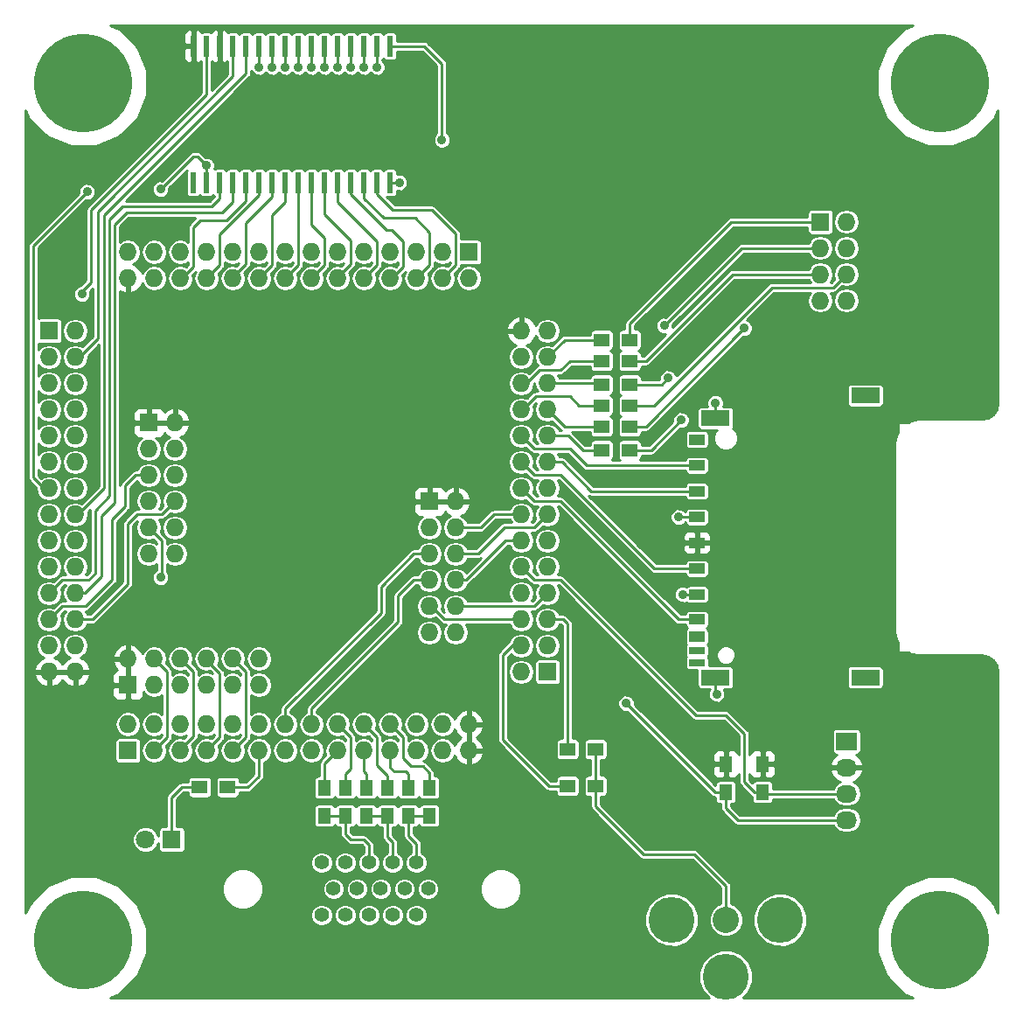
<source format=gbr>
G04 #@! TF.FileFunction,Copper,L1,Top,Signal*
%FSLAX46Y46*%
G04 Gerber Fmt 4.6, Leading zero omitted, Abs format (unit mm)*
G04 Created by KiCad (PCBNEW 4.0.1-stable) date 2/4/2017 9:37:34 PM*
%MOMM*%
G01*
G04 APERTURE LIST*
%ADD10C,0.150000*%
%ADD11C,9.525000*%
%ADD12R,1.727200X1.727200*%
%ADD13O,1.727200X1.727200*%
%ADD14C,4.445000*%
%ADD15C,2.540000*%
%ADD16R,1.300000X1.500000*%
%ADD17R,1.500000X1.300000*%
%ADD18R,2.032000X1.727200*%
%ADD19O,2.032000X1.727200*%
%ADD20C,1.397000*%
%ADD21R,0.600000X2.000000*%
%ADD22R,1.500000X0.700000*%
%ADD23R,1.500000X1.000000*%
%ADD24R,2.800000X1.500000*%
%ADD25R,1.800000X1.800000*%
%ADD26C,1.800000*%
%ADD27C,0.889000*%
%ADD28C,0.254000*%
G04 APERTURE END LIST*
D10*
D11*
X99000000Y-16000000D03*
X99000000Y-99000000D03*
D12*
X20320000Y-80645000D03*
D13*
X20320000Y-78105000D03*
X22860000Y-80645000D03*
X22860000Y-78105000D03*
X25400000Y-80645000D03*
X25400000Y-78105000D03*
X27940000Y-80645000D03*
X27940000Y-78105000D03*
X30480000Y-80645000D03*
X30480000Y-78105000D03*
X33020000Y-80645000D03*
X33020000Y-78105000D03*
X35560000Y-80645000D03*
X35560000Y-78105000D03*
X38100000Y-80645000D03*
X38100000Y-78105000D03*
X40640000Y-80645000D03*
X40640000Y-78105000D03*
X43180000Y-80645000D03*
X43180000Y-78105000D03*
X45720000Y-80645000D03*
X45720000Y-78105000D03*
X48260000Y-80645000D03*
X48260000Y-78105000D03*
X50800000Y-80645000D03*
X50800000Y-78105000D03*
X53340000Y-80645000D03*
X53340000Y-78105000D03*
D12*
X60960000Y-73025000D03*
D13*
X58420000Y-73025000D03*
X60960000Y-70485000D03*
X58420000Y-70485000D03*
X60960000Y-67945000D03*
X58420000Y-67945000D03*
X60960000Y-65405000D03*
X58420000Y-65405000D03*
X60960000Y-62865000D03*
X58420000Y-62865000D03*
X60960000Y-60325000D03*
X58420000Y-60325000D03*
X60960000Y-57785000D03*
X58420000Y-57785000D03*
X60960000Y-55245000D03*
X58420000Y-55245000D03*
X60960000Y-52705000D03*
X58420000Y-52705000D03*
X60960000Y-50165000D03*
X58420000Y-50165000D03*
X60960000Y-47625000D03*
X58420000Y-47625000D03*
X60960000Y-45085000D03*
X58420000Y-45085000D03*
X60960000Y-42545000D03*
X58420000Y-42545000D03*
X60960000Y-40005000D03*
X58420000Y-40005000D03*
D12*
X53340000Y-32385000D03*
D13*
X53340000Y-34925000D03*
X50800000Y-32385000D03*
X50800000Y-34925000D03*
X48260000Y-32385000D03*
X48260000Y-34925000D03*
X45720000Y-32385000D03*
X45720000Y-34925000D03*
X43180000Y-32385000D03*
X43180000Y-34925000D03*
X40640000Y-32385000D03*
X40640000Y-34925000D03*
X38100000Y-32385000D03*
X38100000Y-34925000D03*
X35560000Y-32385000D03*
X35560000Y-34925000D03*
X33020000Y-32385000D03*
X33020000Y-34925000D03*
X30480000Y-32385000D03*
X30480000Y-34925000D03*
X27940000Y-32385000D03*
X27940000Y-34925000D03*
X25400000Y-32385000D03*
X25400000Y-34925000D03*
X22860000Y-32385000D03*
X22860000Y-34925000D03*
X20320000Y-32385000D03*
X20320000Y-34925000D03*
D12*
X12700000Y-40005000D03*
D13*
X15240000Y-40005000D03*
X12700000Y-42545000D03*
X15240000Y-42545000D03*
X12700000Y-45085000D03*
X15240000Y-45085000D03*
X12700000Y-47625000D03*
X15240000Y-47625000D03*
X12700000Y-50165000D03*
X15240000Y-50165000D03*
X12700000Y-52705000D03*
X15240000Y-52705000D03*
X12700000Y-55245000D03*
X15240000Y-55245000D03*
X12700000Y-57785000D03*
X15240000Y-57785000D03*
X12700000Y-60325000D03*
X15240000Y-60325000D03*
X12700000Y-62865000D03*
X15240000Y-62865000D03*
X12700000Y-65405000D03*
X15240000Y-65405000D03*
X12700000Y-67945000D03*
X15240000Y-67945000D03*
X12700000Y-70485000D03*
X15240000Y-70485000D03*
X12700000Y-73025000D03*
X15240000Y-73025000D03*
D14*
X78232000Y-102539800D03*
X83477100Y-97028000D03*
X72986900Y-97028000D03*
D15*
X78232000Y-97028000D03*
D12*
X20320000Y-74295000D03*
D13*
X20320000Y-71755000D03*
X22860000Y-74295000D03*
X22860000Y-71755000D03*
X25400000Y-74295000D03*
X25400000Y-71755000D03*
X27940000Y-74295000D03*
X27940000Y-71755000D03*
X30480000Y-74295000D03*
X30480000Y-71755000D03*
X33020000Y-74295000D03*
X33020000Y-71755000D03*
D16*
X47498000Y-84248000D03*
X47498000Y-86948000D03*
X49530000Y-84248000D03*
X49530000Y-86948000D03*
X43434000Y-84248000D03*
X43434000Y-86948000D03*
X45466000Y-84248000D03*
X45466000Y-86948000D03*
X41402000Y-84248000D03*
X41402000Y-86948000D03*
D17*
X62912000Y-80518000D03*
X65612000Y-80518000D03*
X62912000Y-84074000D03*
X65612000Y-84074000D03*
D16*
X81788000Y-81962000D03*
X81788000Y-84662000D03*
X78232000Y-81962000D03*
X78232000Y-84662000D03*
D17*
X66214000Y-40894000D03*
X68914000Y-40894000D03*
X66214000Y-45212000D03*
X68914000Y-45212000D03*
X66214000Y-42926000D03*
X68914000Y-42926000D03*
X68914000Y-51562000D03*
X66214000Y-51562000D03*
X68914000Y-49276000D03*
X66214000Y-49276000D03*
X68914000Y-47244000D03*
X66214000Y-47244000D03*
D18*
X89916000Y-79756000D03*
D19*
X89916000Y-82296000D03*
X89916000Y-84836000D03*
X89916000Y-87376000D03*
D12*
X87376000Y-29464000D03*
D13*
X89916000Y-29464000D03*
X87376000Y-32004000D03*
X89916000Y-32004000D03*
X87376000Y-34544000D03*
X89916000Y-34544000D03*
X87376000Y-37084000D03*
X89916000Y-37084000D03*
D11*
X16000000Y-99000000D03*
D16*
X39370000Y-84248000D03*
X39370000Y-86948000D03*
D12*
X22352000Y-48895000D03*
D13*
X24892000Y-48895000D03*
X22352000Y-51435000D03*
X24892000Y-51435000D03*
X22352000Y-53975000D03*
X24892000Y-53975000D03*
X22352000Y-56515000D03*
X24892000Y-56515000D03*
X22352000Y-59055000D03*
X24892000Y-59055000D03*
X22352000Y-61595000D03*
X24892000Y-61595000D03*
D12*
X49530000Y-56515000D03*
D13*
X52070000Y-56515000D03*
X49530000Y-59055000D03*
X52070000Y-59055000D03*
X49530000Y-61595000D03*
X52070000Y-61595000D03*
X49530000Y-64135000D03*
X52070000Y-64135000D03*
X49530000Y-66675000D03*
X52070000Y-66675000D03*
X49530000Y-69215000D03*
X52070000Y-69215000D03*
D20*
X43675300Y-91493340D03*
X45961300Y-91493340D03*
X48252380Y-91493340D03*
X41381680Y-91493340D03*
X39093140Y-91493340D03*
X42527220Y-94033340D03*
X44815760Y-94033340D03*
X47106840Y-94033340D03*
X49397920Y-94033340D03*
X40236140Y-94033340D03*
X48252380Y-96573340D03*
X45961300Y-96573340D03*
X43672760Y-96570800D03*
X41381680Y-96573340D03*
X39093140Y-96573340D03*
D11*
X16000000Y-16000000D03*
D21*
X26670000Y-25650000D03*
X27940000Y-25650000D03*
X29210000Y-25650000D03*
X30480000Y-25650000D03*
X31750000Y-25650000D03*
X33020000Y-25650000D03*
X34290000Y-25650000D03*
X35560000Y-25650000D03*
X36830000Y-25650000D03*
X38100000Y-25650000D03*
X39370000Y-25650000D03*
X40640000Y-25650000D03*
X41910000Y-25650000D03*
X43180000Y-25650000D03*
X44450000Y-25650000D03*
X45720000Y-25650000D03*
X45720000Y-12450000D03*
X44450000Y-12450000D03*
X43180000Y-12450000D03*
X41910000Y-12450000D03*
X40640000Y-12450000D03*
X39370000Y-12450000D03*
X38100000Y-12450000D03*
X36830000Y-12450000D03*
X35560000Y-12450000D03*
X34290000Y-12450000D03*
X33020000Y-12450000D03*
X31750000Y-12450000D03*
X30480000Y-12450000D03*
X29210000Y-12450000D03*
X27940000Y-12450000D03*
X26670000Y-12450000D03*
D22*
X75432000Y-72132000D03*
X75432000Y-70992000D03*
D23*
X75432000Y-55532000D03*
X75432000Y-53032000D03*
X75432000Y-58032000D03*
X75432000Y-60532000D03*
X75432000Y-63032000D03*
X75432000Y-65532000D03*
X75432000Y-67952000D03*
X75432000Y-69652000D03*
X75432000Y-50532000D03*
D24*
X77232000Y-48462000D03*
X77232000Y-73562000D03*
X91732000Y-73562000D03*
X91732000Y-46262000D03*
D25*
X24574500Y-89281000D03*
D26*
X22034500Y-89281000D03*
D17*
X29988500Y-84201000D03*
X27288500Y-84201000D03*
D27*
X46609000Y-25654000D03*
X74041000Y-65532000D03*
X73660000Y-58039000D03*
X77216000Y-46990000D03*
X77343000Y-75184000D03*
X50736500Y-21526500D03*
X44450000Y-14478000D03*
X43180000Y-14478000D03*
X41910000Y-14478000D03*
X40640000Y-14478000D03*
X39370000Y-14478000D03*
X38100000Y-14478000D03*
X36830000Y-14478000D03*
X35560000Y-14478000D03*
X34290000Y-14478000D03*
X33020000Y-14478000D03*
X15875000Y-36449000D03*
X68580000Y-76073000D03*
X23495000Y-63881000D03*
X73914000Y-48641000D03*
X72263000Y-39497000D03*
X72644000Y-44577000D03*
X80010000Y-39751000D03*
X27940000Y-24003000D03*
X23495000Y-26289000D03*
X16383000Y-26543000D03*
D28*
X45720000Y-25650000D02*
X46605000Y-25650000D01*
X46605000Y-25650000D02*
X46609000Y-25654000D01*
X75432000Y-65532000D02*
X74041000Y-65532000D01*
X75432000Y-58032000D02*
X73667000Y-58032000D01*
X73667000Y-58032000D02*
X73660000Y-58039000D01*
X77232000Y-48462000D02*
X77232000Y-47006000D01*
X77232000Y-47006000D02*
X77216000Y-46990000D01*
X77232000Y-73562000D02*
X77232000Y-75073000D01*
X77232000Y-75073000D02*
X77343000Y-75184000D01*
X39370000Y-84248000D02*
X39370000Y-81915000D01*
X39370000Y-81915000D02*
X40640000Y-80645000D01*
X41402000Y-84248000D02*
X41402000Y-82931000D01*
X41910000Y-79375000D02*
X40640000Y-78105000D01*
X41910000Y-82423000D02*
X41910000Y-79375000D01*
X41402000Y-82931000D02*
X41910000Y-82423000D01*
X43434000Y-84248000D02*
X43434000Y-82931000D01*
X43180000Y-82677000D02*
X43180000Y-80645000D01*
X43434000Y-82931000D02*
X43180000Y-82677000D01*
X45466000Y-84248000D02*
X45466000Y-83058000D01*
X44450000Y-79375000D02*
X43180000Y-78105000D01*
X44450000Y-82042000D02*
X44450000Y-79375000D01*
X45466000Y-83058000D02*
X44450000Y-82042000D01*
X45720000Y-12450000D02*
X49026000Y-12450000D01*
X50736500Y-14160500D02*
X50736500Y-21526500D01*
X49026000Y-12450000D02*
X50736500Y-14160500D01*
X44450000Y-25650000D02*
X44450000Y-26797000D01*
X49784000Y-28321000D02*
X52070000Y-30607000D01*
X45974000Y-28321000D02*
X49784000Y-28321000D01*
X44450000Y-26797000D02*
X45974000Y-28321000D01*
X50800000Y-34925000D02*
X52070000Y-33655000D01*
X52070000Y-33655000D02*
X52070000Y-30607000D01*
X44450000Y-12450000D02*
X44450000Y-14478000D01*
X43180000Y-25650000D02*
X43180000Y-27178000D01*
X48133000Y-29083000D02*
X49530000Y-30480000D01*
X45085000Y-29083000D02*
X48133000Y-29083000D01*
X43180000Y-27178000D02*
X45085000Y-29083000D01*
X48260000Y-34925000D02*
X49530000Y-33655000D01*
X49530000Y-33655000D02*
X49530000Y-30480000D01*
X43180000Y-12450000D02*
X43180000Y-14478000D01*
X41910000Y-25650000D02*
X41910000Y-26797000D01*
X45339000Y-30226000D02*
X45847000Y-30226000D01*
X41910000Y-26797000D02*
X45339000Y-30226000D01*
X45720000Y-34925000D02*
X45847000Y-34925000D01*
X45847000Y-34925000D02*
X46990000Y-33782000D01*
X46990000Y-33782000D02*
X46990000Y-31369000D01*
X46990000Y-31369000D02*
X45847000Y-30226000D01*
X41910000Y-12450000D02*
X41910000Y-14478000D01*
X43180000Y-34925000D02*
X44450000Y-33655000D01*
X40640000Y-27559000D02*
X40640000Y-25650000D01*
X44450000Y-31369000D02*
X40640000Y-27559000D01*
X44450000Y-33655000D02*
X44450000Y-31369000D01*
X40640000Y-14478000D02*
X40640000Y-12450000D01*
X40640000Y-34925000D02*
X40640000Y-34798000D01*
X40640000Y-34798000D02*
X41910000Y-33528000D01*
X41910000Y-33528000D02*
X41910000Y-31242000D01*
X41910000Y-31242000D02*
X39370000Y-28702000D01*
X39370000Y-28702000D02*
X39370000Y-25650000D01*
X39370000Y-12450000D02*
X39370000Y-14478000D01*
X38100000Y-34925000D02*
X39370000Y-33655000D01*
X38100000Y-29718000D02*
X38100000Y-25650000D01*
X39370000Y-30988000D02*
X38100000Y-29718000D01*
X39370000Y-33655000D02*
X39370000Y-30988000D01*
X38100000Y-14478000D02*
X38100000Y-12450000D01*
X35560000Y-34925000D02*
X36830000Y-33655000D01*
X36830000Y-27559000D02*
X36830000Y-25650000D01*
X36830000Y-33655000D02*
X36830000Y-27559000D01*
X36830000Y-12450000D02*
X36830000Y-14478000D01*
X33020000Y-34925000D02*
X34290000Y-33655000D01*
X35560000Y-27559000D02*
X35560000Y-25650000D01*
X34290000Y-28829000D02*
X35560000Y-27559000D01*
X34290000Y-33655000D02*
X34290000Y-28829000D01*
X35560000Y-14478000D02*
X35560000Y-12450000D01*
X30480000Y-34925000D02*
X30480000Y-34798000D01*
X30480000Y-34798000D02*
X31750000Y-33528000D01*
X31750000Y-33528000D02*
X31750000Y-29591000D01*
X31750000Y-29591000D02*
X34290000Y-27051000D01*
X34290000Y-27051000D02*
X34290000Y-25650000D01*
X34290000Y-12450000D02*
X34290000Y-14478000D01*
X27940000Y-34925000D02*
X29210000Y-33655000D01*
X33020000Y-26880424D02*
X33020000Y-25650000D01*
X29210000Y-30690424D02*
X33020000Y-26880424D01*
X29210000Y-33655000D02*
X29210000Y-30690424D01*
X33020000Y-14478000D02*
X33020000Y-12450000D01*
X25400000Y-34925000D02*
X25527000Y-34925000D01*
X25527000Y-34925000D02*
X26670000Y-33782000D01*
X26670000Y-33782000D02*
X26670000Y-29972000D01*
X26670000Y-29972000D02*
X27305000Y-29337000D01*
X27305000Y-29337000D02*
X29845000Y-29337000D01*
X29845000Y-29337000D02*
X31750000Y-27432000D01*
X31750000Y-27432000D02*
X31750000Y-25650000D01*
X15875000Y-36449000D02*
X15875000Y-36194998D01*
X27940000Y-17145000D02*
X27940000Y-12450000D01*
X16764000Y-28321000D02*
X27940000Y-17145000D01*
X16764000Y-35305998D02*
X16764000Y-28321000D01*
X15875000Y-36194998D02*
X16764000Y-35305998D01*
X18033998Y-30480000D02*
X18033998Y-28829002D01*
X18033998Y-28829002D02*
X31750000Y-15113000D01*
X31750000Y-15113000D02*
X31750000Y-12450000D01*
X18033998Y-32131000D02*
X18033998Y-30480000D01*
X15493998Y-57785000D02*
X18033998Y-55245000D01*
X18033998Y-55245000D02*
X18033998Y-32131000D01*
X15240000Y-57785000D02*
X15493998Y-57785000D01*
X18542000Y-50673000D02*
X18542000Y-56007000D01*
X17145000Y-57404000D02*
X17145000Y-63500000D01*
X18542000Y-56007000D02*
X17145000Y-57404000D01*
X18542000Y-31623000D02*
X18542000Y-29210000D01*
X18542000Y-29210000D02*
X19812000Y-27940000D01*
X29210000Y-25650000D02*
X29210000Y-27178000D01*
X28448000Y-27940000D02*
X19812000Y-27940000D01*
X29210000Y-27178000D02*
X28448000Y-27940000D01*
X13970000Y-64135000D02*
X12700000Y-65405000D01*
X16510000Y-64135000D02*
X13970000Y-64135000D01*
X17145000Y-63500000D02*
X16510000Y-64135000D01*
X18542000Y-31623000D02*
X18542000Y-50673000D01*
X19050002Y-49784000D02*
X19050002Y-56641998D01*
X17780000Y-57912000D02*
X17780000Y-63754000D01*
X19050002Y-56641998D02*
X17780000Y-57912000D01*
X15240000Y-65405000D02*
X16129000Y-65405000D01*
X16129000Y-65405000D02*
X17780000Y-63754000D01*
X30480000Y-27559000D02*
X30480000Y-25650000D01*
X29464000Y-28575000D02*
X30480000Y-27559000D01*
X20193000Y-28575000D02*
X29464000Y-28575000D01*
X19050002Y-29717998D02*
X20193000Y-28575000D01*
X19050002Y-49784000D02*
X19050002Y-29717998D01*
X15240000Y-42545000D02*
X15621000Y-42545000D01*
X15621000Y-42545000D02*
X17399000Y-40767000D01*
X17399000Y-40767000D02*
X17399000Y-28448000D01*
X30480000Y-15367000D02*
X30480000Y-12450000D01*
X17399000Y-28448000D02*
X30480000Y-15367000D01*
X59690000Y-64135000D02*
X62230000Y-64135000D01*
X75311000Y-77216000D02*
X78232000Y-77216000D01*
X62230000Y-64135000D02*
X75311000Y-77216000D01*
X81788000Y-84662000D02*
X80979000Y-84662000D01*
X59690000Y-64135000D02*
X58420000Y-62865000D01*
X80010000Y-78994000D02*
X78232000Y-77216000D01*
X80010000Y-83693000D02*
X80010000Y-78994000D01*
X80979000Y-84662000D02*
X80010000Y-83693000D01*
X89916000Y-84836000D02*
X81962000Y-84836000D01*
X81962000Y-84836000D02*
X81788000Y-84662000D01*
X78232000Y-84662000D02*
X77169000Y-84662000D01*
X77169000Y-84662000D02*
X68580000Y-76073000D01*
X89916000Y-87376000D02*
X79375000Y-87376000D01*
X78232000Y-86233000D02*
X78232000Y-84662000D01*
X79375000Y-87376000D02*
X78232000Y-86233000D01*
X66214000Y-51562000D02*
X64389000Y-51562000D01*
X62992000Y-50165000D02*
X60960000Y-50165000D01*
X64389000Y-51562000D02*
X62992000Y-50165000D01*
X66214000Y-49276000D02*
X62611000Y-49276000D01*
X62611000Y-49276000D02*
X60960000Y-47625000D01*
X58420000Y-47625000D02*
X58547000Y-47625000D01*
X58547000Y-47625000D02*
X59817000Y-46355000D01*
X59817000Y-46355000D02*
X63119000Y-46355000D01*
X63119000Y-46355000D02*
X64008000Y-47244000D01*
X64008000Y-47244000D02*
X66214000Y-47244000D01*
X60960000Y-45085000D02*
X66087000Y-45085000D01*
X66087000Y-45085000D02*
X66214000Y-45212000D01*
X58420000Y-45085000D02*
X58928000Y-45085000D01*
X58928000Y-45085000D02*
X60198000Y-43815000D01*
X60198000Y-43815000D02*
X62230000Y-43815000D01*
X62230000Y-43815000D02*
X63119000Y-42926000D01*
X63119000Y-42926000D02*
X66214000Y-42926000D01*
X66214000Y-40894000D02*
X62611000Y-40894000D01*
X62611000Y-40894000D02*
X60960000Y-42545000D01*
X58420000Y-70485000D02*
X57531000Y-70485000D01*
X61087000Y-84074000D02*
X62912000Y-84074000D01*
X56642000Y-79629000D02*
X61087000Y-84074000D01*
X56642000Y-71374000D02*
X56642000Y-79629000D01*
X57531000Y-70485000D02*
X56642000Y-71374000D01*
X60960000Y-67945000D02*
X62484000Y-67945000D01*
X62912000Y-68373000D02*
X62912000Y-80518000D01*
X62484000Y-67945000D02*
X62912000Y-68373000D01*
X75432000Y-53032000D02*
X64716000Y-53032000D01*
X59690000Y-51435000D02*
X58420000Y-50165000D01*
X63119000Y-51435000D02*
X59690000Y-51435000D01*
X64716000Y-53032000D02*
X63119000Y-51435000D01*
X75432000Y-63032000D02*
X71287000Y-63032000D01*
X59690000Y-53975000D02*
X58420000Y-52705000D01*
X62230000Y-53975000D02*
X59690000Y-53975000D01*
X71287000Y-63032000D02*
X62230000Y-53975000D01*
X58420000Y-52705000D02*
X58420000Y-52832000D01*
X22860000Y-71755000D02*
X24130000Y-73025000D01*
X24130000Y-79375000D02*
X22860000Y-80645000D01*
X24130000Y-73025000D02*
X24130000Y-79375000D01*
X23622000Y-60325000D02*
X22352000Y-59055000D01*
X23622000Y-63754000D02*
X23622000Y-60325000D01*
X23495000Y-63881000D02*
X23622000Y-63754000D01*
X25400000Y-71755000D02*
X26670000Y-73025000D01*
X26670000Y-79248000D02*
X25400000Y-80518000D01*
X26670000Y-73025000D02*
X26670000Y-79248000D01*
X25400000Y-80518000D02*
X25400000Y-80645000D01*
X27940000Y-71755000D02*
X27940000Y-71882000D01*
X27940000Y-71882000D02*
X29210000Y-73152000D01*
X29210000Y-73152000D02*
X29210000Y-79375000D01*
X29210000Y-79375000D02*
X27940000Y-80645000D01*
X47498000Y-84248000D02*
X47498000Y-82931000D01*
X45720000Y-82296000D02*
X45720000Y-80645000D01*
X46101000Y-82677000D02*
X45720000Y-82296000D01*
X47244000Y-82677000D02*
X46101000Y-82677000D01*
X47498000Y-82931000D02*
X47244000Y-82677000D01*
X45720000Y-80645000D02*
X45720000Y-81407000D01*
X45720000Y-78105000D02*
X46990000Y-79375000D01*
X49530000Y-82804000D02*
X49530000Y-84248000D01*
X48895000Y-82169000D02*
X49530000Y-82804000D01*
X47752000Y-82169000D02*
X48895000Y-82169000D01*
X46990000Y-81407000D02*
X47752000Y-82169000D01*
X46990000Y-79375000D02*
X46990000Y-81407000D01*
X87376000Y-29464000D02*
X78740000Y-29464000D01*
X68914000Y-39290000D02*
X68914000Y-40894000D01*
X78740000Y-29464000D02*
X68914000Y-39290000D01*
X73914000Y-48641000D02*
X70993000Y-51562000D01*
X70993000Y-51562000D02*
X68914000Y-51562000D01*
X89916000Y-29464000D02*
X89916000Y-29718000D01*
X87376000Y-32004000D02*
X79756000Y-32004000D01*
X79756000Y-32004000D02*
X72263000Y-39497000D01*
X68914000Y-45212000D02*
X72009000Y-45212000D01*
X72009000Y-45212000D02*
X72644000Y-44577000D01*
X68914000Y-49276000D02*
X70485000Y-49276000D01*
X70485000Y-49276000D02*
X80010000Y-39751000D01*
X87376000Y-34544000D02*
X78867000Y-34544000D01*
X78867000Y-34544000D02*
X70485000Y-42926000D01*
X70485000Y-42926000D02*
X68914000Y-42926000D01*
X68914000Y-42926000D02*
X70485000Y-42926000D01*
X86741000Y-35814000D02*
X82677000Y-35814000D01*
X82677000Y-35814000D02*
X71247000Y-47244000D01*
X68914000Y-47244000D02*
X71247000Y-47244000D01*
X88646000Y-35814000D02*
X89916000Y-34544000D01*
X86741000Y-35814000D02*
X88646000Y-35814000D01*
X41402000Y-86948000D02*
X41402000Y-88773000D01*
X43675300Y-89776300D02*
X43675300Y-91493340D01*
X43180000Y-89281000D02*
X43675300Y-89776300D01*
X41910000Y-89281000D02*
X43180000Y-89281000D01*
X41402000Y-88773000D02*
X41910000Y-89281000D01*
X39370000Y-86948000D02*
X41402000Y-86948000D01*
X45466000Y-86948000D02*
X45466000Y-89027000D01*
X45961300Y-89522300D02*
X45961300Y-91493340D01*
X45466000Y-89027000D02*
X45961300Y-89522300D01*
X43434000Y-86948000D02*
X45466000Y-86948000D01*
X47498000Y-86948000D02*
X47498000Y-88900000D01*
X48252380Y-89654380D02*
X48252380Y-91493340D01*
X47498000Y-88900000D02*
X48252380Y-89654380D01*
X49530000Y-86948000D02*
X47498000Y-86948000D01*
X65612000Y-84074000D02*
X65612000Y-80518000D01*
X78232000Y-97028000D02*
X78232000Y-93726000D01*
X65612000Y-86059000D02*
X65612000Y-84074000D01*
X70231000Y-90678000D02*
X65612000Y-86059000D01*
X75184000Y-90678000D02*
X70231000Y-90678000D01*
X78232000Y-93726000D02*
X75184000Y-90678000D01*
X12700000Y-55245000D02*
X12192000Y-55245000D01*
X12192000Y-55245000D02*
X11176000Y-54229000D01*
X27940000Y-25650000D02*
X27940000Y-24003000D01*
X27051000Y-23114000D02*
X27940000Y-24003000D01*
X26670000Y-23114000D02*
X27051000Y-23114000D01*
X23495000Y-26289000D02*
X26670000Y-23114000D01*
X11176000Y-31750000D02*
X16383000Y-26543000D01*
X11176000Y-54229000D02*
X11176000Y-31750000D01*
X15240000Y-67945000D02*
X16891000Y-67945000D01*
X23622000Y-57785000D02*
X24892000Y-56515000D01*
X21209000Y-57785000D02*
X23622000Y-57785000D01*
X20320000Y-58674000D02*
X21209000Y-57785000D01*
X20320000Y-64516000D02*
X20320000Y-58674000D01*
X16891000Y-67945000D02*
X20320000Y-64516000D01*
X49530000Y-66675000D02*
X49675000Y-66675000D01*
X49675000Y-66675000D02*
X50945000Y-67945000D01*
X50945000Y-67945000D02*
X58420000Y-67945000D01*
X52070000Y-66675000D02*
X59690000Y-66675000D01*
X59690000Y-66675000D02*
X60960000Y-65405000D01*
X52070000Y-64135000D02*
X53086000Y-64135000D01*
X56896000Y-60325000D02*
X58420000Y-60325000D01*
X53086000Y-64135000D02*
X56896000Y-60325000D01*
X52070000Y-61595000D02*
X54229000Y-61595000D01*
X59690000Y-59055000D02*
X60960000Y-57785000D01*
X56769000Y-59055000D02*
X59690000Y-59055000D01*
X54229000Y-61595000D02*
X56769000Y-59055000D01*
X52070000Y-59055000D02*
X54483000Y-59055000D01*
X55753000Y-57785000D02*
X58420000Y-57785000D01*
X54483000Y-59055000D02*
X55753000Y-57785000D01*
X75432000Y-67952000D02*
X73667000Y-67952000D01*
X73667000Y-67952000D02*
X62230000Y-56515000D01*
X58420000Y-55245000D02*
X59690000Y-56515000D01*
X59690000Y-56515000D02*
X62230000Y-56515000D01*
X75432000Y-55532000D02*
X65184000Y-55532000D01*
X62357000Y-52705000D02*
X60960000Y-52705000D01*
X65184000Y-55532000D02*
X62357000Y-52705000D01*
X30480000Y-71755000D02*
X31750000Y-73025000D01*
X31750000Y-79375000D02*
X30480000Y-80645000D01*
X31750000Y-73025000D02*
X31750000Y-79375000D01*
X29988500Y-84201000D02*
X31940500Y-84201000D01*
X33020000Y-83121500D02*
X33020000Y-80645000D01*
X31940500Y-84201000D02*
X33020000Y-83121500D01*
X33020000Y-78105000D02*
X33020000Y-77723998D01*
X33020000Y-78105000D02*
X33020000Y-77597000D01*
X49530000Y-61595000D02*
X48006000Y-61595000D01*
X35560000Y-76581000D02*
X35560000Y-78105000D01*
X44831000Y-67310000D02*
X35560000Y-76581000D01*
X44831000Y-64770000D02*
X44831000Y-67310000D01*
X48006000Y-61595000D02*
X44831000Y-64770000D01*
X35560000Y-78105000D02*
X35560000Y-77851000D01*
X38100000Y-78105000D02*
X38100000Y-76581000D01*
X48006000Y-64135000D02*
X49530000Y-64135000D01*
X46482000Y-65659000D02*
X48006000Y-64135000D01*
X46482000Y-68199000D02*
X46482000Y-65659000D01*
X38100000Y-76581000D02*
X46482000Y-68199000D01*
X12700000Y-67945000D02*
X13970000Y-66675000D01*
X21082000Y-53975000D02*
X22352000Y-53975000D01*
X20066000Y-54991000D02*
X21082000Y-53975000D01*
X20066000Y-57023000D02*
X20066000Y-54991000D01*
X18796000Y-58293000D02*
X20066000Y-57023000D01*
X18796000Y-64135000D02*
X18796000Y-58293000D01*
X16256000Y-66675000D02*
X18796000Y-64135000D01*
X13970000Y-66675000D02*
X16256000Y-66675000D01*
X24574500Y-89281000D02*
X24574500Y-85153500D01*
X25527000Y-84201000D02*
X27288500Y-84201000D01*
X24574500Y-85153500D02*
X25527000Y-84201000D01*
G36*
X95515482Y-10775185D02*
X93781275Y-12506368D01*
X92841571Y-14769425D01*
X92839433Y-17219825D01*
X93775185Y-19484518D01*
X95506368Y-21218725D01*
X97769425Y-22158429D01*
X100219825Y-22160567D01*
X102484518Y-21224815D01*
X104218725Y-19493632D01*
X104569000Y-18650077D01*
X104569000Y-46957548D01*
X104441766Y-47597198D01*
X104103479Y-48103481D01*
X103597197Y-48441767D01*
X102957552Y-48569000D01*
X97000000Y-48569000D01*
X96958364Y-48577282D01*
X96915916Y-48577282D01*
X96150554Y-48729522D01*
X95995182Y-48793878D01*
X95876767Y-48873000D01*
X95000000Y-48873000D01*
X94950590Y-48883006D01*
X94908965Y-48911447D01*
X94881685Y-48953841D01*
X94873000Y-49000000D01*
X94873000Y-49876766D01*
X94793877Y-49995182D01*
X94778627Y-50032000D01*
X94729522Y-50150549D01*
X94577282Y-50915916D01*
X94577282Y-50958364D01*
X94569000Y-51000000D01*
X94569000Y-69000000D01*
X94577282Y-69041636D01*
X94577282Y-69084084D01*
X94729522Y-69849450D01*
X94793877Y-70004818D01*
X94873000Y-70123234D01*
X94873000Y-71000000D01*
X94883006Y-71049410D01*
X94911447Y-71091035D01*
X94953841Y-71118315D01*
X95000000Y-71127000D01*
X95876767Y-71127000D01*
X95995182Y-71206122D01*
X96150550Y-71270478D01*
X96150554Y-71270478D01*
X96915916Y-71422718D01*
X96958364Y-71422718D01*
X97000000Y-71431000D01*
X102957552Y-71431000D01*
X103597197Y-71558233D01*
X104103479Y-71896519D01*
X104441766Y-72402802D01*
X104569000Y-73042452D01*
X104569000Y-96348473D01*
X104224815Y-95515482D01*
X102493632Y-93781275D01*
X100230575Y-92841571D01*
X97780175Y-92839433D01*
X95515482Y-93775185D01*
X93781275Y-95506368D01*
X92841571Y-97769425D01*
X92839433Y-100219825D01*
X93775185Y-102484518D01*
X95506368Y-104218725D01*
X96349923Y-104569000D01*
X79884378Y-104569000D01*
X80437853Y-104016490D01*
X80835047Y-103059940D01*
X80835951Y-102024204D01*
X80440427Y-101066962D01*
X79708690Y-100333947D01*
X78752140Y-99936753D01*
X77716404Y-99935849D01*
X76759162Y-100331373D01*
X76026147Y-101063110D01*
X75628953Y-102019660D01*
X75628049Y-103055396D01*
X76023573Y-104012638D01*
X76578965Y-104569000D01*
X18651527Y-104569000D01*
X19484518Y-104224815D01*
X21218725Y-102493632D01*
X22158429Y-100230575D01*
X22160567Y-97780175D01*
X21750247Y-96787124D01*
X38013453Y-96787124D01*
X38177451Y-97184029D01*
X38480854Y-97487962D01*
X38877472Y-97652653D01*
X39306924Y-97653027D01*
X39703829Y-97489029D01*
X40007762Y-97185626D01*
X40172453Y-96789008D01*
X40172454Y-96787124D01*
X40301993Y-96787124D01*
X40465991Y-97184029D01*
X40769394Y-97487962D01*
X41166012Y-97652653D01*
X41595464Y-97653027D01*
X41992369Y-97489029D01*
X42296302Y-97185626D01*
X42460993Y-96789008D01*
X42460996Y-96784584D01*
X42593073Y-96784584D01*
X42757071Y-97181489D01*
X43060474Y-97485422D01*
X43457092Y-97650113D01*
X43886544Y-97650487D01*
X44283449Y-97486489D01*
X44587382Y-97183086D01*
X44751800Y-96787124D01*
X44881613Y-96787124D01*
X45045611Y-97184029D01*
X45349014Y-97487962D01*
X45745632Y-97652653D01*
X46175084Y-97653027D01*
X46571989Y-97489029D01*
X46875922Y-97185626D01*
X47040613Y-96789008D01*
X47040614Y-96787124D01*
X47172693Y-96787124D01*
X47336691Y-97184029D01*
X47640094Y-97487962D01*
X48036712Y-97652653D01*
X48466164Y-97653027D01*
X48731006Y-97543596D01*
X70382949Y-97543596D01*
X70778473Y-98500838D01*
X71510210Y-99233853D01*
X72466760Y-99631047D01*
X73502496Y-99631951D01*
X74459738Y-99236427D01*
X75192753Y-98504690D01*
X75589947Y-97548140D01*
X75590851Y-96512404D01*
X75195327Y-95555162D01*
X74463590Y-94822147D01*
X73507040Y-94424953D01*
X72471304Y-94424049D01*
X71514062Y-94819573D01*
X70781047Y-95551310D01*
X70383853Y-96507860D01*
X70382949Y-97543596D01*
X48731006Y-97543596D01*
X48863069Y-97489029D01*
X49167002Y-97185626D01*
X49331693Y-96789008D01*
X49332067Y-96359556D01*
X49168069Y-95962651D01*
X48864666Y-95658718D01*
X48468048Y-95494027D01*
X48038596Y-95493653D01*
X47641691Y-95657651D01*
X47337758Y-95961054D01*
X47173067Y-96357672D01*
X47172693Y-96787124D01*
X47040614Y-96787124D01*
X47040987Y-96359556D01*
X46876989Y-95962651D01*
X46573586Y-95658718D01*
X46176968Y-95494027D01*
X45747516Y-95493653D01*
X45350611Y-95657651D01*
X45046678Y-95961054D01*
X44881987Y-96357672D01*
X44881613Y-96787124D01*
X44751800Y-96787124D01*
X44752073Y-96786468D01*
X44752447Y-96357016D01*
X44588449Y-95960111D01*
X44285046Y-95656178D01*
X43888428Y-95491487D01*
X43458976Y-95491113D01*
X43062071Y-95655111D01*
X42758138Y-95958514D01*
X42593447Y-96355132D01*
X42593073Y-96784584D01*
X42460996Y-96784584D01*
X42461367Y-96359556D01*
X42297369Y-95962651D01*
X41993966Y-95658718D01*
X41597348Y-95494027D01*
X41167896Y-95493653D01*
X40770991Y-95657651D01*
X40467058Y-95961054D01*
X40302367Y-96357672D01*
X40301993Y-96787124D01*
X40172454Y-96787124D01*
X40172827Y-96359556D01*
X40008829Y-95962651D01*
X39705426Y-95658718D01*
X39308808Y-95494027D01*
X38879356Y-95493653D01*
X38482451Y-95657651D01*
X38178518Y-95961054D01*
X38013827Y-96357672D01*
X38013453Y-96787124D01*
X21750247Y-96787124D01*
X21224815Y-95515482D01*
X20136890Y-94425656D01*
X29466397Y-94425656D01*
X29767351Y-95154020D01*
X30324129Y-95711771D01*
X31051966Y-96013995D01*
X31840056Y-96014683D01*
X32568420Y-95713729D01*
X33126171Y-95156951D01*
X33428395Y-94429114D01*
X33428553Y-94247124D01*
X39156453Y-94247124D01*
X39320451Y-94644029D01*
X39623854Y-94947962D01*
X40020472Y-95112653D01*
X40449924Y-95113027D01*
X40846829Y-94949029D01*
X41150762Y-94645626D01*
X41315453Y-94249008D01*
X41315454Y-94247124D01*
X41447533Y-94247124D01*
X41611531Y-94644029D01*
X41914934Y-94947962D01*
X42311552Y-95112653D01*
X42741004Y-95113027D01*
X43137909Y-94949029D01*
X43441842Y-94645626D01*
X43606533Y-94249008D01*
X43606534Y-94247124D01*
X43736073Y-94247124D01*
X43900071Y-94644029D01*
X44203474Y-94947962D01*
X44600092Y-95112653D01*
X45029544Y-95113027D01*
X45426449Y-94949029D01*
X45730382Y-94645626D01*
X45895073Y-94249008D01*
X45895074Y-94247124D01*
X46027153Y-94247124D01*
X46191151Y-94644029D01*
X46494554Y-94947962D01*
X46891172Y-95112653D01*
X47320624Y-95113027D01*
X47717529Y-94949029D01*
X48021462Y-94645626D01*
X48186153Y-94249008D01*
X48186154Y-94247124D01*
X48318233Y-94247124D01*
X48482231Y-94644029D01*
X48785634Y-94947962D01*
X49182252Y-95112653D01*
X49611704Y-95113027D01*
X50008609Y-94949029D01*
X50312542Y-94645626D01*
X50403881Y-94425656D01*
X54454917Y-94425656D01*
X54755871Y-95154020D01*
X55312649Y-95711771D01*
X56040486Y-96013995D01*
X56828576Y-96014683D01*
X57556940Y-95713729D01*
X58114691Y-95156951D01*
X58416915Y-94429114D01*
X58417603Y-93641024D01*
X58116649Y-92912660D01*
X57559871Y-92354909D01*
X56832034Y-92052685D01*
X56043944Y-92051997D01*
X55315580Y-92352951D01*
X54757829Y-92909729D01*
X54455605Y-93637566D01*
X54454917Y-94425656D01*
X50403881Y-94425656D01*
X50477233Y-94249008D01*
X50477607Y-93819556D01*
X50313609Y-93422651D01*
X50010206Y-93118718D01*
X49613588Y-92954027D01*
X49184136Y-92953653D01*
X48787231Y-93117651D01*
X48483298Y-93421054D01*
X48318607Y-93817672D01*
X48318233Y-94247124D01*
X48186154Y-94247124D01*
X48186527Y-93819556D01*
X48022529Y-93422651D01*
X47719126Y-93118718D01*
X47322508Y-92954027D01*
X46893056Y-92953653D01*
X46496151Y-93117651D01*
X46192218Y-93421054D01*
X46027527Y-93817672D01*
X46027153Y-94247124D01*
X45895074Y-94247124D01*
X45895447Y-93819556D01*
X45731449Y-93422651D01*
X45428046Y-93118718D01*
X45031428Y-92954027D01*
X44601976Y-92953653D01*
X44205071Y-93117651D01*
X43901138Y-93421054D01*
X43736447Y-93817672D01*
X43736073Y-94247124D01*
X43606534Y-94247124D01*
X43606907Y-93819556D01*
X43442909Y-93422651D01*
X43139506Y-93118718D01*
X42742888Y-92954027D01*
X42313436Y-92953653D01*
X41916531Y-93117651D01*
X41612598Y-93421054D01*
X41447907Y-93817672D01*
X41447533Y-94247124D01*
X41315454Y-94247124D01*
X41315827Y-93819556D01*
X41151829Y-93422651D01*
X40848426Y-93118718D01*
X40451808Y-92954027D01*
X40022356Y-92953653D01*
X39625451Y-93117651D01*
X39321518Y-93421054D01*
X39156827Y-93817672D01*
X39156453Y-94247124D01*
X33428553Y-94247124D01*
X33429083Y-93641024D01*
X33128129Y-92912660D01*
X32571351Y-92354909D01*
X31843514Y-92052685D01*
X31055424Y-92051997D01*
X30327060Y-92352951D01*
X29769309Y-92909729D01*
X29467085Y-93637566D01*
X29466397Y-94425656D01*
X20136890Y-94425656D01*
X19493632Y-93781275D01*
X17230575Y-92841571D01*
X14780175Y-92839433D01*
X12515482Y-93775185D01*
X10781275Y-95506368D01*
X10431000Y-96349923D01*
X10431000Y-91707124D01*
X38013453Y-91707124D01*
X38177451Y-92104029D01*
X38480854Y-92407962D01*
X38877472Y-92572653D01*
X39306924Y-92573027D01*
X39703829Y-92409029D01*
X40007762Y-92105626D01*
X40172453Y-91709008D01*
X40172454Y-91707124D01*
X40301993Y-91707124D01*
X40465991Y-92104029D01*
X40769394Y-92407962D01*
X41166012Y-92572653D01*
X41595464Y-92573027D01*
X41992369Y-92409029D01*
X42296302Y-92105626D01*
X42460993Y-91709008D01*
X42461367Y-91279556D01*
X42297369Y-90882651D01*
X41993966Y-90578718D01*
X41597348Y-90414027D01*
X41167896Y-90413653D01*
X40770991Y-90577651D01*
X40467058Y-90881054D01*
X40302367Y-91277672D01*
X40301993Y-91707124D01*
X40172454Y-91707124D01*
X40172827Y-91279556D01*
X40008829Y-90882651D01*
X39705426Y-90578718D01*
X39308808Y-90414027D01*
X38879356Y-90413653D01*
X38482451Y-90577651D01*
X38178518Y-90881054D01*
X38013827Y-91277672D01*
X38013453Y-91707124D01*
X10431000Y-91707124D01*
X10431000Y-89534689D01*
X20753278Y-89534689D01*
X20947888Y-90005680D01*
X21307925Y-90366345D01*
X21778576Y-90561777D01*
X22288189Y-90562222D01*
X22759180Y-90367612D01*
X23119845Y-90007575D01*
X23286036Y-89607344D01*
X23286036Y-90181000D01*
X23312603Y-90322190D01*
X23396046Y-90451865D01*
X23523366Y-90538859D01*
X23674500Y-90569464D01*
X25474500Y-90569464D01*
X25615690Y-90542897D01*
X25745365Y-90459454D01*
X25832359Y-90332134D01*
X25862964Y-90181000D01*
X25862964Y-88381000D01*
X25836397Y-88239810D01*
X25752954Y-88110135D01*
X25625634Y-88023141D01*
X25474500Y-87992536D01*
X25082500Y-87992536D01*
X25082500Y-86198000D01*
X38331536Y-86198000D01*
X38331536Y-87698000D01*
X38358103Y-87839190D01*
X38441546Y-87968865D01*
X38568866Y-88055859D01*
X38720000Y-88086464D01*
X40020000Y-88086464D01*
X40161190Y-88059897D01*
X40290865Y-87976454D01*
X40377859Y-87849134D01*
X40385176Y-87813003D01*
X40390103Y-87839190D01*
X40473546Y-87968865D01*
X40600866Y-88055859D01*
X40752000Y-88086464D01*
X40894000Y-88086464D01*
X40894000Y-88773000D01*
X40932669Y-88967403D01*
X41042790Y-89132210D01*
X41550789Y-89640210D01*
X41660910Y-89713790D01*
X41715597Y-89750331D01*
X41910000Y-89789000D01*
X42969580Y-89789000D01*
X43167300Y-89986720D01*
X43167300Y-90535221D01*
X43064611Y-90577651D01*
X42760678Y-90881054D01*
X42595987Y-91277672D01*
X42595613Y-91707124D01*
X42759611Y-92104029D01*
X43063014Y-92407962D01*
X43459632Y-92572653D01*
X43889084Y-92573027D01*
X44285989Y-92409029D01*
X44589922Y-92105626D01*
X44754613Y-91709008D01*
X44754987Y-91279556D01*
X44590989Y-90882651D01*
X44287586Y-90578718D01*
X44183300Y-90535414D01*
X44183300Y-89776300D01*
X44144631Y-89581897D01*
X44034510Y-89417090D01*
X43539210Y-88921790D01*
X43374403Y-88811669D01*
X43180000Y-88773000D01*
X42120421Y-88773000D01*
X41910000Y-88562580D01*
X41910000Y-88086464D01*
X42052000Y-88086464D01*
X42193190Y-88059897D01*
X42322865Y-87976454D01*
X42409859Y-87849134D01*
X42417176Y-87813003D01*
X42422103Y-87839190D01*
X42505546Y-87968865D01*
X42632866Y-88055859D01*
X42784000Y-88086464D01*
X44084000Y-88086464D01*
X44225190Y-88059897D01*
X44354865Y-87976454D01*
X44441859Y-87849134D01*
X44449176Y-87813003D01*
X44454103Y-87839190D01*
X44537546Y-87968865D01*
X44664866Y-88055859D01*
X44816000Y-88086464D01*
X44958000Y-88086464D01*
X44958000Y-89027000D01*
X44996669Y-89221403D01*
X45106790Y-89386210D01*
X45453300Y-89732720D01*
X45453300Y-90535221D01*
X45350611Y-90577651D01*
X45046678Y-90881054D01*
X44881987Y-91277672D01*
X44881613Y-91707124D01*
X45045611Y-92104029D01*
X45349014Y-92407962D01*
X45745632Y-92572653D01*
X46175084Y-92573027D01*
X46571989Y-92409029D01*
X46875922Y-92105626D01*
X47040613Y-91709008D01*
X47040987Y-91279556D01*
X46876989Y-90882651D01*
X46573586Y-90578718D01*
X46469300Y-90535414D01*
X46469300Y-89522300D01*
X46430631Y-89327897D01*
X46320510Y-89163090D01*
X45974000Y-88816580D01*
X45974000Y-88086464D01*
X46116000Y-88086464D01*
X46257190Y-88059897D01*
X46386865Y-87976454D01*
X46473859Y-87849134D01*
X46481176Y-87813003D01*
X46486103Y-87839190D01*
X46569546Y-87968865D01*
X46696866Y-88055859D01*
X46848000Y-88086464D01*
X46990000Y-88086464D01*
X46990000Y-88900000D01*
X47028669Y-89094403D01*
X47138790Y-89259210D01*
X47744380Y-89864801D01*
X47744380Y-90535221D01*
X47641691Y-90577651D01*
X47337758Y-90881054D01*
X47173067Y-91277672D01*
X47172693Y-91707124D01*
X47336691Y-92104029D01*
X47640094Y-92407962D01*
X48036712Y-92572653D01*
X48466164Y-92573027D01*
X48863069Y-92409029D01*
X49167002Y-92105626D01*
X49331693Y-91709008D01*
X49332067Y-91279556D01*
X49168069Y-90882651D01*
X48864666Y-90578718D01*
X48760380Y-90535414D01*
X48760380Y-89654380D01*
X48728126Y-89492230D01*
X48721711Y-89459976D01*
X48611590Y-89295169D01*
X48006000Y-88689580D01*
X48006000Y-88086464D01*
X48148000Y-88086464D01*
X48289190Y-88059897D01*
X48418865Y-87976454D01*
X48505859Y-87849134D01*
X48513176Y-87813003D01*
X48518103Y-87839190D01*
X48601546Y-87968865D01*
X48728866Y-88055859D01*
X48880000Y-88086464D01*
X50180000Y-88086464D01*
X50321190Y-88059897D01*
X50450865Y-87976454D01*
X50537859Y-87849134D01*
X50568464Y-87698000D01*
X50568464Y-86198000D01*
X50541897Y-86056810D01*
X50458454Y-85927135D01*
X50331134Y-85840141D01*
X50180000Y-85809536D01*
X48880000Y-85809536D01*
X48738810Y-85836103D01*
X48609135Y-85919546D01*
X48522141Y-86046866D01*
X48514824Y-86082997D01*
X48509897Y-86056810D01*
X48426454Y-85927135D01*
X48299134Y-85840141D01*
X48148000Y-85809536D01*
X46848000Y-85809536D01*
X46706810Y-85836103D01*
X46577135Y-85919546D01*
X46490141Y-86046866D01*
X46482824Y-86082997D01*
X46477897Y-86056810D01*
X46394454Y-85927135D01*
X46267134Y-85840141D01*
X46116000Y-85809536D01*
X44816000Y-85809536D01*
X44674810Y-85836103D01*
X44545135Y-85919546D01*
X44458141Y-86046866D01*
X44450824Y-86082997D01*
X44445897Y-86056810D01*
X44362454Y-85927135D01*
X44235134Y-85840141D01*
X44084000Y-85809536D01*
X42784000Y-85809536D01*
X42642810Y-85836103D01*
X42513135Y-85919546D01*
X42426141Y-86046866D01*
X42418824Y-86082997D01*
X42413897Y-86056810D01*
X42330454Y-85927135D01*
X42203134Y-85840141D01*
X42052000Y-85809536D01*
X40752000Y-85809536D01*
X40610810Y-85836103D01*
X40481135Y-85919546D01*
X40394141Y-86046866D01*
X40386824Y-86082997D01*
X40381897Y-86056810D01*
X40298454Y-85927135D01*
X40171134Y-85840141D01*
X40020000Y-85809536D01*
X38720000Y-85809536D01*
X38578810Y-85836103D01*
X38449135Y-85919546D01*
X38362141Y-86046866D01*
X38331536Y-86198000D01*
X25082500Y-86198000D01*
X25082500Y-85363920D01*
X25737421Y-84709000D01*
X26150036Y-84709000D01*
X26150036Y-84851000D01*
X26176603Y-84992190D01*
X26260046Y-85121865D01*
X26387366Y-85208859D01*
X26538500Y-85239464D01*
X28038500Y-85239464D01*
X28179690Y-85212897D01*
X28309365Y-85129454D01*
X28396359Y-85002134D01*
X28426964Y-84851000D01*
X28426964Y-83551000D01*
X28850036Y-83551000D01*
X28850036Y-84851000D01*
X28876603Y-84992190D01*
X28960046Y-85121865D01*
X29087366Y-85208859D01*
X29238500Y-85239464D01*
X30738500Y-85239464D01*
X30879690Y-85212897D01*
X31009365Y-85129454D01*
X31096359Y-85002134D01*
X31126964Y-84851000D01*
X31126964Y-84709000D01*
X31940500Y-84709000D01*
X32134903Y-84670331D01*
X32299710Y-84560210D01*
X33361920Y-83498000D01*
X38331536Y-83498000D01*
X38331536Y-84998000D01*
X38358103Y-85139190D01*
X38441546Y-85268865D01*
X38568866Y-85355859D01*
X38720000Y-85386464D01*
X40020000Y-85386464D01*
X40161190Y-85359897D01*
X40290865Y-85276454D01*
X40377859Y-85149134D01*
X40385176Y-85113003D01*
X40390103Y-85139190D01*
X40473546Y-85268865D01*
X40600866Y-85355859D01*
X40752000Y-85386464D01*
X42052000Y-85386464D01*
X42193190Y-85359897D01*
X42322865Y-85276454D01*
X42409859Y-85149134D01*
X42417176Y-85113003D01*
X42422103Y-85139190D01*
X42505546Y-85268865D01*
X42632866Y-85355859D01*
X42784000Y-85386464D01*
X44084000Y-85386464D01*
X44225190Y-85359897D01*
X44354865Y-85276454D01*
X44441859Y-85149134D01*
X44449176Y-85113003D01*
X44454103Y-85139190D01*
X44537546Y-85268865D01*
X44664866Y-85355859D01*
X44816000Y-85386464D01*
X46116000Y-85386464D01*
X46257190Y-85359897D01*
X46386865Y-85276454D01*
X46473859Y-85149134D01*
X46481176Y-85113003D01*
X46486103Y-85139190D01*
X46569546Y-85268865D01*
X46696866Y-85355859D01*
X46848000Y-85386464D01*
X48148000Y-85386464D01*
X48289190Y-85359897D01*
X48418865Y-85276454D01*
X48505859Y-85149134D01*
X48513176Y-85113003D01*
X48518103Y-85139190D01*
X48601546Y-85268865D01*
X48728866Y-85355859D01*
X48880000Y-85386464D01*
X50180000Y-85386464D01*
X50321190Y-85359897D01*
X50450865Y-85276454D01*
X50537859Y-85149134D01*
X50568464Y-84998000D01*
X50568464Y-83498000D01*
X50541897Y-83356810D01*
X50458454Y-83227135D01*
X50331134Y-83140141D01*
X50180000Y-83109536D01*
X50038000Y-83109536D01*
X50038000Y-82804000D01*
X49999331Y-82609597D01*
X49974069Y-82571790D01*
X49889211Y-82444790D01*
X49254210Y-81809790D01*
X49089403Y-81699669D01*
X48955196Y-81672974D01*
X49140065Y-81549448D01*
X49409860Y-81145671D01*
X49504600Y-80669383D01*
X49504600Y-80620617D01*
X49409860Y-80144329D01*
X49140065Y-79740552D01*
X48736288Y-79470757D01*
X48260000Y-79376017D01*
X47783712Y-79470757D01*
X47498000Y-79661664D01*
X47498000Y-79375000D01*
X47459331Y-79180597D01*
X47459331Y-79180596D01*
X47349210Y-79015790D01*
X46881346Y-78547926D01*
X46964600Y-78129383D01*
X46964600Y-78080617D01*
X47015400Y-78080617D01*
X47015400Y-78129383D01*
X47110140Y-78605671D01*
X47379935Y-79009448D01*
X47783712Y-79279243D01*
X48260000Y-79373983D01*
X48736288Y-79279243D01*
X49140065Y-79009448D01*
X49409860Y-78605671D01*
X49504600Y-78129383D01*
X49504600Y-78080617D01*
X49555400Y-78080617D01*
X49555400Y-78129383D01*
X49650140Y-78605671D01*
X49919935Y-79009448D01*
X50323712Y-79279243D01*
X50800000Y-79373983D01*
X51276288Y-79279243D01*
X51680065Y-79009448D01*
X51949860Y-78605671D01*
X51950324Y-78603338D01*
X52133179Y-78993490D01*
X52551152Y-79375000D01*
X52133179Y-79756510D01*
X51950324Y-80146662D01*
X51949860Y-80144329D01*
X51680065Y-79740552D01*
X51276288Y-79470757D01*
X50800000Y-79376017D01*
X50323712Y-79470757D01*
X49919935Y-79740552D01*
X49650140Y-80144329D01*
X49555400Y-80620617D01*
X49555400Y-80669383D01*
X49650140Y-81145671D01*
X49919935Y-81549448D01*
X50323712Y-81819243D01*
X50800000Y-81913983D01*
X51276288Y-81819243D01*
X51680065Y-81549448D01*
X51949860Y-81145671D01*
X51950324Y-81143338D01*
X52133179Y-81533490D01*
X52565053Y-81927688D01*
X52980974Y-82099958D01*
X53213000Y-81978817D01*
X53213000Y-80772000D01*
X53467000Y-80772000D01*
X53467000Y-81978817D01*
X53699026Y-82099958D01*
X54114947Y-81927688D01*
X54546821Y-81533490D01*
X54794968Y-81004027D01*
X54674469Y-80772000D01*
X53467000Y-80772000D01*
X53213000Y-80772000D01*
X53193000Y-80772000D01*
X53193000Y-80518000D01*
X53213000Y-80518000D01*
X53213000Y-78232000D01*
X53467000Y-78232000D01*
X53467000Y-80518000D01*
X54674469Y-80518000D01*
X54794968Y-80285973D01*
X54546821Y-79756510D01*
X54128848Y-79375000D01*
X54546821Y-78993490D01*
X54794968Y-78464027D01*
X54674469Y-78232000D01*
X53467000Y-78232000D01*
X53213000Y-78232000D01*
X53193000Y-78232000D01*
X53193000Y-77978000D01*
X53213000Y-77978000D01*
X53213000Y-76771183D01*
X53467000Y-76771183D01*
X53467000Y-77978000D01*
X54674469Y-77978000D01*
X54794968Y-77745973D01*
X54546821Y-77216510D01*
X54114947Y-76822312D01*
X53699026Y-76650042D01*
X53467000Y-76771183D01*
X53213000Y-76771183D01*
X52980974Y-76650042D01*
X52565053Y-76822312D01*
X52133179Y-77216510D01*
X51950324Y-77606662D01*
X51949860Y-77604329D01*
X51680065Y-77200552D01*
X51276288Y-76930757D01*
X50800000Y-76836017D01*
X50323712Y-76930757D01*
X49919935Y-77200552D01*
X49650140Y-77604329D01*
X49555400Y-78080617D01*
X49504600Y-78080617D01*
X49409860Y-77604329D01*
X49140065Y-77200552D01*
X48736288Y-76930757D01*
X48260000Y-76836017D01*
X47783712Y-76930757D01*
X47379935Y-77200552D01*
X47110140Y-77604329D01*
X47015400Y-78080617D01*
X46964600Y-78080617D01*
X46869860Y-77604329D01*
X46600065Y-77200552D01*
X46196288Y-76930757D01*
X45720000Y-76836017D01*
X45243712Y-76930757D01*
X44839935Y-77200552D01*
X44570140Y-77604329D01*
X44475400Y-78080617D01*
X44475400Y-78129383D01*
X44570140Y-78605671D01*
X44839935Y-79009448D01*
X45243712Y-79279243D01*
X45720000Y-79373983D01*
X46179218Y-79282638D01*
X46482000Y-79585420D01*
X46482000Y-79661664D01*
X46196288Y-79470757D01*
X45720000Y-79376017D01*
X45243712Y-79470757D01*
X44958000Y-79661664D01*
X44958000Y-79375000D01*
X44919331Y-79180597D01*
X44919331Y-79180596D01*
X44809210Y-79015790D01*
X44341346Y-78547926D01*
X44424600Y-78129383D01*
X44424600Y-78080617D01*
X44329860Y-77604329D01*
X44060065Y-77200552D01*
X43656288Y-76930757D01*
X43180000Y-76836017D01*
X42703712Y-76930757D01*
X42299935Y-77200552D01*
X42030140Y-77604329D01*
X41935400Y-78080617D01*
X41935400Y-78129383D01*
X42030140Y-78605671D01*
X42299935Y-79009448D01*
X42703712Y-79279243D01*
X43180000Y-79373983D01*
X43639218Y-79282638D01*
X43942000Y-79585420D01*
X43942000Y-79661664D01*
X43656288Y-79470757D01*
X43180000Y-79376017D01*
X42703712Y-79470757D01*
X42418000Y-79661664D01*
X42418000Y-79375000D01*
X42379331Y-79180597D01*
X42379331Y-79180596D01*
X42269210Y-79015790D01*
X41801346Y-78547926D01*
X41884600Y-78129383D01*
X41884600Y-78080617D01*
X41789860Y-77604329D01*
X41520065Y-77200552D01*
X41116288Y-76930757D01*
X40640000Y-76836017D01*
X40163712Y-76930757D01*
X39759935Y-77200552D01*
X39490140Y-77604329D01*
X39395400Y-78080617D01*
X39395400Y-78129383D01*
X39490140Y-78605671D01*
X39759935Y-79009448D01*
X40163712Y-79279243D01*
X40640000Y-79373983D01*
X41099218Y-79282638D01*
X41402000Y-79585420D01*
X41402000Y-79661664D01*
X41116288Y-79470757D01*
X40640000Y-79376017D01*
X40163712Y-79470757D01*
X39759935Y-79740552D01*
X39490140Y-80144329D01*
X39395400Y-80620617D01*
X39395400Y-80669383D01*
X39478654Y-81087926D01*
X39010790Y-81555790D01*
X38900669Y-81720597D01*
X38862000Y-81915000D01*
X38862000Y-83109536D01*
X38720000Y-83109536D01*
X38578810Y-83136103D01*
X38449135Y-83219546D01*
X38362141Y-83346866D01*
X38331536Y-83498000D01*
X33361920Y-83498000D01*
X33379211Y-83480710D01*
X33489331Y-83315903D01*
X33528000Y-83121500D01*
X33528000Y-81798054D01*
X33900065Y-81549448D01*
X34169860Y-81145671D01*
X34264600Y-80669383D01*
X34264600Y-80620617D01*
X34315400Y-80620617D01*
X34315400Y-80669383D01*
X34410140Y-81145671D01*
X34679935Y-81549448D01*
X35083712Y-81819243D01*
X35560000Y-81913983D01*
X36036288Y-81819243D01*
X36440065Y-81549448D01*
X36709860Y-81145671D01*
X36804600Y-80669383D01*
X36804600Y-80620617D01*
X36855400Y-80620617D01*
X36855400Y-80669383D01*
X36950140Y-81145671D01*
X37219935Y-81549448D01*
X37623712Y-81819243D01*
X38100000Y-81913983D01*
X38576288Y-81819243D01*
X38980065Y-81549448D01*
X39249860Y-81145671D01*
X39344600Y-80669383D01*
X39344600Y-80620617D01*
X39249860Y-80144329D01*
X38980065Y-79740552D01*
X38576288Y-79470757D01*
X38100000Y-79376017D01*
X37623712Y-79470757D01*
X37219935Y-79740552D01*
X36950140Y-80144329D01*
X36855400Y-80620617D01*
X36804600Y-80620617D01*
X36709860Y-80144329D01*
X36440065Y-79740552D01*
X36036288Y-79470757D01*
X35560000Y-79376017D01*
X35083712Y-79470757D01*
X34679935Y-79740552D01*
X34410140Y-80144329D01*
X34315400Y-80620617D01*
X34264600Y-80620617D01*
X34169860Y-80144329D01*
X33900065Y-79740552D01*
X33496288Y-79470757D01*
X33020000Y-79376017D01*
X32543712Y-79470757D01*
X32139935Y-79740552D01*
X31870140Y-80144329D01*
X31775400Y-80620617D01*
X31775400Y-80669383D01*
X31870140Y-81145671D01*
X32139935Y-81549448D01*
X32512000Y-81798054D01*
X32512000Y-82911079D01*
X31730080Y-83693000D01*
X31126964Y-83693000D01*
X31126964Y-83551000D01*
X31100397Y-83409810D01*
X31016954Y-83280135D01*
X30889634Y-83193141D01*
X30738500Y-83162536D01*
X29238500Y-83162536D01*
X29097310Y-83189103D01*
X28967635Y-83272546D01*
X28880641Y-83399866D01*
X28850036Y-83551000D01*
X28426964Y-83551000D01*
X28400397Y-83409810D01*
X28316954Y-83280135D01*
X28189634Y-83193141D01*
X28038500Y-83162536D01*
X26538500Y-83162536D01*
X26397310Y-83189103D01*
X26267635Y-83272546D01*
X26180641Y-83399866D01*
X26150036Y-83551000D01*
X26150036Y-83693000D01*
X25527000Y-83693000D01*
X25364850Y-83725254D01*
X25332596Y-83731669D01*
X25167789Y-83841790D01*
X24215290Y-84794290D01*
X24105169Y-84959097D01*
X24066500Y-85153500D01*
X24066500Y-87992536D01*
X23674500Y-87992536D01*
X23533310Y-88019103D01*
X23403635Y-88102546D01*
X23316641Y-88229866D01*
X23286036Y-88381000D01*
X23286036Y-88955466D01*
X23121112Y-88556320D01*
X22761075Y-88195655D01*
X22290424Y-88000223D01*
X21780811Y-87999778D01*
X21309820Y-88194388D01*
X20949155Y-88554425D01*
X20753723Y-89025076D01*
X20753278Y-89534689D01*
X10431000Y-89534689D01*
X10431000Y-79781400D01*
X19067936Y-79781400D01*
X19067936Y-81508600D01*
X19094503Y-81649790D01*
X19177946Y-81779465D01*
X19305266Y-81866459D01*
X19456400Y-81897064D01*
X21183600Y-81897064D01*
X21324790Y-81870497D01*
X21454465Y-81787054D01*
X21541459Y-81659734D01*
X21572064Y-81508600D01*
X21572064Y-79781400D01*
X21545497Y-79640210D01*
X21462054Y-79510535D01*
X21334734Y-79423541D01*
X21183600Y-79392936D01*
X19456400Y-79392936D01*
X19315210Y-79419503D01*
X19185535Y-79502946D01*
X19098541Y-79630266D01*
X19067936Y-79781400D01*
X10431000Y-79781400D01*
X10431000Y-78080617D01*
X19075400Y-78080617D01*
X19075400Y-78129383D01*
X19170140Y-78605671D01*
X19439935Y-79009448D01*
X19843712Y-79279243D01*
X20320000Y-79373983D01*
X20796288Y-79279243D01*
X21200065Y-79009448D01*
X21469860Y-78605671D01*
X21564600Y-78129383D01*
X21564600Y-78080617D01*
X21469860Y-77604329D01*
X21200065Y-77200552D01*
X20796288Y-76930757D01*
X20320000Y-76836017D01*
X19843712Y-76930757D01*
X19439935Y-77200552D01*
X19170140Y-77604329D01*
X19075400Y-78080617D01*
X10431000Y-78080617D01*
X10431000Y-74580750D01*
X18821400Y-74580750D01*
X18821400Y-75284909D01*
X18918073Y-75518298D01*
X19096701Y-75696927D01*
X19330090Y-75793600D01*
X20034250Y-75793600D01*
X20193000Y-75634850D01*
X20193000Y-74422000D01*
X18980150Y-74422000D01*
X18821400Y-74580750D01*
X10431000Y-74580750D01*
X10431000Y-73384026D01*
X11245042Y-73384026D01*
X11417312Y-73799947D01*
X11811510Y-74231821D01*
X12340973Y-74479968D01*
X12573000Y-74359469D01*
X12573000Y-73152000D01*
X12827000Y-73152000D01*
X12827000Y-74359469D01*
X13059027Y-74479968D01*
X13588490Y-74231821D01*
X13970000Y-73813848D01*
X14351510Y-74231821D01*
X14880973Y-74479968D01*
X15113000Y-74359469D01*
X15113000Y-73152000D01*
X15367000Y-73152000D01*
X15367000Y-74359469D01*
X15599027Y-74479968D01*
X16128490Y-74231821D01*
X16522688Y-73799947D01*
X16694958Y-73384026D01*
X16653746Y-73305091D01*
X18821400Y-73305091D01*
X18821400Y-74009250D01*
X18980150Y-74168000D01*
X20193000Y-74168000D01*
X20193000Y-71882000D01*
X18985531Y-71882000D01*
X18865032Y-72114027D01*
X19113179Y-72643490D01*
X19296119Y-72810471D01*
X19096701Y-72893073D01*
X18918073Y-73071702D01*
X18821400Y-73305091D01*
X16653746Y-73305091D01*
X16573817Y-73152000D01*
X15367000Y-73152000D01*
X15113000Y-73152000D01*
X12827000Y-73152000D01*
X12573000Y-73152000D01*
X11366183Y-73152000D01*
X11245042Y-73384026D01*
X10431000Y-73384026D01*
X10431000Y-72665974D01*
X11245042Y-72665974D01*
X11366183Y-72898000D01*
X12573000Y-72898000D01*
X12573000Y-72878000D01*
X12827000Y-72878000D01*
X12827000Y-72898000D01*
X15113000Y-72898000D01*
X15113000Y-72878000D01*
X15367000Y-72878000D01*
X15367000Y-72898000D01*
X16573817Y-72898000D01*
X16694958Y-72665974D01*
X16522688Y-72250053D01*
X16128490Y-71818179D01*
X15738338Y-71635324D01*
X15740671Y-71634860D01*
X16098190Y-71395973D01*
X18865032Y-71395973D01*
X18985531Y-71628000D01*
X20193000Y-71628000D01*
X20193000Y-70421183D01*
X20447000Y-70421183D01*
X20447000Y-71628000D01*
X20467000Y-71628000D01*
X20467000Y-71882000D01*
X20447000Y-71882000D01*
X20447000Y-74168000D01*
X20467000Y-74168000D01*
X20467000Y-74422000D01*
X20447000Y-74422000D01*
X20447000Y-75634850D01*
X20605750Y-75793600D01*
X21309910Y-75793600D01*
X21543299Y-75696927D01*
X21721927Y-75518298D01*
X21818600Y-75284909D01*
X21818600Y-74957993D01*
X21979935Y-75199448D01*
X22383712Y-75469243D01*
X22860000Y-75563983D01*
X23336288Y-75469243D01*
X23622000Y-75278336D01*
X23622000Y-77121664D01*
X23336288Y-76930757D01*
X22860000Y-76836017D01*
X22383712Y-76930757D01*
X21979935Y-77200552D01*
X21710140Y-77604329D01*
X21615400Y-78080617D01*
X21615400Y-78129383D01*
X21710140Y-78605671D01*
X21979935Y-79009448D01*
X22383712Y-79279243D01*
X22860000Y-79373983D01*
X23336288Y-79279243D01*
X23622000Y-79088336D01*
X23622000Y-79164580D01*
X23319218Y-79467362D01*
X22860000Y-79376017D01*
X22383712Y-79470757D01*
X21979935Y-79740552D01*
X21710140Y-80144329D01*
X21615400Y-80620617D01*
X21615400Y-80669383D01*
X21710140Y-81145671D01*
X21979935Y-81549448D01*
X22383712Y-81819243D01*
X22860000Y-81913983D01*
X23336288Y-81819243D01*
X23740065Y-81549448D01*
X24009860Y-81145671D01*
X24104600Y-80669383D01*
X24104600Y-80620617D01*
X24021346Y-80202074D01*
X24489210Y-79734210D01*
X24599331Y-79569404D01*
X24605746Y-79537150D01*
X24638000Y-79375000D01*
X24638000Y-79088336D01*
X24923712Y-79279243D01*
X25400000Y-79373983D01*
X25876288Y-79279243D01*
X26009037Y-79190543D01*
X25753289Y-79446291D01*
X25400000Y-79376017D01*
X24923712Y-79470757D01*
X24519935Y-79740552D01*
X24250140Y-80144329D01*
X24155400Y-80620617D01*
X24155400Y-80669383D01*
X24250140Y-81145671D01*
X24519935Y-81549448D01*
X24923712Y-81819243D01*
X25400000Y-81913983D01*
X25876288Y-81819243D01*
X26280065Y-81549448D01*
X26549860Y-81145671D01*
X26644600Y-80669383D01*
X26644600Y-80620617D01*
X26549860Y-80144329D01*
X26526721Y-80109699D01*
X27029210Y-79607210D01*
X27139331Y-79442404D01*
X27145746Y-79410150D01*
X27178000Y-79248000D01*
X27178000Y-79088336D01*
X27463712Y-79279243D01*
X27940000Y-79373983D01*
X28416288Y-79279243D01*
X28702000Y-79088336D01*
X28702000Y-79164580D01*
X28399218Y-79467362D01*
X27940000Y-79376017D01*
X27463712Y-79470757D01*
X27059935Y-79740552D01*
X26790140Y-80144329D01*
X26695400Y-80620617D01*
X26695400Y-80669383D01*
X26790140Y-81145671D01*
X27059935Y-81549448D01*
X27463712Y-81819243D01*
X27940000Y-81913983D01*
X28416288Y-81819243D01*
X28820065Y-81549448D01*
X29089860Y-81145671D01*
X29184600Y-80669383D01*
X29184600Y-80620617D01*
X29101346Y-80202074D01*
X29569210Y-79734210D01*
X29679331Y-79569404D01*
X29685746Y-79537150D01*
X29718000Y-79375000D01*
X29718000Y-79088336D01*
X30003712Y-79279243D01*
X30480000Y-79373983D01*
X30956288Y-79279243D01*
X31242000Y-79088336D01*
X31242000Y-79164580D01*
X30939218Y-79467362D01*
X30480000Y-79376017D01*
X30003712Y-79470757D01*
X29599935Y-79740552D01*
X29330140Y-80144329D01*
X29235400Y-80620617D01*
X29235400Y-80669383D01*
X29330140Y-81145671D01*
X29599935Y-81549448D01*
X30003712Y-81819243D01*
X30480000Y-81913983D01*
X30956288Y-81819243D01*
X31360065Y-81549448D01*
X31629860Y-81145671D01*
X31724600Y-80669383D01*
X31724600Y-80620617D01*
X31641346Y-80202074D01*
X32109210Y-79734210D01*
X32219331Y-79569404D01*
X32225746Y-79537150D01*
X32258000Y-79375000D01*
X32258000Y-79088336D01*
X32543712Y-79279243D01*
X33020000Y-79373983D01*
X33496288Y-79279243D01*
X33900065Y-79009448D01*
X34169860Y-78605671D01*
X34264600Y-78129383D01*
X34264600Y-78080617D01*
X34315400Y-78080617D01*
X34315400Y-78129383D01*
X34410140Y-78605671D01*
X34679935Y-79009448D01*
X35083712Y-79279243D01*
X35560000Y-79373983D01*
X36036288Y-79279243D01*
X36440065Y-79009448D01*
X36709860Y-78605671D01*
X36804600Y-78129383D01*
X36804600Y-78080617D01*
X36855400Y-78080617D01*
X36855400Y-78129383D01*
X36950140Y-78605671D01*
X37219935Y-79009448D01*
X37623712Y-79279243D01*
X38100000Y-79373983D01*
X38576288Y-79279243D01*
X38980065Y-79009448D01*
X39249860Y-78605671D01*
X39344600Y-78129383D01*
X39344600Y-78080617D01*
X39249860Y-77604329D01*
X38980065Y-77200552D01*
X38608000Y-76951946D01*
X38608000Y-76791420D01*
X44025420Y-71374000D01*
X56134000Y-71374000D01*
X56134000Y-79629000D01*
X56172669Y-79823403D01*
X56282790Y-79988210D01*
X60727790Y-84433210D01*
X60892596Y-84543331D01*
X60924850Y-84549746D01*
X61087000Y-84582000D01*
X61773536Y-84582000D01*
X61773536Y-84724000D01*
X61800103Y-84865190D01*
X61883546Y-84994865D01*
X62010866Y-85081859D01*
X62162000Y-85112464D01*
X63662000Y-85112464D01*
X63803190Y-85085897D01*
X63932865Y-85002454D01*
X64019859Y-84875134D01*
X64050464Y-84724000D01*
X64050464Y-83424000D01*
X64023897Y-83282810D01*
X63940454Y-83153135D01*
X63813134Y-83066141D01*
X63662000Y-83035536D01*
X62162000Y-83035536D01*
X62020810Y-83062103D01*
X61891135Y-83145546D01*
X61804141Y-83272866D01*
X61773536Y-83424000D01*
X61773536Y-83566000D01*
X61297420Y-83566000D01*
X57150000Y-79418580D01*
X57150000Y-73025000D01*
X57151017Y-73025000D01*
X57245757Y-73501288D01*
X57515552Y-73905065D01*
X57919329Y-74174860D01*
X58395617Y-74269600D01*
X58444383Y-74269600D01*
X58920671Y-74174860D01*
X59324448Y-73905065D01*
X59594243Y-73501288D01*
X59688983Y-73025000D01*
X59594243Y-72548712D01*
X59335450Y-72161400D01*
X59707936Y-72161400D01*
X59707936Y-73888600D01*
X59734503Y-74029790D01*
X59817946Y-74159465D01*
X59945266Y-74246459D01*
X60096400Y-74277064D01*
X61823600Y-74277064D01*
X61964790Y-74250497D01*
X62094465Y-74167054D01*
X62181459Y-74039734D01*
X62212064Y-73888600D01*
X62212064Y-72161400D01*
X62185497Y-72020210D01*
X62102054Y-71890535D01*
X61974734Y-71803541D01*
X61823600Y-71772936D01*
X60096400Y-71772936D01*
X59955210Y-71799503D01*
X59825535Y-71882946D01*
X59738541Y-72010266D01*
X59707936Y-72161400D01*
X59335450Y-72161400D01*
X59324448Y-72144935D01*
X58920671Y-71875140D01*
X58444383Y-71780400D01*
X58395617Y-71780400D01*
X57919329Y-71875140D01*
X57515552Y-72144935D01*
X57245757Y-72548712D01*
X57151017Y-73025000D01*
X57150000Y-73025000D01*
X57150000Y-71584420D01*
X57456994Y-71277426D01*
X57515552Y-71365065D01*
X57919329Y-71634860D01*
X58395617Y-71729600D01*
X58444383Y-71729600D01*
X58920671Y-71634860D01*
X59324448Y-71365065D01*
X59594243Y-70961288D01*
X59688983Y-70485000D01*
X59691017Y-70485000D01*
X59785757Y-70961288D01*
X60055552Y-71365065D01*
X60459329Y-71634860D01*
X60935617Y-71729600D01*
X60984383Y-71729600D01*
X61460671Y-71634860D01*
X61864448Y-71365065D01*
X62134243Y-70961288D01*
X62228983Y-70485000D01*
X62134243Y-70008712D01*
X61864448Y-69604935D01*
X61460671Y-69335140D01*
X60984383Y-69240400D01*
X60935617Y-69240400D01*
X60459329Y-69335140D01*
X60055552Y-69604935D01*
X59785757Y-70008712D01*
X59691017Y-70485000D01*
X59688983Y-70485000D01*
X59594243Y-70008712D01*
X59324448Y-69604935D01*
X58920671Y-69335140D01*
X58444383Y-69240400D01*
X58395617Y-69240400D01*
X57919329Y-69335140D01*
X57515552Y-69604935D01*
X57245757Y-70008712D01*
X57230237Y-70086737D01*
X57171790Y-70125790D01*
X56282790Y-71014790D01*
X56172669Y-71179597D01*
X56134000Y-71374000D01*
X44025420Y-71374000D01*
X46184420Y-69215000D01*
X48261017Y-69215000D01*
X48355757Y-69691288D01*
X48625552Y-70095065D01*
X49029329Y-70364860D01*
X49505617Y-70459600D01*
X49554383Y-70459600D01*
X50030671Y-70364860D01*
X50434448Y-70095065D01*
X50704243Y-69691288D01*
X50798983Y-69215000D01*
X50704243Y-68738712D01*
X50434448Y-68334935D01*
X50030671Y-68065140D01*
X49554383Y-67970400D01*
X49505617Y-67970400D01*
X49029329Y-68065140D01*
X48625552Y-68334935D01*
X48355757Y-68738712D01*
X48261017Y-69215000D01*
X46184420Y-69215000D01*
X46841210Y-68558210D01*
X46951331Y-68393404D01*
X46990000Y-68199000D01*
X46990000Y-66675000D01*
X48261017Y-66675000D01*
X48355757Y-67151288D01*
X48625552Y-67555065D01*
X49029329Y-67824860D01*
X49505617Y-67919600D01*
X49554383Y-67919600D01*
X50030671Y-67824860D01*
X50076091Y-67794511D01*
X50585790Y-68304210D01*
X50750596Y-68414331D01*
X50782850Y-68420746D01*
X50945000Y-68453000D01*
X51086664Y-68453000D01*
X50895757Y-68738712D01*
X50801017Y-69215000D01*
X50895757Y-69691288D01*
X51165552Y-70095065D01*
X51569329Y-70364860D01*
X52045617Y-70459600D01*
X52094383Y-70459600D01*
X52570671Y-70364860D01*
X52974448Y-70095065D01*
X53244243Y-69691288D01*
X53338983Y-69215000D01*
X53244243Y-68738712D01*
X53053336Y-68453000D01*
X57266946Y-68453000D01*
X57515552Y-68825065D01*
X57919329Y-69094860D01*
X58395617Y-69189600D01*
X58444383Y-69189600D01*
X58920671Y-69094860D01*
X59324448Y-68825065D01*
X59594243Y-68421288D01*
X59688983Y-67945000D01*
X59691017Y-67945000D01*
X59785757Y-68421288D01*
X60055552Y-68825065D01*
X60459329Y-69094860D01*
X60935617Y-69189600D01*
X60984383Y-69189600D01*
X61460671Y-69094860D01*
X61864448Y-68825065D01*
X62113054Y-68453000D01*
X62273580Y-68453000D01*
X62404000Y-68583421D01*
X62404000Y-79479536D01*
X62162000Y-79479536D01*
X62020810Y-79506103D01*
X61891135Y-79589546D01*
X61804141Y-79716866D01*
X61773536Y-79868000D01*
X61773536Y-81168000D01*
X61800103Y-81309190D01*
X61883546Y-81438865D01*
X62010866Y-81525859D01*
X62162000Y-81556464D01*
X63662000Y-81556464D01*
X63803190Y-81529897D01*
X63932865Y-81446454D01*
X64019859Y-81319134D01*
X64050464Y-81168000D01*
X64050464Y-79868000D01*
X64473536Y-79868000D01*
X64473536Y-81168000D01*
X64500103Y-81309190D01*
X64583546Y-81438865D01*
X64710866Y-81525859D01*
X64862000Y-81556464D01*
X65104000Y-81556464D01*
X65104000Y-83035536D01*
X64862000Y-83035536D01*
X64720810Y-83062103D01*
X64591135Y-83145546D01*
X64504141Y-83272866D01*
X64473536Y-83424000D01*
X64473536Y-84724000D01*
X64500103Y-84865190D01*
X64583546Y-84994865D01*
X64710866Y-85081859D01*
X64862000Y-85112464D01*
X65104000Y-85112464D01*
X65104000Y-86059000D01*
X65142669Y-86253403D01*
X65252790Y-86418210D01*
X69871789Y-91037210D01*
X69981910Y-91110790D01*
X70036597Y-91147331D01*
X70231000Y-91186000D01*
X74973580Y-91186000D01*
X77724000Y-93936420D01*
X77724000Y-95451517D01*
X77298005Y-95627534D01*
X76833166Y-96091563D01*
X76581287Y-96698155D01*
X76580714Y-97354963D01*
X76831534Y-97961995D01*
X77295563Y-98426834D01*
X77902155Y-98678713D01*
X78558963Y-98679286D01*
X79165995Y-98428466D01*
X79630834Y-97964437D01*
X79805582Y-97543596D01*
X80873149Y-97543596D01*
X81268673Y-98500838D01*
X82000410Y-99233853D01*
X82956960Y-99631047D01*
X83992696Y-99631951D01*
X84949938Y-99236427D01*
X85682953Y-98504690D01*
X86080147Y-97548140D01*
X86081051Y-96512404D01*
X85685527Y-95555162D01*
X84953790Y-94822147D01*
X83997240Y-94424953D01*
X82961504Y-94424049D01*
X82004262Y-94819573D01*
X81271247Y-95551310D01*
X80874053Y-96507860D01*
X80873149Y-97543596D01*
X79805582Y-97543596D01*
X79882713Y-97357845D01*
X79883286Y-96701037D01*
X79632466Y-96094005D01*
X79168437Y-95629166D01*
X78740000Y-95451263D01*
X78740000Y-93726000D01*
X78701331Y-93531597D01*
X78591210Y-93366790D01*
X75543210Y-90318790D01*
X75378403Y-90208669D01*
X75184000Y-90170000D01*
X70441421Y-90170000D01*
X66120000Y-85848580D01*
X66120000Y-85112464D01*
X66362000Y-85112464D01*
X66503190Y-85085897D01*
X66632865Y-85002454D01*
X66719859Y-84875134D01*
X66750464Y-84724000D01*
X66750464Y-83424000D01*
X66723897Y-83282810D01*
X66640454Y-83153135D01*
X66513134Y-83066141D01*
X66362000Y-83035536D01*
X66120000Y-83035536D01*
X66120000Y-81556464D01*
X66362000Y-81556464D01*
X66503190Y-81529897D01*
X66632865Y-81446454D01*
X66719859Y-81319134D01*
X66750464Y-81168000D01*
X66750464Y-79868000D01*
X66723897Y-79726810D01*
X66640454Y-79597135D01*
X66513134Y-79510141D01*
X66362000Y-79479536D01*
X64862000Y-79479536D01*
X64720810Y-79506103D01*
X64591135Y-79589546D01*
X64504141Y-79716866D01*
X64473536Y-79868000D01*
X64050464Y-79868000D01*
X64023897Y-79726810D01*
X63940454Y-79597135D01*
X63813134Y-79510141D01*
X63662000Y-79479536D01*
X63420000Y-79479536D01*
X63420000Y-76236482D01*
X67754357Y-76236482D01*
X67879767Y-76539998D01*
X68111781Y-76772417D01*
X68415077Y-76898357D01*
X68687174Y-76898594D01*
X76809790Y-85021210D01*
X76974596Y-85131331D01*
X77006850Y-85137746D01*
X77169000Y-85170000D01*
X77193536Y-85170000D01*
X77193536Y-85412000D01*
X77220103Y-85553190D01*
X77303546Y-85682865D01*
X77430866Y-85769859D01*
X77582000Y-85800464D01*
X77724000Y-85800464D01*
X77724000Y-86233000D01*
X77762669Y-86427403D01*
X77872790Y-86592210D01*
X79015790Y-87735210D01*
X79180596Y-87845331D01*
X79375000Y-87884000D01*
X88607560Y-87884000D01*
X88856166Y-88256065D01*
X89259943Y-88525860D01*
X89736231Y-88620600D01*
X90095769Y-88620600D01*
X90572057Y-88525860D01*
X90975834Y-88256065D01*
X91245629Y-87852288D01*
X91340369Y-87376000D01*
X91245629Y-86899712D01*
X90975834Y-86495935D01*
X90572057Y-86226140D01*
X90095769Y-86131400D01*
X89736231Y-86131400D01*
X89259943Y-86226140D01*
X88856166Y-86495935D01*
X88607560Y-86868000D01*
X79585420Y-86868000D01*
X78740000Y-86022580D01*
X78740000Y-85800464D01*
X78882000Y-85800464D01*
X79023190Y-85773897D01*
X79152865Y-85690454D01*
X79239859Y-85563134D01*
X79270464Y-85412000D01*
X79270464Y-83912000D01*
X79243897Y-83770810D01*
X79160454Y-83641135D01*
X79033134Y-83554141D01*
X78882000Y-83523536D01*
X77582000Y-83523536D01*
X77440810Y-83550103D01*
X77311135Y-83633546D01*
X77224141Y-83760866D01*
X77193536Y-83912000D01*
X77193536Y-83968116D01*
X75473170Y-82247750D01*
X76947000Y-82247750D01*
X76947000Y-82838309D01*
X77043673Y-83071698D01*
X77222301Y-83250327D01*
X77455690Y-83347000D01*
X77946250Y-83347000D01*
X78105000Y-83188250D01*
X78105000Y-82089000D01*
X77105750Y-82089000D01*
X76947000Y-82247750D01*
X75473170Y-82247750D01*
X74311111Y-81085691D01*
X76947000Y-81085691D01*
X76947000Y-81676250D01*
X77105750Y-81835000D01*
X78105000Y-81835000D01*
X78105000Y-80735750D01*
X77946250Y-80577000D01*
X77455690Y-80577000D01*
X77222301Y-80673673D01*
X77043673Y-80852302D01*
X76947000Y-81085691D01*
X74311111Y-81085691D01*
X69405407Y-76179987D01*
X69405643Y-75909518D01*
X69280233Y-75606002D01*
X69048219Y-75373583D01*
X68744923Y-75247643D01*
X68416518Y-75247357D01*
X68113002Y-75372767D01*
X67880583Y-75604781D01*
X67754643Y-75908077D01*
X67754357Y-76236482D01*
X63420000Y-76236482D01*
X63420000Y-68373000D01*
X63381331Y-68178597D01*
X63381331Y-68178596D01*
X63271210Y-68013789D01*
X62843210Y-67585790D01*
X62678403Y-67475669D01*
X62484000Y-67437000D01*
X62113054Y-67437000D01*
X61864448Y-67064935D01*
X61460671Y-66795140D01*
X60984383Y-66700400D01*
X60935617Y-66700400D01*
X60459329Y-66795140D01*
X60055552Y-67064935D01*
X59785757Y-67468712D01*
X59691017Y-67945000D01*
X59688983Y-67945000D01*
X59594243Y-67468712D01*
X59403336Y-67183000D01*
X59690000Y-67183000D01*
X59884403Y-67144331D01*
X60049210Y-67034210D01*
X60517074Y-66566346D01*
X60935617Y-66649600D01*
X60984383Y-66649600D01*
X61460671Y-66554860D01*
X61864448Y-66285065D01*
X62134243Y-65881288D01*
X62228983Y-65405000D01*
X62134243Y-64928712D01*
X61943336Y-64643000D01*
X62019580Y-64643000D01*
X74951790Y-77575211D01*
X75116597Y-77685331D01*
X75311000Y-77724000D01*
X78021580Y-77724000D01*
X79502000Y-79204420D01*
X79502000Y-81049478D01*
X79420327Y-80852302D01*
X79241699Y-80673673D01*
X79008310Y-80577000D01*
X78517750Y-80577000D01*
X78359000Y-80735750D01*
X78359000Y-81835000D01*
X78379000Y-81835000D01*
X78379000Y-82089000D01*
X78359000Y-82089000D01*
X78359000Y-83188250D01*
X78517750Y-83347000D01*
X79008310Y-83347000D01*
X79241699Y-83250327D01*
X79420327Y-83071698D01*
X79502000Y-82874522D01*
X79502000Y-83693000D01*
X79540669Y-83887403D01*
X79650790Y-84052210D01*
X80619790Y-85021210D01*
X80749536Y-85107904D01*
X80749536Y-85412000D01*
X80776103Y-85553190D01*
X80859546Y-85682865D01*
X80986866Y-85769859D01*
X81138000Y-85800464D01*
X82438000Y-85800464D01*
X82579190Y-85773897D01*
X82708865Y-85690454D01*
X82795859Y-85563134D01*
X82826464Y-85412000D01*
X82826464Y-85344000D01*
X88607560Y-85344000D01*
X88856166Y-85716065D01*
X89259943Y-85985860D01*
X89736231Y-86080600D01*
X90095769Y-86080600D01*
X90572057Y-85985860D01*
X90975834Y-85716065D01*
X91245629Y-85312288D01*
X91340369Y-84836000D01*
X91245629Y-84359712D01*
X90975834Y-83955935D01*
X90572057Y-83686140D01*
X90557757Y-83683296D01*
X90830320Y-83587954D01*
X91266732Y-83198036D01*
X91520709Y-82670791D01*
X91523358Y-82655026D01*
X91402217Y-82423000D01*
X90043000Y-82423000D01*
X90043000Y-82443000D01*
X89789000Y-82443000D01*
X89789000Y-82423000D01*
X88429783Y-82423000D01*
X88308642Y-82655026D01*
X88311291Y-82670791D01*
X88565268Y-83198036D01*
X89001680Y-83587954D01*
X89274243Y-83683296D01*
X89259943Y-83686140D01*
X88856166Y-83955935D01*
X88607560Y-84328000D01*
X82826464Y-84328000D01*
X82826464Y-83912000D01*
X82799897Y-83770810D01*
X82716454Y-83641135D01*
X82589134Y-83554141D01*
X82438000Y-83523536D01*
X81138000Y-83523536D01*
X80996810Y-83550103D01*
X80867135Y-83633546D01*
X80786695Y-83751275D01*
X80518000Y-83482580D01*
X80518000Y-82874522D01*
X80599673Y-83071698D01*
X80778301Y-83250327D01*
X81011690Y-83347000D01*
X81502250Y-83347000D01*
X81661000Y-83188250D01*
X81661000Y-82089000D01*
X81915000Y-82089000D01*
X81915000Y-83188250D01*
X82073750Y-83347000D01*
X82564310Y-83347000D01*
X82797699Y-83250327D01*
X82976327Y-83071698D01*
X83073000Y-82838309D01*
X83073000Y-82247750D01*
X82914250Y-82089000D01*
X81915000Y-82089000D01*
X81661000Y-82089000D01*
X81641000Y-82089000D01*
X81641000Y-81936974D01*
X88308642Y-81936974D01*
X88429783Y-82169000D01*
X89789000Y-82169000D01*
X89789000Y-82149000D01*
X90043000Y-82149000D01*
X90043000Y-82169000D01*
X91402217Y-82169000D01*
X91523358Y-81936974D01*
X91520709Y-81921209D01*
X91266732Y-81393964D01*
X90834817Y-81008064D01*
X90932000Y-81008064D01*
X91073190Y-80981497D01*
X91202865Y-80898054D01*
X91289859Y-80770734D01*
X91320464Y-80619600D01*
X91320464Y-78892400D01*
X91293897Y-78751210D01*
X91210454Y-78621535D01*
X91083134Y-78534541D01*
X90932000Y-78503936D01*
X88900000Y-78503936D01*
X88758810Y-78530503D01*
X88629135Y-78613946D01*
X88542141Y-78741266D01*
X88511536Y-78892400D01*
X88511536Y-80619600D01*
X88538103Y-80760790D01*
X88621546Y-80890465D01*
X88748866Y-80977459D01*
X88900000Y-81008064D01*
X88997183Y-81008064D01*
X88565268Y-81393964D01*
X88311291Y-81921209D01*
X88308642Y-81936974D01*
X81641000Y-81936974D01*
X81641000Y-81835000D01*
X81661000Y-81835000D01*
X81661000Y-80735750D01*
X81915000Y-80735750D01*
X81915000Y-81835000D01*
X82914250Y-81835000D01*
X83073000Y-81676250D01*
X83073000Y-81085691D01*
X82976327Y-80852302D01*
X82797699Y-80673673D01*
X82564310Y-80577000D01*
X82073750Y-80577000D01*
X81915000Y-80735750D01*
X81661000Y-80735750D01*
X81502250Y-80577000D01*
X81011690Y-80577000D01*
X80778301Y-80673673D01*
X80599673Y-80852302D01*
X80518000Y-81049478D01*
X80518000Y-78994000D01*
X80479331Y-78799597D01*
X80369210Y-78634790D01*
X78591210Y-76856790D01*
X78426403Y-76746669D01*
X78232000Y-76708000D01*
X75521421Y-76708000D01*
X62589210Y-63775790D01*
X62424403Y-63665669D01*
X62230000Y-63627000D01*
X61943336Y-63627000D01*
X62134243Y-63341288D01*
X62228983Y-62865000D01*
X62134243Y-62388712D01*
X61864448Y-61984935D01*
X61460671Y-61715140D01*
X60984383Y-61620400D01*
X60935617Y-61620400D01*
X60459329Y-61715140D01*
X60055552Y-61984935D01*
X59785757Y-62388712D01*
X59691017Y-62865000D01*
X59785757Y-63341288D01*
X59976664Y-63627000D01*
X59900420Y-63627000D01*
X59597638Y-63324218D01*
X59688983Y-62865000D01*
X59594243Y-62388712D01*
X59324448Y-61984935D01*
X58920671Y-61715140D01*
X58444383Y-61620400D01*
X58395617Y-61620400D01*
X57919329Y-61715140D01*
X57515552Y-61984935D01*
X57245757Y-62388712D01*
X57151017Y-62865000D01*
X57245757Y-63341288D01*
X57515552Y-63745065D01*
X57919329Y-64014860D01*
X58395617Y-64109600D01*
X58444383Y-64109600D01*
X58862926Y-64026346D01*
X59330790Y-64494210D01*
X59495596Y-64604331D01*
X59527850Y-64610746D01*
X59690000Y-64643000D01*
X59976664Y-64643000D01*
X59785757Y-64928712D01*
X59691017Y-65405000D01*
X59782362Y-65864218D01*
X59479580Y-66167000D01*
X59403336Y-66167000D01*
X59594243Y-65881288D01*
X59688983Y-65405000D01*
X59594243Y-64928712D01*
X59324448Y-64524935D01*
X58920671Y-64255140D01*
X58444383Y-64160400D01*
X58395617Y-64160400D01*
X57919329Y-64255140D01*
X57515552Y-64524935D01*
X57245757Y-64928712D01*
X57151017Y-65405000D01*
X57245757Y-65881288D01*
X57436664Y-66167000D01*
X53223054Y-66167000D01*
X52974448Y-65794935D01*
X52570671Y-65525140D01*
X52094383Y-65430400D01*
X52045617Y-65430400D01*
X51569329Y-65525140D01*
X51165552Y-65794935D01*
X50895757Y-66198712D01*
X50801017Y-66675000D01*
X50895757Y-67151288D01*
X50948211Y-67229791D01*
X50731696Y-67013276D01*
X50798983Y-66675000D01*
X50704243Y-66198712D01*
X50434448Y-65794935D01*
X50030671Y-65525140D01*
X49554383Y-65430400D01*
X49505617Y-65430400D01*
X49029329Y-65525140D01*
X48625552Y-65794935D01*
X48355757Y-66198712D01*
X48261017Y-66675000D01*
X46990000Y-66675000D01*
X46990000Y-65869420D01*
X48216421Y-64643000D01*
X48376946Y-64643000D01*
X48625552Y-65015065D01*
X49029329Y-65284860D01*
X49505617Y-65379600D01*
X49554383Y-65379600D01*
X50030671Y-65284860D01*
X50434448Y-65015065D01*
X50704243Y-64611288D01*
X50798983Y-64135000D01*
X50704243Y-63658712D01*
X50434448Y-63254935D01*
X50030671Y-62985140D01*
X49554383Y-62890400D01*
X49505617Y-62890400D01*
X49029329Y-62985140D01*
X48625552Y-63254935D01*
X48376946Y-63627000D01*
X48006000Y-63627000D01*
X47811597Y-63665669D01*
X47811595Y-63665670D01*
X47811596Y-63665670D01*
X47646789Y-63775790D01*
X46122790Y-65299790D01*
X46012669Y-65464597D01*
X45974000Y-65659000D01*
X45974000Y-67988580D01*
X37740790Y-76221790D01*
X37630669Y-76386597D01*
X37592000Y-76581000D01*
X37592000Y-76951946D01*
X37219935Y-77200552D01*
X36950140Y-77604329D01*
X36855400Y-78080617D01*
X36804600Y-78080617D01*
X36709860Y-77604329D01*
X36440065Y-77200552D01*
X36068000Y-76951946D01*
X36068000Y-76791420D01*
X45190210Y-67669210D01*
X45300331Y-67504403D01*
X45339000Y-67310000D01*
X45339000Y-64980420D01*
X48216420Y-62103000D01*
X48376946Y-62103000D01*
X48625552Y-62475065D01*
X49029329Y-62744860D01*
X49505617Y-62839600D01*
X49554383Y-62839600D01*
X50030671Y-62744860D01*
X50434448Y-62475065D01*
X50704243Y-62071288D01*
X50798983Y-61595000D01*
X50704243Y-61118712D01*
X50434448Y-60714935D01*
X50030671Y-60445140D01*
X49554383Y-60350400D01*
X49505617Y-60350400D01*
X49029329Y-60445140D01*
X48625552Y-60714935D01*
X48376946Y-61087000D01*
X48006000Y-61087000D01*
X47811597Y-61125669D01*
X47646790Y-61235790D01*
X44471790Y-64410790D01*
X44361669Y-64575597D01*
X44323000Y-64770000D01*
X44323000Y-67099580D01*
X35200790Y-76221790D01*
X35090669Y-76386597D01*
X35052000Y-76581000D01*
X35052000Y-76951946D01*
X34679935Y-77200552D01*
X34410140Y-77604329D01*
X34315400Y-78080617D01*
X34264600Y-78080617D01*
X34169860Y-77604329D01*
X33900065Y-77200552D01*
X33496288Y-76930757D01*
X33020000Y-76836017D01*
X32543712Y-76930757D01*
X32258000Y-77121664D01*
X32258000Y-75278336D01*
X32543712Y-75469243D01*
X33020000Y-75563983D01*
X33496288Y-75469243D01*
X33900065Y-75199448D01*
X34169860Y-74795671D01*
X34264600Y-74319383D01*
X34264600Y-74270617D01*
X34169860Y-73794329D01*
X33900065Y-73390552D01*
X33496288Y-73120757D01*
X33020000Y-73026017D01*
X32543712Y-73120757D01*
X32258000Y-73311664D01*
X32258000Y-73025000D01*
X32221173Y-72839859D01*
X32219331Y-72830596D01*
X32109210Y-72665790D01*
X31641346Y-72197926D01*
X31724600Y-71779383D01*
X31724600Y-71730617D01*
X31775400Y-71730617D01*
X31775400Y-71779383D01*
X31870140Y-72255671D01*
X32139935Y-72659448D01*
X32543712Y-72929243D01*
X33020000Y-73023983D01*
X33496288Y-72929243D01*
X33900065Y-72659448D01*
X34169860Y-72255671D01*
X34264600Y-71779383D01*
X34264600Y-71730617D01*
X34169860Y-71254329D01*
X33900065Y-70850552D01*
X33496288Y-70580757D01*
X33020000Y-70486017D01*
X32543712Y-70580757D01*
X32139935Y-70850552D01*
X31870140Y-71254329D01*
X31775400Y-71730617D01*
X31724600Y-71730617D01*
X31629860Y-71254329D01*
X31360065Y-70850552D01*
X30956288Y-70580757D01*
X30480000Y-70486017D01*
X30003712Y-70580757D01*
X29599935Y-70850552D01*
X29330140Y-71254329D01*
X29235400Y-71730617D01*
X29235400Y-71779383D01*
X29330140Y-72255671D01*
X29599935Y-72659448D01*
X30003712Y-72929243D01*
X30480000Y-73023983D01*
X30939218Y-72932638D01*
X31242000Y-73235420D01*
X31242000Y-73311664D01*
X30956288Y-73120757D01*
X30480000Y-73026017D01*
X30003712Y-73120757D01*
X29718000Y-73311664D01*
X29718000Y-73152000D01*
X29679331Y-72957597D01*
X29679331Y-72957596D01*
X29569210Y-72792790D01*
X29066721Y-72290301D01*
X29089860Y-72255671D01*
X29184600Y-71779383D01*
X29184600Y-71730617D01*
X29089860Y-71254329D01*
X28820065Y-70850552D01*
X28416288Y-70580757D01*
X27940000Y-70486017D01*
X27463712Y-70580757D01*
X27059935Y-70850552D01*
X26790140Y-71254329D01*
X26695400Y-71730617D01*
X26695400Y-71779383D01*
X26790140Y-72255671D01*
X27059935Y-72659448D01*
X27463712Y-72929243D01*
X27940000Y-73023983D01*
X28293289Y-72953709D01*
X28549037Y-73209457D01*
X28416288Y-73120757D01*
X27940000Y-73026017D01*
X27463712Y-73120757D01*
X27178000Y-73311664D01*
X27178000Y-73025000D01*
X27141173Y-72839859D01*
X27139331Y-72830596D01*
X27029210Y-72665790D01*
X26561346Y-72197926D01*
X26644600Y-71779383D01*
X26644600Y-71730617D01*
X26549860Y-71254329D01*
X26280065Y-70850552D01*
X25876288Y-70580757D01*
X25400000Y-70486017D01*
X24923712Y-70580757D01*
X24519935Y-70850552D01*
X24250140Y-71254329D01*
X24155400Y-71730617D01*
X24155400Y-71779383D01*
X24250140Y-72255671D01*
X24519935Y-72659448D01*
X24923712Y-72929243D01*
X25400000Y-73023983D01*
X25859218Y-72932638D01*
X26162000Y-73235420D01*
X26162000Y-73311664D01*
X25876288Y-73120757D01*
X25400000Y-73026017D01*
X24923712Y-73120757D01*
X24638000Y-73311664D01*
X24638000Y-73025000D01*
X24601173Y-72839859D01*
X24599331Y-72830596D01*
X24489210Y-72665790D01*
X24021346Y-72197926D01*
X24104600Y-71779383D01*
X24104600Y-71730617D01*
X24009860Y-71254329D01*
X23740065Y-70850552D01*
X23336288Y-70580757D01*
X22860000Y-70486017D01*
X22383712Y-70580757D01*
X21979935Y-70850552D01*
X21710140Y-71254329D01*
X21709676Y-71256662D01*
X21526821Y-70866510D01*
X21094947Y-70472312D01*
X20679026Y-70300042D01*
X20447000Y-70421183D01*
X20193000Y-70421183D01*
X19960974Y-70300042D01*
X19545053Y-70472312D01*
X19113179Y-70866510D01*
X18865032Y-71395973D01*
X16098190Y-71395973D01*
X16144448Y-71365065D01*
X16414243Y-70961288D01*
X16508983Y-70485000D01*
X16414243Y-70008712D01*
X16144448Y-69604935D01*
X15740671Y-69335140D01*
X15264383Y-69240400D01*
X15215617Y-69240400D01*
X14739329Y-69335140D01*
X14335552Y-69604935D01*
X14065757Y-70008712D01*
X13971017Y-70485000D01*
X14065757Y-70961288D01*
X14335552Y-71365065D01*
X14739329Y-71634860D01*
X14741662Y-71635324D01*
X14351510Y-71818179D01*
X13970000Y-72236152D01*
X13588490Y-71818179D01*
X13198338Y-71635324D01*
X13200671Y-71634860D01*
X13604448Y-71365065D01*
X13874243Y-70961288D01*
X13968983Y-70485000D01*
X13874243Y-70008712D01*
X13604448Y-69604935D01*
X13200671Y-69335140D01*
X12724383Y-69240400D01*
X12675617Y-69240400D01*
X12199329Y-69335140D01*
X11795552Y-69604935D01*
X11525757Y-70008712D01*
X11431017Y-70485000D01*
X11525757Y-70961288D01*
X11795552Y-71365065D01*
X12199329Y-71634860D01*
X12201662Y-71635324D01*
X11811510Y-71818179D01*
X11417312Y-72250053D01*
X11245042Y-72665974D01*
X10431000Y-72665974D01*
X10431000Y-65405000D01*
X11431017Y-65405000D01*
X11525757Y-65881288D01*
X11795552Y-66285065D01*
X12199329Y-66554860D01*
X12675617Y-66649600D01*
X12724383Y-66649600D01*
X13200671Y-66554860D01*
X13604448Y-66285065D01*
X13874243Y-65881288D01*
X13968983Y-65405000D01*
X13877638Y-64945782D01*
X14180420Y-64643000D01*
X14256664Y-64643000D01*
X14065757Y-64928712D01*
X13971017Y-65405000D01*
X14065757Y-65881288D01*
X14256664Y-66167000D01*
X13970000Y-66167000D01*
X13810572Y-66198712D01*
X13775596Y-66205669D01*
X13610790Y-66315790D01*
X13142926Y-66783654D01*
X12724383Y-66700400D01*
X12675617Y-66700400D01*
X12199329Y-66795140D01*
X11795552Y-67064935D01*
X11525757Y-67468712D01*
X11431017Y-67945000D01*
X11525757Y-68421288D01*
X11795552Y-68825065D01*
X12199329Y-69094860D01*
X12675617Y-69189600D01*
X12724383Y-69189600D01*
X13200671Y-69094860D01*
X13604448Y-68825065D01*
X13874243Y-68421288D01*
X13968983Y-67945000D01*
X13877638Y-67485782D01*
X14180420Y-67183000D01*
X14256664Y-67183000D01*
X14065757Y-67468712D01*
X13971017Y-67945000D01*
X14065757Y-68421288D01*
X14335552Y-68825065D01*
X14739329Y-69094860D01*
X15215617Y-69189600D01*
X15264383Y-69189600D01*
X15740671Y-69094860D01*
X16144448Y-68825065D01*
X16393054Y-68453000D01*
X16891000Y-68453000D01*
X17085403Y-68414331D01*
X17250210Y-68304210D01*
X20679210Y-64875210D01*
X20789331Y-64710404D01*
X20797347Y-64670103D01*
X20828000Y-64516000D01*
X20828000Y-58884420D01*
X21266457Y-58445963D01*
X21177757Y-58578712D01*
X21083017Y-59055000D01*
X21177757Y-59531288D01*
X21447552Y-59935065D01*
X21851329Y-60204860D01*
X22327617Y-60299600D01*
X22376383Y-60299600D01*
X22794926Y-60216346D01*
X23114000Y-60535420D01*
X23114000Y-60619754D01*
X22852671Y-60445140D01*
X22376383Y-60350400D01*
X22327617Y-60350400D01*
X21851329Y-60445140D01*
X21447552Y-60714935D01*
X21177757Y-61118712D01*
X21083017Y-61595000D01*
X21177757Y-62071288D01*
X21447552Y-62475065D01*
X21851329Y-62744860D01*
X22327617Y-62839600D01*
X22376383Y-62839600D01*
X22852671Y-62744860D01*
X23114000Y-62570246D01*
X23114000Y-63145233D01*
X23028002Y-63180767D01*
X22795583Y-63412781D01*
X22669643Y-63716077D01*
X22669357Y-64044482D01*
X22794767Y-64347998D01*
X23026781Y-64580417D01*
X23330077Y-64706357D01*
X23658482Y-64706643D01*
X23961998Y-64581233D01*
X24194417Y-64349219D01*
X24320357Y-64045923D01*
X24320643Y-63717518D01*
X24195233Y-63414002D01*
X24130000Y-63348655D01*
X24130000Y-62570246D01*
X24391329Y-62744860D01*
X24867617Y-62839600D01*
X24916383Y-62839600D01*
X25392671Y-62744860D01*
X25796448Y-62475065D01*
X26066243Y-62071288D01*
X26160983Y-61595000D01*
X26066243Y-61118712D01*
X25796448Y-60714935D01*
X25392671Y-60445140D01*
X24916383Y-60350400D01*
X24867617Y-60350400D01*
X24391329Y-60445140D01*
X24130000Y-60619754D01*
X24130000Y-60325000D01*
X24091331Y-60130597D01*
X24091331Y-60130596D01*
X23981210Y-59965790D01*
X23529638Y-59514218D01*
X23620983Y-59055000D01*
X23623017Y-59055000D01*
X23717757Y-59531288D01*
X23987552Y-59935065D01*
X24391329Y-60204860D01*
X24867617Y-60299600D01*
X24916383Y-60299600D01*
X25392671Y-60204860D01*
X25796448Y-59935065D01*
X26066243Y-59531288D01*
X26160983Y-59055000D01*
X26066243Y-58578712D01*
X25796448Y-58174935D01*
X25392671Y-57905140D01*
X24916383Y-57810400D01*
X24867617Y-57810400D01*
X24391329Y-57905140D01*
X23987552Y-58174935D01*
X23717757Y-58578712D01*
X23623017Y-59055000D01*
X23620983Y-59055000D01*
X23526243Y-58578712D01*
X23335336Y-58293000D01*
X23622000Y-58293000D01*
X23816403Y-58254331D01*
X23981210Y-58144210D01*
X24449074Y-57676346D01*
X24867617Y-57759600D01*
X24916383Y-57759600D01*
X25392671Y-57664860D01*
X25796448Y-57395065D01*
X26066243Y-56991288D01*
X26104143Y-56800750D01*
X48031400Y-56800750D01*
X48031400Y-57504910D01*
X48128073Y-57738299D01*
X48306702Y-57916927D01*
X48540091Y-58013600D01*
X48867007Y-58013600D01*
X48625552Y-58174935D01*
X48355757Y-58578712D01*
X48261017Y-59055000D01*
X48355757Y-59531288D01*
X48625552Y-59935065D01*
X49029329Y-60204860D01*
X49505617Y-60299600D01*
X49554383Y-60299600D01*
X50030671Y-60204860D01*
X50434448Y-59935065D01*
X50704243Y-59531288D01*
X50798983Y-59055000D01*
X50704243Y-58578712D01*
X50434448Y-58174935D01*
X50192993Y-58013600D01*
X50519909Y-58013600D01*
X50753298Y-57916927D01*
X50931927Y-57738299D01*
X51014529Y-57538881D01*
X51181510Y-57721821D01*
X51571662Y-57904676D01*
X51569329Y-57905140D01*
X51165552Y-58174935D01*
X50895757Y-58578712D01*
X50801017Y-59055000D01*
X50895757Y-59531288D01*
X51165552Y-59935065D01*
X51569329Y-60204860D01*
X52045617Y-60299600D01*
X52094383Y-60299600D01*
X52570671Y-60204860D01*
X52974448Y-59935065D01*
X53223054Y-59563000D01*
X54483000Y-59563000D01*
X54677403Y-59524331D01*
X54842210Y-59414210D01*
X55963420Y-58293000D01*
X57266946Y-58293000D01*
X57436664Y-58547000D01*
X56769000Y-58547000D01*
X56574597Y-58585669D01*
X56574595Y-58585670D01*
X56574596Y-58585670D01*
X56409789Y-58695790D01*
X54018580Y-61087000D01*
X53223054Y-61087000D01*
X52974448Y-60714935D01*
X52570671Y-60445140D01*
X52094383Y-60350400D01*
X52045617Y-60350400D01*
X51569329Y-60445140D01*
X51165552Y-60714935D01*
X50895757Y-61118712D01*
X50801017Y-61595000D01*
X50895757Y-62071288D01*
X51165552Y-62475065D01*
X51569329Y-62744860D01*
X52045617Y-62839600D01*
X52094383Y-62839600D01*
X52570671Y-62744860D01*
X52974448Y-62475065D01*
X53223054Y-62103000D01*
X54229000Y-62103000D01*
X54423403Y-62064331D01*
X54468144Y-62034436D01*
X53083875Y-63418705D01*
X52974448Y-63254935D01*
X52570671Y-62985140D01*
X52094383Y-62890400D01*
X52045617Y-62890400D01*
X51569329Y-62985140D01*
X51165552Y-63254935D01*
X50895757Y-63658712D01*
X50801017Y-64135000D01*
X50895757Y-64611288D01*
X51165552Y-65015065D01*
X51569329Y-65284860D01*
X52045617Y-65379600D01*
X52094383Y-65379600D01*
X52570671Y-65284860D01*
X52974448Y-65015065D01*
X53244061Y-64611560D01*
X53280403Y-64604331D01*
X53445210Y-64494210D01*
X57106420Y-60833000D01*
X57266946Y-60833000D01*
X57515552Y-61205065D01*
X57919329Y-61474860D01*
X58395617Y-61569600D01*
X58444383Y-61569600D01*
X58920671Y-61474860D01*
X59324448Y-61205065D01*
X59594243Y-60801288D01*
X59688983Y-60325000D01*
X59691017Y-60325000D01*
X59785757Y-60801288D01*
X60055552Y-61205065D01*
X60459329Y-61474860D01*
X60935617Y-61569600D01*
X60984383Y-61569600D01*
X61460671Y-61474860D01*
X61864448Y-61205065D01*
X62134243Y-60801288D01*
X62228983Y-60325000D01*
X62134243Y-59848712D01*
X61864448Y-59444935D01*
X61460671Y-59175140D01*
X60984383Y-59080400D01*
X60935617Y-59080400D01*
X60459329Y-59175140D01*
X60055552Y-59444935D01*
X59785757Y-59848712D01*
X59691017Y-60325000D01*
X59688983Y-60325000D01*
X59594243Y-59848712D01*
X59403336Y-59563000D01*
X59690000Y-59563000D01*
X59884403Y-59524331D01*
X60049210Y-59414210D01*
X60517074Y-58946346D01*
X60935617Y-59029600D01*
X60984383Y-59029600D01*
X61460671Y-58934860D01*
X61864448Y-58665065D01*
X62134243Y-58261288D01*
X62228983Y-57785000D01*
X62134243Y-57308712D01*
X61943336Y-57023000D01*
X62019580Y-57023000D01*
X73307790Y-68311211D01*
X73472597Y-68421331D01*
X73667000Y-68460000D01*
X74295041Y-68460000D01*
X74320103Y-68593190D01*
X74403546Y-68722865D01*
X74520798Y-68802980D01*
X74411135Y-68873546D01*
X74324141Y-69000866D01*
X74293536Y-69152000D01*
X74293536Y-70152000D01*
X74320103Y-70293190D01*
X74387569Y-70398036D01*
X74324141Y-70490866D01*
X74293536Y-70642000D01*
X74293536Y-71342000D01*
X74320103Y-71483190D01*
X74371000Y-71562286D01*
X74324141Y-71630866D01*
X74293536Y-71782000D01*
X74293536Y-72482000D01*
X74320103Y-72623190D01*
X74403546Y-72752865D01*
X74530866Y-72839859D01*
X74682000Y-72870464D01*
X75443536Y-72870464D01*
X75443536Y-74312000D01*
X75470103Y-74453190D01*
X75553546Y-74582865D01*
X75680866Y-74669859D01*
X75832000Y-74700464D01*
X76658927Y-74700464D01*
X76643583Y-74715781D01*
X76517643Y-75019077D01*
X76517357Y-75347482D01*
X76642767Y-75650998D01*
X76874781Y-75883417D01*
X77178077Y-76009357D01*
X77506482Y-76009643D01*
X77809998Y-75884233D01*
X78042417Y-75652219D01*
X78168357Y-75348923D01*
X78168643Y-75020518D01*
X78043233Y-74717002D01*
X78026724Y-74700464D01*
X78632000Y-74700464D01*
X78773190Y-74673897D01*
X78902865Y-74590454D01*
X78989859Y-74463134D01*
X79020464Y-74312000D01*
X79020464Y-72812000D01*
X89943536Y-72812000D01*
X89943536Y-74312000D01*
X89970103Y-74453190D01*
X90053546Y-74582865D01*
X90180866Y-74669859D01*
X90332000Y-74700464D01*
X93132000Y-74700464D01*
X93273190Y-74673897D01*
X93402865Y-74590454D01*
X93489859Y-74463134D01*
X93520464Y-74312000D01*
X93520464Y-72812000D01*
X93493897Y-72670810D01*
X93410454Y-72541135D01*
X93283134Y-72454141D01*
X93132000Y-72423536D01*
X90332000Y-72423536D01*
X90190810Y-72450103D01*
X90061135Y-72533546D01*
X89974141Y-72660866D01*
X89943536Y-72812000D01*
X79020464Y-72812000D01*
X78993897Y-72670810D01*
X78910454Y-72541135D01*
X78783134Y-72454141D01*
X78632000Y-72423536D01*
X76570464Y-72423536D01*
X76570464Y-71782000D01*
X76543897Y-71640810D01*
X76515304Y-71596375D01*
X77300839Y-71596375D01*
X77442277Y-71938680D01*
X77703943Y-72200803D01*
X78046000Y-72342838D01*
X78416375Y-72343161D01*
X78758680Y-72201723D01*
X79020803Y-71940057D01*
X79162838Y-71598000D01*
X79163161Y-71227625D01*
X79021723Y-70885320D01*
X78760057Y-70623197D01*
X78418000Y-70481162D01*
X78047625Y-70480839D01*
X77705320Y-70622277D01*
X77443197Y-70883943D01*
X77301162Y-71226000D01*
X77300839Y-71596375D01*
X76515304Y-71596375D01*
X76493000Y-71561714D01*
X76539859Y-71493134D01*
X76570464Y-71342000D01*
X76570464Y-70642000D01*
X76543897Y-70500810D01*
X76476431Y-70395964D01*
X76539859Y-70303134D01*
X76570464Y-70152000D01*
X76570464Y-69152000D01*
X76543897Y-69010810D01*
X76460454Y-68881135D01*
X76343202Y-68801020D01*
X76452865Y-68730454D01*
X76539859Y-68603134D01*
X76570464Y-68452000D01*
X76570464Y-67452000D01*
X76543897Y-67310810D01*
X76460454Y-67181135D01*
X76333134Y-67094141D01*
X76182000Y-67063536D01*
X74682000Y-67063536D01*
X74540810Y-67090103D01*
X74411135Y-67173546D01*
X74324141Y-67300866D01*
X74295156Y-67444000D01*
X73877421Y-67444000D01*
X72128903Y-65695482D01*
X73215357Y-65695482D01*
X73340767Y-65998998D01*
X73572781Y-66231417D01*
X73876077Y-66357357D01*
X74204482Y-66357643D01*
X74389581Y-66281162D01*
X74403546Y-66302865D01*
X74530866Y-66389859D01*
X74682000Y-66420464D01*
X76182000Y-66420464D01*
X76323190Y-66393897D01*
X76452865Y-66310454D01*
X76539859Y-66183134D01*
X76570464Y-66032000D01*
X76570464Y-65032000D01*
X76543897Y-64890810D01*
X76460454Y-64761135D01*
X76333134Y-64674141D01*
X76182000Y-64643536D01*
X74682000Y-64643536D01*
X74540810Y-64670103D01*
X74411135Y-64753546D01*
X74390745Y-64783388D01*
X74205923Y-64706643D01*
X73877518Y-64706357D01*
X73574002Y-64831767D01*
X73341583Y-65063781D01*
X73215643Y-65367077D01*
X73215357Y-65695482D01*
X72128903Y-65695482D01*
X62589210Y-56155790D01*
X62424403Y-56045669D01*
X62230000Y-56007000D01*
X61943336Y-56007000D01*
X62134243Y-55721288D01*
X62228983Y-55245000D01*
X62134243Y-54768712D01*
X61943336Y-54483000D01*
X62019580Y-54483000D01*
X70927790Y-63391210D01*
X71092596Y-63501331D01*
X71124850Y-63507746D01*
X71287000Y-63540000D01*
X74295041Y-63540000D01*
X74320103Y-63673190D01*
X74403546Y-63802865D01*
X74530866Y-63889859D01*
X74682000Y-63920464D01*
X76182000Y-63920464D01*
X76323190Y-63893897D01*
X76452865Y-63810454D01*
X76539859Y-63683134D01*
X76570464Y-63532000D01*
X76570464Y-62532000D01*
X76543897Y-62390810D01*
X76460454Y-62261135D01*
X76333134Y-62174141D01*
X76182000Y-62143536D01*
X74682000Y-62143536D01*
X74540810Y-62170103D01*
X74411135Y-62253546D01*
X74324141Y-62380866D01*
X74295156Y-62524000D01*
X71497420Y-62524000D01*
X69791170Y-60817750D01*
X74047000Y-60817750D01*
X74047000Y-61158309D01*
X74143673Y-61391698D01*
X74322301Y-61570327D01*
X74555690Y-61667000D01*
X75146250Y-61667000D01*
X75305000Y-61508250D01*
X75305000Y-60659000D01*
X75559000Y-60659000D01*
X75559000Y-61508250D01*
X75717750Y-61667000D01*
X76308310Y-61667000D01*
X76541699Y-61570327D01*
X76720327Y-61391698D01*
X76817000Y-61158309D01*
X76817000Y-60817750D01*
X76658250Y-60659000D01*
X75559000Y-60659000D01*
X75305000Y-60659000D01*
X74205750Y-60659000D01*
X74047000Y-60817750D01*
X69791170Y-60817750D01*
X68879111Y-59905691D01*
X74047000Y-59905691D01*
X74047000Y-60246250D01*
X74205750Y-60405000D01*
X75305000Y-60405000D01*
X75305000Y-59555750D01*
X75559000Y-59555750D01*
X75559000Y-60405000D01*
X76658250Y-60405000D01*
X76817000Y-60246250D01*
X76817000Y-59905691D01*
X76720327Y-59672302D01*
X76541699Y-59493673D01*
X76308310Y-59397000D01*
X75717750Y-59397000D01*
X75559000Y-59555750D01*
X75305000Y-59555750D01*
X75146250Y-59397000D01*
X74555690Y-59397000D01*
X74322301Y-59493673D01*
X74143673Y-59672302D01*
X74047000Y-59905691D01*
X68879111Y-59905691D01*
X67175902Y-58202482D01*
X72834357Y-58202482D01*
X72959767Y-58505998D01*
X73191781Y-58738417D01*
X73495077Y-58864357D01*
X73823482Y-58864643D01*
X74126998Y-58739233D01*
X74300028Y-58566504D01*
X74320103Y-58673190D01*
X74403546Y-58802865D01*
X74530866Y-58889859D01*
X74682000Y-58920464D01*
X76182000Y-58920464D01*
X76323190Y-58893897D01*
X76452865Y-58810454D01*
X76539859Y-58683134D01*
X76570464Y-58532000D01*
X76570464Y-57532000D01*
X76543897Y-57390810D01*
X76460454Y-57261135D01*
X76333134Y-57174141D01*
X76182000Y-57143536D01*
X74682000Y-57143536D01*
X74540810Y-57170103D01*
X74411135Y-57253546D01*
X74324141Y-57380866D01*
X74298050Y-57509710D01*
X74128219Y-57339583D01*
X73824923Y-57213643D01*
X73496518Y-57213357D01*
X73193002Y-57338767D01*
X72960583Y-57570781D01*
X72834643Y-57874077D01*
X72834357Y-58202482D01*
X67175902Y-58202482D01*
X64944856Y-55971436D01*
X64989597Y-56001331D01*
X65184000Y-56040000D01*
X74295041Y-56040000D01*
X74320103Y-56173190D01*
X74403546Y-56302865D01*
X74530866Y-56389859D01*
X74682000Y-56420464D01*
X76182000Y-56420464D01*
X76323190Y-56393897D01*
X76452865Y-56310454D01*
X76539859Y-56183134D01*
X76570464Y-56032000D01*
X76570464Y-55032000D01*
X76543897Y-54890810D01*
X76460454Y-54761135D01*
X76333134Y-54674141D01*
X76182000Y-54643536D01*
X74682000Y-54643536D01*
X74540810Y-54670103D01*
X74411135Y-54753546D01*
X74324141Y-54880866D01*
X74295156Y-55024000D01*
X65394420Y-55024000D01*
X62716210Y-52345790D01*
X62551403Y-52235669D01*
X62357000Y-52197000D01*
X62113054Y-52197000D01*
X61943336Y-51943000D01*
X62908580Y-51943000D01*
X64356790Y-53391210D01*
X64521597Y-53501331D01*
X64716000Y-53540000D01*
X74295041Y-53540000D01*
X74320103Y-53673190D01*
X74403546Y-53802865D01*
X74530866Y-53889859D01*
X74682000Y-53920464D01*
X76182000Y-53920464D01*
X76323190Y-53893897D01*
X76452865Y-53810454D01*
X76539859Y-53683134D01*
X76570464Y-53532000D01*
X76570464Y-52532000D01*
X76543897Y-52390810D01*
X76460454Y-52261135D01*
X76333134Y-52174141D01*
X76182000Y-52143536D01*
X74682000Y-52143536D01*
X74540810Y-52170103D01*
X74411135Y-52253546D01*
X74324141Y-52380866D01*
X74295156Y-52524000D01*
X69882733Y-52524000D01*
X69934865Y-52490454D01*
X70021859Y-52363134D01*
X70052464Y-52212000D01*
X70052464Y-52070000D01*
X70993000Y-52070000D01*
X71187403Y-52031331D01*
X71352210Y-51921210D01*
X73241420Y-50032000D01*
X74293536Y-50032000D01*
X74293536Y-51032000D01*
X74320103Y-51173190D01*
X74403546Y-51302865D01*
X74530866Y-51389859D01*
X74682000Y-51420464D01*
X76182000Y-51420464D01*
X76323190Y-51393897D01*
X76452865Y-51310454D01*
X76539859Y-51183134D01*
X76570464Y-51032000D01*
X76570464Y-50032000D01*
X76543897Y-49890810D01*
X76460454Y-49761135D01*
X76333134Y-49674141D01*
X76182000Y-49643536D01*
X74682000Y-49643536D01*
X74540810Y-49670103D01*
X74411135Y-49753546D01*
X74324141Y-49880866D01*
X74293536Y-50032000D01*
X73241420Y-50032000D01*
X73807013Y-49466407D01*
X74077482Y-49466643D01*
X74380998Y-49341233D01*
X74613417Y-49109219D01*
X74739357Y-48805923D01*
X74739643Y-48477518D01*
X74614233Y-48174002D01*
X74382219Y-47941583D01*
X74078923Y-47815643D01*
X73750518Y-47815357D01*
X73447002Y-47940767D01*
X73214583Y-48172781D01*
X73088643Y-48476077D01*
X73088406Y-48748174D01*
X70782580Y-51054000D01*
X70052464Y-51054000D01*
X70052464Y-50912000D01*
X70025897Y-50770810D01*
X69942454Y-50641135D01*
X69815134Y-50554141D01*
X69664000Y-50523536D01*
X68164000Y-50523536D01*
X68022810Y-50550103D01*
X67893135Y-50633546D01*
X67806141Y-50760866D01*
X67775536Y-50912000D01*
X67775536Y-52212000D01*
X67802103Y-52353190D01*
X67885546Y-52482865D01*
X67945749Y-52524000D01*
X67182733Y-52524000D01*
X67234865Y-52490454D01*
X67321859Y-52363134D01*
X67352464Y-52212000D01*
X67352464Y-50912000D01*
X67325897Y-50770810D01*
X67242454Y-50641135D01*
X67115134Y-50554141D01*
X66964000Y-50523536D01*
X65464000Y-50523536D01*
X65322810Y-50550103D01*
X65193135Y-50633546D01*
X65106141Y-50760866D01*
X65075536Y-50912000D01*
X65075536Y-51054000D01*
X64599420Y-51054000D01*
X63351210Y-49805790D01*
X63318599Y-49784000D01*
X65075536Y-49784000D01*
X65075536Y-49926000D01*
X65102103Y-50067190D01*
X65185546Y-50196865D01*
X65312866Y-50283859D01*
X65464000Y-50314464D01*
X66964000Y-50314464D01*
X67105190Y-50287897D01*
X67234865Y-50204454D01*
X67321859Y-50077134D01*
X67352464Y-49926000D01*
X67352464Y-48626000D01*
X67325897Y-48484810D01*
X67242454Y-48355135D01*
X67115134Y-48268141D01*
X67079003Y-48260824D01*
X67105190Y-48255897D01*
X67234865Y-48172454D01*
X67321859Y-48045134D01*
X67352464Y-47894000D01*
X67352464Y-46594000D01*
X67325897Y-46452810D01*
X67242454Y-46323135D01*
X67115134Y-46236141D01*
X67079003Y-46228824D01*
X67105190Y-46223897D01*
X67234865Y-46140454D01*
X67321859Y-46013134D01*
X67352464Y-45862000D01*
X67352464Y-44562000D01*
X67325897Y-44420810D01*
X67242454Y-44291135D01*
X67115134Y-44204141D01*
X66964000Y-44173536D01*
X65464000Y-44173536D01*
X65322810Y-44200103D01*
X65193135Y-44283546D01*
X65106141Y-44410866D01*
X65075536Y-44562000D01*
X65075536Y-44577000D01*
X62113054Y-44577000D01*
X61943336Y-44323000D01*
X62230000Y-44323000D01*
X62424403Y-44284331D01*
X62589210Y-44174210D01*
X63329420Y-43434000D01*
X65075536Y-43434000D01*
X65075536Y-43576000D01*
X65102103Y-43717190D01*
X65185546Y-43846865D01*
X65312866Y-43933859D01*
X65464000Y-43964464D01*
X66964000Y-43964464D01*
X67105190Y-43937897D01*
X67234865Y-43854454D01*
X67321859Y-43727134D01*
X67352464Y-43576000D01*
X67352464Y-42276000D01*
X67325897Y-42134810D01*
X67242454Y-42005135D01*
X67115134Y-41918141D01*
X67079003Y-41910824D01*
X67105190Y-41905897D01*
X67234865Y-41822454D01*
X67321859Y-41695134D01*
X67352464Y-41544000D01*
X67352464Y-40244000D01*
X67775536Y-40244000D01*
X67775536Y-41544000D01*
X67802103Y-41685190D01*
X67885546Y-41814865D01*
X68012866Y-41901859D01*
X68048997Y-41909176D01*
X68022810Y-41914103D01*
X67893135Y-41997546D01*
X67806141Y-42124866D01*
X67775536Y-42276000D01*
X67775536Y-43576000D01*
X67802103Y-43717190D01*
X67885546Y-43846865D01*
X68012866Y-43933859D01*
X68164000Y-43964464D01*
X69664000Y-43964464D01*
X69805190Y-43937897D01*
X69934865Y-43854454D01*
X70021859Y-43727134D01*
X70052464Y-43576000D01*
X70052464Y-43434000D01*
X70485000Y-43434000D01*
X70679403Y-43395331D01*
X70844210Y-43285210D01*
X79077420Y-35052000D01*
X86222946Y-35052000D01*
X86392664Y-35306000D01*
X82677000Y-35306000D01*
X82482597Y-35344669D01*
X82317790Y-35454790D01*
X73437311Y-44335269D01*
X73344233Y-44110002D01*
X73112219Y-43877583D01*
X72808923Y-43751643D01*
X72480518Y-43751357D01*
X72177002Y-43876767D01*
X71944583Y-44108781D01*
X71818643Y-44412077D01*
X71818406Y-44684174D01*
X71798580Y-44704000D01*
X70052464Y-44704000D01*
X70052464Y-44562000D01*
X70025897Y-44420810D01*
X69942454Y-44291135D01*
X69815134Y-44204141D01*
X69664000Y-44173536D01*
X68164000Y-44173536D01*
X68022810Y-44200103D01*
X67893135Y-44283546D01*
X67806141Y-44410866D01*
X67775536Y-44562000D01*
X67775536Y-45862000D01*
X67802103Y-46003190D01*
X67885546Y-46132865D01*
X68012866Y-46219859D01*
X68048997Y-46227176D01*
X68022810Y-46232103D01*
X67893135Y-46315546D01*
X67806141Y-46442866D01*
X67775536Y-46594000D01*
X67775536Y-47894000D01*
X67802103Y-48035190D01*
X67885546Y-48164865D01*
X68012866Y-48251859D01*
X68048997Y-48259176D01*
X68022810Y-48264103D01*
X67893135Y-48347546D01*
X67806141Y-48474866D01*
X67775536Y-48626000D01*
X67775536Y-49926000D01*
X67802103Y-50067190D01*
X67885546Y-50196865D01*
X68012866Y-50283859D01*
X68164000Y-50314464D01*
X69664000Y-50314464D01*
X69805190Y-50287897D01*
X69934865Y-50204454D01*
X70021859Y-50077134D01*
X70052464Y-49926000D01*
X70052464Y-49784000D01*
X70485000Y-49784000D01*
X70679403Y-49745331D01*
X70844210Y-49635210D01*
X72767420Y-47712000D01*
X75443536Y-47712000D01*
X75443536Y-49212000D01*
X75470103Y-49353190D01*
X75553546Y-49482865D01*
X75680866Y-49569859D01*
X75832000Y-49600464D01*
X77373308Y-49600464D01*
X77231381Y-49742144D01*
X77051206Y-50176054D01*
X77050796Y-50645885D01*
X77230213Y-51080109D01*
X77562144Y-51412619D01*
X77996054Y-51592794D01*
X78465885Y-51593204D01*
X78900109Y-51413787D01*
X79232619Y-51081856D01*
X79412794Y-50647946D01*
X79413204Y-50178115D01*
X79233787Y-49743891D01*
X78934529Y-49444111D01*
X78989859Y-49363134D01*
X79020464Y-49212000D01*
X79020464Y-47712000D01*
X78993897Y-47570810D01*
X78910454Y-47441135D01*
X78783134Y-47354141D01*
X78632000Y-47323536D01*
X77971342Y-47323536D01*
X78041357Y-47154923D01*
X78041643Y-46826518D01*
X77916233Y-46523002D01*
X77684219Y-46290583D01*
X77380923Y-46164643D01*
X77052518Y-46164357D01*
X76749002Y-46289767D01*
X76516583Y-46521781D01*
X76390643Y-46825077D01*
X76390357Y-47153482D01*
X76460622Y-47323536D01*
X75832000Y-47323536D01*
X75690810Y-47350103D01*
X75561135Y-47433546D01*
X75474141Y-47560866D01*
X75443536Y-47712000D01*
X72767420Y-47712000D01*
X74967420Y-45512000D01*
X89943536Y-45512000D01*
X89943536Y-47012000D01*
X89970103Y-47153190D01*
X90053546Y-47282865D01*
X90180866Y-47369859D01*
X90332000Y-47400464D01*
X93132000Y-47400464D01*
X93273190Y-47373897D01*
X93402865Y-47290454D01*
X93489859Y-47163134D01*
X93520464Y-47012000D01*
X93520464Y-45512000D01*
X93493897Y-45370810D01*
X93410454Y-45241135D01*
X93283134Y-45154141D01*
X93132000Y-45123536D01*
X90332000Y-45123536D01*
X90190810Y-45150103D01*
X90061135Y-45233546D01*
X89974141Y-45360866D01*
X89943536Y-45512000D01*
X74967420Y-45512000D01*
X79903013Y-40576407D01*
X80173482Y-40576643D01*
X80476998Y-40451233D01*
X80709417Y-40219219D01*
X80835357Y-39915923D01*
X80835643Y-39587518D01*
X80710233Y-39284002D01*
X80478219Y-39051583D01*
X80251839Y-38957581D01*
X82887420Y-36322000D01*
X86392664Y-36322000D01*
X86201757Y-36607712D01*
X86107017Y-37084000D01*
X86201757Y-37560288D01*
X86471552Y-37964065D01*
X86875329Y-38233860D01*
X87351617Y-38328600D01*
X87400383Y-38328600D01*
X87876671Y-38233860D01*
X88280448Y-37964065D01*
X88550243Y-37560288D01*
X88644983Y-37084000D01*
X88647017Y-37084000D01*
X88741757Y-37560288D01*
X89011552Y-37964065D01*
X89415329Y-38233860D01*
X89891617Y-38328600D01*
X89940383Y-38328600D01*
X90416671Y-38233860D01*
X90820448Y-37964065D01*
X91090243Y-37560288D01*
X91184983Y-37084000D01*
X91090243Y-36607712D01*
X90820448Y-36203935D01*
X90416671Y-35934140D01*
X89940383Y-35839400D01*
X89891617Y-35839400D01*
X89415329Y-35934140D01*
X89011552Y-36203935D01*
X88741757Y-36607712D01*
X88647017Y-37084000D01*
X88644983Y-37084000D01*
X88550243Y-36607712D01*
X88359336Y-36322000D01*
X88646000Y-36322000D01*
X88840403Y-36283331D01*
X89005210Y-36173210D01*
X89473074Y-35705346D01*
X89891617Y-35788600D01*
X89940383Y-35788600D01*
X90416671Y-35693860D01*
X90820448Y-35424065D01*
X91090243Y-35020288D01*
X91184983Y-34544000D01*
X91090243Y-34067712D01*
X90820448Y-33663935D01*
X90416671Y-33394140D01*
X89940383Y-33299400D01*
X89891617Y-33299400D01*
X89415329Y-33394140D01*
X89011552Y-33663935D01*
X88741757Y-34067712D01*
X88647017Y-34544000D01*
X88738362Y-35003218D01*
X88435580Y-35306000D01*
X88359336Y-35306000D01*
X88550243Y-35020288D01*
X88644983Y-34544000D01*
X88550243Y-34067712D01*
X88280448Y-33663935D01*
X87876671Y-33394140D01*
X87400383Y-33299400D01*
X87351617Y-33299400D01*
X86875329Y-33394140D01*
X86471552Y-33663935D01*
X86222946Y-34036000D01*
X78867000Y-34036000D01*
X78672596Y-34074669D01*
X78507790Y-34184790D01*
X73088407Y-39604173D01*
X73088594Y-39389826D01*
X79966420Y-32512000D01*
X86222946Y-32512000D01*
X86471552Y-32884065D01*
X86875329Y-33153860D01*
X87351617Y-33248600D01*
X87400383Y-33248600D01*
X87876671Y-33153860D01*
X88280448Y-32884065D01*
X88550243Y-32480288D01*
X88644983Y-32004000D01*
X88647017Y-32004000D01*
X88741757Y-32480288D01*
X89011552Y-32884065D01*
X89415329Y-33153860D01*
X89891617Y-33248600D01*
X89940383Y-33248600D01*
X90416671Y-33153860D01*
X90820448Y-32884065D01*
X91090243Y-32480288D01*
X91184983Y-32004000D01*
X91090243Y-31527712D01*
X90820448Y-31123935D01*
X90416671Y-30854140D01*
X89940383Y-30759400D01*
X89891617Y-30759400D01*
X89415329Y-30854140D01*
X89011552Y-31123935D01*
X88741757Y-31527712D01*
X88647017Y-32004000D01*
X88644983Y-32004000D01*
X88550243Y-31527712D01*
X88280448Y-31123935D01*
X87876671Y-30854140D01*
X87400383Y-30759400D01*
X87351617Y-30759400D01*
X86875329Y-30854140D01*
X86471552Y-31123935D01*
X86222946Y-31496000D01*
X79756000Y-31496000D01*
X79596572Y-31527712D01*
X79561596Y-31534669D01*
X79396790Y-31644790D01*
X72369987Y-38671593D01*
X72099518Y-38671357D01*
X71796002Y-38796767D01*
X71563583Y-39028781D01*
X71437643Y-39332077D01*
X71437357Y-39660482D01*
X71562767Y-39963998D01*
X71794781Y-40196417D01*
X72098077Y-40322357D01*
X72369986Y-40322594D01*
X70274580Y-42418000D01*
X70052464Y-42418000D01*
X70052464Y-42276000D01*
X70025897Y-42134810D01*
X69942454Y-42005135D01*
X69815134Y-41918141D01*
X69779003Y-41910824D01*
X69805190Y-41905897D01*
X69934865Y-41822454D01*
X70021859Y-41695134D01*
X70052464Y-41544000D01*
X70052464Y-40244000D01*
X70025897Y-40102810D01*
X69942454Y-39973135D01*
X69815134Y-39886141D01*
X69664000Y-39855536D01*
X69422000Y-39855536D01*
X69422000Y-39500420D01*
X78950421Y-29972000D01*
X86123936Y-29972000D01*
X86123936Y-30327600D01*
X86150503Y-30468790D01*
X86233946Y-30598465D01*
X86361266Y-30685459D01*
X86512400Y-30716064D01*
X88239600Y-30716064D01*
X88380790Y-30689497D01*
X88510465Y-30606054D01*
X88597459Y-30478734D01*
X88628064Y-30327600D01*
X88628064Y-29464000D01*
X88647017Y-29464000D01*
X88741757Y-29940288D01*
X89011552Y-30344065D01*
X89415329Y-30613860D01*
X89891617Y-30708600D01*
X89940383Y-30708600D01*
X90416671Y-30613860D01*
X90820448Y-30344065D01*
X91090243Y-29940288D01*
X91184983Y-29464000D01*
X91090243Y-28987712D01*
X90820448Y-28583935D01*
X90416671Y-28314140D01*
X89940383Y-28219400D01*
X89891617Y-28219400D01*
X89415329Y-28314140D01*
X89011552Y-28583935D01*
X88741757Y-28987712D01*
X88647017Y-29464000D01*
X88628064Y-29464000D01*
X88628064Y-28600400D01*
X88601497Y-28459210D01*
X88518054Y-28329535D01*
X88390734Y-28242541D01*
X88239600Y-28211936D01*
X86512400Y-28211936D01*
X86371210Y-28238503D01*
X86241535Y-28321946D01*
X86154541Y-28449266D01*
X86123936Y-28600400D01*
X86123936Y-28956000D01*
X78740000Y-28956000D01*
X78545597Y-28994669D01*
X78545595Y-28994670D01*
X78545596Y-28994670D01*
X78380789Y-29104790D01*
X68554790Y-38930790D01*
X68444669Y-39095597D01*
X68406000Y-39290000D01*
X68406000Y-39855536D01*
X68164000Y-39855536D01*
X68022810Y-39882103D01*
X67893135Y-39965546D01*
X67806141Y-40092866D01*
X67775536Y-40244000D01*
X67352464Y-40244000D01*
X67325897Y-40102810D01*
X67242454Y-39973135D01*
X67115134Y-39886141D01*
X66964000Y-39855536D01*
X65464000Y-39855536D01*
X65322810Y-39882103D01*
X65193135Y-39965546D01*
X65106141Y-40092866D01*
X65075536Y-40244000D01*
X65075536Y-40386000D01*
X62611000Y-40386000D01*
X62416597Y-40424669D01*
X62251790Y-40534789D01*
X61402926Y-41383654D01*
X60984383Y-41300400D01*
X60935617Y-41300400D01*
X60459329Y-41395140D01*
X60055552Y-41664935D01*
X59785757Y-42068712D01*
X59691017Y-42545000D01*
X59785757Y-43021288D01*
X60002839Y-43346175D01*
X59838790Y-43455790D01*
X59183694Y-44110886D01*
X58920671Y-43935140D01*
X58444383Y-43840400D01*
X58395617Y-43840400D01*
X57919329Y-43935140D01*
X57515552Y-44204935D01*
X57245757Y-44608712D01*
X57151017Y-45085000D01*
X57245757Y-45561288D01*
X57515552Y-45965065D01*
X57919329Y-46234860D01*
X58395617Y-46329600D01*
X58444383Y-46329600D01*
X58920671Y-46234860D01*
X59324448Y-45965065D01*
X59594243Y-45561288D01*
X59688983Y-45085000D01*
X59681921Y-45049499D01*
X59702091Y-45029329D01*
X59691017Y-45085000D01*
X59785757Y-45561288D01*
X59976664Y-45847000D01*
X59817000Y-45847000D01*
X59654850Y-45879254D01*
X59622596Y-45885669D01*
X59457790Y-45995790D01*
X58955301Y-46498279D01*
X58920671Y-46475140D01*
X58444383Y-46380400D01*
X58395617Y-46380400D01*
X57919329Y-46475140D01*
X57515552Y-46744935D01*
X57245757Y-47148712D01*
X57151017Y-47625000D01*
X57245757Y-48101288D01*
X57515552Y-48505065D01*
X57919329Y-48774860D01*
X58395617Y-48869600D01*
X58444383Y-48869600D01*
X58920671Y-48774860D01*
X59324448Y-48505065D01*
X59594243Y-48101288D01*
X59688983Y-47625000D01*
X59618709Y-47271711D01*
X59874457Y-47015963D01*
X59785757Y-47148712D01*
X59691017Y-47625000D01*
X59785757Y-48101288D01*
X60055552Y-48505065D01*
X60459329Y-48774860D01*
X60935617Y-48869600D01*
X60984383Y-48869600D01*
X61402926Y-48786346D01*
X62251790Y-49635211D01*
X62284400Y-49657000D01*
X62113054Y-49657000D01*
X61864448Y-49284935D01*
X61460671Y-49015140D01*
X60984383Y-48920400D01*
X60935617Y-48920400D01*
X60459329Y-49015140D01*
X60055552Y-49284935D01*
X59785757Y-49688712D01*
X59691017Y-50165000D01*
X59785757Y-50641288D01*
X59976664Y-50927000D01*
X59900420Y-50927000D01*
X59597638Y-50624218D01*
X59688983Y-50165000D01*
X59594243Y-49688712D01*
X59324448Y-49284935D01*
X58920671Y-49015140D01*
X58444383Y-48920400D01*
X58395617Y-48920400D01*
X57919329Y-49015140D01*
X57515552Y-49284935D01*
X57245757Y-49688712D01*
X57151017Y-50165000D01*
X57245757Y-50641288D01*
X57515552Y-51045065D01*
X57919329Y-51314860D01*
X58395617Y-51409600D01*
X58444383Y-51409600D01*
X58862926Y-51326346D01*
X59330790Y-51794210D01*
X59495596Y-51904331D01*
X59527850Y-51910746D01*
X59690000Y-51943000D01*
X59976664Y-51943000D01*
X59785757Y-52228712D01*
X59691017Y-52705000D01*
X59785757Y-53181288D01*
X59976664Y-53467000D01*
X59900420Y-53467000D01*
X59597638Y-53164218D01*
X59688983Y-52705000D01*
X59594243Y-52228712D01*
X59324448Y-51824935D01*
X58920671Y-51555140D01*
X58444383Y-51460400D01*
X58395617Y-51460400D01*
X57919329Y-51555140D01*
X57515552Y-51824935D01*
X57245757Y-52228712D01*
X57151017Y-52705000D01*
X57245757Y-53181288D01*
X57515552Y-53585065D01*
X57919329Y-53854860D01*
X58395617Y-53949600D01*
X58444383Y-53949600D01*
X58862926Y-53866346D01*
X59330790Y-54334210D01*
X59495596Y-54444331D01*
X59527850Y-54450746D01*
X59690000Y-54483000D01*
X59976664Y-54483000D01*
X59785757Y-54768712D01*
X59691017Y-55245000D01*
X59785757Y-55721288D01*
X59976664Y-56007000D01*
X59900420Y-56007000D01*
X59597638Y-55704218D01*
X59688983Y-55245000D01*
X59594243Y-54768712D01*
X59324448Y-54364935D01*
X58920671Y-54095140D01*
X58444383Y-54000400D01*
X58395617Y-54000400D01*
X57919329Y-54095140D01*
X57515552Y-54364935D01*
X57245757Y-54768712D01*
X57151017Y-55245000D01*
X57245757Y-55721288D01*
X57515552Y-56125065D01*
X57919329Y-56394860D01*
X58395617Y-56489600D01*
X58444383Y-56489600D01*
X58862926Y-56406346D01*
X59330790Y-56874210D01*
X59495596Y-56984331D01*
X59527850Y-56990746D01*
X59690000Y-57023000D01*
X59976664Y-57023000D01*
X59785757Y-57308712D01*
X59691017Y-57785000D01*
X59782362Y-58244218D01*
X59479580Y-58547000D01*
X59403336Y-58547000D01*
X59594243Y-58261288D01*
X59688983Y-57785000D01*
X59594243Y-57308712D01*
X59324448Y-56904935D01*
X58920671Y-56635140D01*
X58444383Y-56540400D01*
X58395617Y-56540400D01*
X57919329Y-56635140D01*
X57515552Y-56904935D01*
X57266946Y-57277000D01*
X55753000Y-57277000D01*
X55593572Y-57308712D01*
X55558596Y-57315669D01*
X55393790Y-57425790D01*
X54272580Y-58547000D01*
X53223054Y-58547000D01*
X52974448Y-58174935D01*
X52570671Y-57905140D01*
X52568338Y-57904676D01*
X52958490Y-57721821D01*
X53352688Y-57289947D01*
X53524958Y-56874026D01*
X53403817Y-56642000D01*
X52197000Y-56642000D01*
X52197000Y-56662000D01*
X51943000Y-56662000D01*
X51943000Y-56642000D01*
X49657000Y-56642000D01*
X49657000Y-56662000D01*
X49403000Y-56662000D01*
X49403000Y-56642000D01*
X48190150Y-56642000D01*
X48031400Y-56800750D01*
X26104143Y-56800750D01*
X26160983Y-56515000D01*
X26066243Y-56038712D01*
X25796448Y-55634935D01*
X25632054Y-55525090D01*
X48031400Y-55525090D01*
X48031400Y-56229250D01*
X48190150Y-56388000D01*
X49403000Y-56388000D01*
X49403000Y-55175150D01*
X49657000Y-55175150D01*
X49657000Y-56388000D01*
X51943000Y-56388000D01*
X51943000Y-55180531D01*
X52197000Y-55180531D01*
X52197000Y-56388000D01*
X53403817Y-56388000D01*
X53524958Y-56155974D01*
X53352688Y-55740053D01*
X52958490Y-55308179D01*
X52429027Y-55060032D01*
X52197000Y-55180531D01*
X51943000Y-55180531D01*
X51710973Y-55060032D01*
X51181510Y-55308179D01*
X51014529Y-55491119D01*
X50931927Y-55291701D01*
X50753298Y-55113073D01*
X50519909Y-55016400D01*
X49815750Y-55016400D01*
X49657000Y-55175150D01*
X49403000Y-55175150D01*
X49244250Y-55016400D01*
X48540091Y-55016400D01*
X48306702Y-55113073D01*
X48128073Y-55291701D01*
X48031400Y-55525090D01*
X25632054Y-55525090D01*
X25392671Y-55365140D01*
X24916383Y-55270400D01*
X24867617Y-55270400D01*
X24391329Y-55365140D01*
X23987552Y-55634935D01*
X23717757Y-56038712D01*
X23623017Y-56515000D01*
X23714362Y-56974218D01*
X23411580Y-57277000D01*
X23335336Y-57277000D01*
X23526243Y-56991288D01*
X23620983Y-56515000D01*
X23526243Y-56038712D01*
X23256448Y-55634935D01*
X22852671Y-55365140D01*
X22376383Y-55270400D01*
X22327617Y-55270400D01*
X21851329Y-55365140D01*
X21447552Y-55634935D01*
X21177757Y-56038712D01*
X21083017Y-56515000D01*
X21177757Y-56991288D01*
X21368664Y-57277000D01*
X21209000Y-57277000D01*
X21014597Y-57315669D01*
X20849790Y-57425790D01*
X19960790Y-58314790D01*
X19850669Y-58479597D01*
X19812000Y-58674000D01*
X19812000Y-64305580D01*
X16680580Y-67437000D01*
X16393054Y-67437000D01*
X16223336Y-67183000D01*
X16256000Y-67183000D01*
X16450403Y-67144331D01*
X16615210Y-67034210D01*
X19155210Y-64494211D01*
X19265330Y-64329404D01*
X19265331Y-64329403D01*
X19304000Y-64135000D01*
X19304000Y-58503420D01*
X20425210Y-57382210D01*
X20535331Y-57217404D01*
X20543936Y-57174141D01*
X20574000Y-57023000D01*
X20574000Y-55201420D01*
X21236387Y-54539033D01*
X21447552Y-54855065D01*
X21851329Y-55124860D01*
X22327617Y-55219600D01*
X22376383Y-55219600D01*
X22852671Y-55124860D01*
X23256448Y-54855065D01*
X23526243Y-54451288D01*
X23620983Y-53975000D01*
X23623017Y-53975000D01*
X23717757Y-54451288D01*
X23987552Y-54855065D01*
X24391329Y-55124860D01*
X24867617Y-55219600D01*
X24916383Y-55219600D01*
X25392671Y-55124860D01*
X25796448Y-54855065D01*
X26066243Y-54451288D01*
X26160983Y-53975000D01*
X26066243Y-53498712D01*
X25796448Y-53094935D01*
X25392671Y-52825140D01*
X24916383Y-52730400D01*
X24867617Y-52730400D01*
X24391329Y-52825140D01*
X23987552Y-53094935D01*
X23717757Y-53498712D01*
X23623017Y-53975000D01*
X23620983Y-53975000D01*
X23526243Y-53498712D01*
X23256448Y-53094935D01*
X22852671Y-52825140D01*
X22376383Y-52730400D01*
X22327617Y-52730400D01*
X21851329Y-52825140D01*
X21447552Y-53094935D01*
X21198946Y-53467000D01*
X21082000Y-53467000D01*
X20887597Y-53505669D01*
X20722790Y-53615790D01*
X19706790Y-54631790D01*
X19596669Y-54796597D01*
X19558002Y-54990990D01*
X19558002Y-49180750D01*
X20853400Y-49180750D01*
X20853400Y-49884910D01*
X20950073Y-50118299D01*
X21128702Y-50296927D01*
X21362091Y-50393600D01*
X21689007Y-50393600D01*
X21447552Y-50554935D01*
X21177757Y-50958712D01*
X21083017Y-51435000D01*
X21177757Y-51911288D01*
X21447552Y-52315065D01*
X21851329Y-52584860D01*
X22327617Y-52679600D01*
X22376383Y-52679600D01*
X22852671Y-52584860D01*
X23256448Y-52315065D01*
X23526243Y-51911288D01*
X23620983Y-51435000D01*
X23526243Y-50958712D01*
X23256448Y-50554935D01*
X23014993Y-50393600D01*
X23341909Y-50393600D01*
X23575298Y-50296927D01*
X23753927Y-50118299D01*
X23836529Y-49918881D01*
X24003510Y-50101821D01*
X24393662Y-50284676D01*
X24391329Y-50285140D01*
X23987552Y-50554935D01*
X23717757Y-50958712D01*
X23623017Y-51435000D01*
X23717757Y-51911288D01*
X23987552Y-52315065D01*
X24391329Y-52584860D01*
X24867617Y-52679600D01*
X24916383Y-52679600D01*
X25392671Y-52584860D01*
X25796448Y-52315065D01*
X26066243Y-51911288D01*
X26160983Y-51435000D01*
X26066243Y-50958712D01*
X25796448Y-50554935D01*
X25392671Y-50285140D01*
X25390338Y-50284676D01*
X25780490Y-50101821D01*
X26174688Y-49669947D01*
X26346958Y-49254026D01*
X26225817Y-49022000D01*
X25019000Y-49022000D01*
X25019000Y-49042000D01*
X24765000Y-49042000D01*
X24765000Y-49022000D01*
X22479000Y-49022000D01*
X22479000Y-49042000D01*
X22225000Y-49042000D01*
X22225000Y-49022000D01*
X21012150Y-49022000D01*
X20853400Y-49180750D01*
X19558002Y-49180750D01*
X19558002Y-47905090D01*
X20853400Y-47905090D01*
X20853400Y-48609250D01*
X21012150Y-48768000D01*
X22225000Y-48768000D01*
X22225000Y-47555150D01*
X22479000Y-47555150D01*
X22479000Y-48768000D01*
X24765000Y-48768000D01*
X24765000Y-47560531D01*
X25019000Y-47560531D01*
X25019000Y-48768000D01*
X26225817Y-48768000D01*
X26346958Y-48535974D01*
X26174688Y-48120053D01*
X25780490Y-47688179D01*
X25251027Y-47440032D01*
X25019000Y-47560531D01*
X24765000Y-47560531D01*
X24532973Y-47440032D01*
X24003510Y-47688179D01*
X23836529Y-47871119D01*
X23753927Y-47671701D01*
X23575298Y-47493073D01*
X23341909Y-47396400D01*
X22637750Y-47396400D01*
X22479000Y-47555150D01*
X22225000Y-47555150D01*
X22066250Y-47396400D01*
X21362091Y-47396400D01*
X21128702Y-47493073D01*
X20950073Y-47671701D01*
X20853400Y-47905090D01*
X19558002Y-47905090D01*
X19558002Y-40364026D01*
X56965042Y-40364026D01*
X57137312Y-40779947D01*
X57531510Y-41211821D01*
X57921662Y-41394676D01*
X57919329Y-41395140D01*
X57515552Y-41664935D01*
X57245757Y-42068712D01*
X57151017Y-42545000D01*
X57245757Y-43021288D01*
X57515552Y-43425065D01*
X57919329Y-43694860D01*
X58395617Y-43789600D01*
X58444383Y-43789600D01*
X58920671Y-43694860D01*
X59324448Y-43425065D01*
X59594243Y-43021288D01*
X59688983Y-42545000D01*
X59594243Y-42068712D01*
X59324448Y-41664935D01*
X58920671Y-41395140D01*
X58918338Y-41394676D01*
X59308490Y-41211821D01*
X59702688Y-40779947D01*
X59810841Y-40518828D01*
X60055552Y-40885065D01*
X60459329Y-41154860D01*
X60935617Y-41249600D01*
X60984383Y-41249600D01*
X61460671Y-41154860D01*
X61864448Y-40885065D01*
X62134243Y-40481288D01*
X62228983Y-40005000D01*
X62134243Y-39528712D01*
X61864448Y-39124935D01*
X61460671Y-38855140D01*
X60984383Y-38760400D01*
X60935617Y-38760400D01*
X60459329Y-38855140D01*
X60055552Y-39124935D01*
X59810841Y-39491172D01*
X59702688Y-39230053D01*
X59308490Y-38798179D01*
X58779027Y-38550032D01*
X58547000Y-38670531D01*
X58547000Y-39878000D01*
X58567000Y-39878000D01*
X58567000Y-40132000D01*
X58547000Y-40132000D01*
X58547000Y-40152000D01*
X58293000Y-40152000D01*
X58293000Y-40132000D01*
X57086183Y-40132000D01*
X56965042Y-40364026D01*
X19558002Y-40364026D01*
X19558002Y-39645974D01*
X56965042Y-39645974D01*
X57086183Y-39878000D01*
X58293000Y-39878000D01*
X58293000Y-38670531D01*
X58060973Y-38550032D01*
X57531510Y-38798179D01*
X57137312Y-39230053D01*
X56965042Y-39645974D01*
X19558002Y-39645974D01*
X19558002Y-36213051D01*
X19960974Y-36379958D01*
X20193000Y-36258817D01*
X20193000Y-35052000D01*
X20173000Y-35052000D01*
X20173000Y-34798000D01*
X20193000Y-34798000D01*
X20193000Y-34778000D01*
X20447000Y-34778000D01*
X20447000Y-34798000D01*
X20467000Y-34798000D01*
X20467000Y-35052000D01*
X20447000Y-35052000D01*
X20447000Y-36258817D01*
X20679026Y-36379958D01*
X21094947Y-36207688D01*
X21526821Y-35813490D01*
X21709676Y-35423338D01*
X21710140Y-35425671D01*
X21979935Y-35829448D01*
X22383712Y-36099243D01*
X22860000Y-36193983D01*
X23336288Y-36099243D01*
X23740065Y-35829448D01*
X24009860Y-35425671D01*
X24104600Y-34949383D01*
X24104600Y-34900617D01*
X24009860Y-34424329D01*
X23740065Y-34020552D01*
X23336288Y-33750757D01*
X22860000Y-33656017D01*
X22383712Y-33750757D01*
X21979935Y-34020552D01*
X21710140Y-34424329D01*
X21709676Y-34426662D01*
X21526821Y-34036510D01*
X21094947Y-33642312D01*
X20833828Y-33534159D01*
X21200065Y-33289448D01*
X21469860Y-32885671D01*
X21564600Y-32409383D01*
X21564600Y-32360617D01*
X21615400Y-32360617D01*
X21615400Y-32409383D01*
X21710140Y-32885671D01*
X21979935Y-33289448D01*
X22383712Y-33559243D01*
X22860000Y-33653983D01*
X23336288Y-33559243D01*
X23740065Y-33289448D01*
X24009860Y-32885671D01*
X24104600Y-32409383D01*
X24104600Y-32360617D01*
X24009860Y-31884329D01*
X23740065Y-31480552D01*
X23336288Y-31210757D01*
X22860000Y-31116017D01*
X22383712Y-31210757D01*
X21979935Y-31480552D01*
X21710140Y-31884329D01*
X21615400Y-32360617D01*
X21564600Y-32360617D01*
X21469860Y-31884329D01*
X21200065Y-31480552D01*
X20796288Y-31210757D01*
X20320000Y-31116017D01*
X19843712Y-31210757D01*
X19558002Y-31401662D01*
X19558002Y-29928418D01*
X20403420Y-29083000D01*
X26840579Y-29083000D01*
X26310790Y-29612790D01*
X26200669Y-29777597D01*
X26162000Y-29972000D01*
X26162000Y-31401664D01*
X25876288Y-31210757D01*
X25400000Y-31116017D01*
X24923712Y-31210757D01*
X24519935Y-31480552D01*
X24250140Y-31884329D01*
X24155400Y-32360617D01*
X24155400Y-32409383D01*
X24250140Y-32885671D01*
X24519935Y-33289448D01*
X24923712Y-33559243D01*
X25400000Y-33653983D01*
X25876288Y-33559243D01*
X26162000Y-33368336D01*
X26162000Y-33571580D01*
X25940151Y-33793429D01*
X25876288Y-33750757D01*
X25400000Y-33656017D01*
X24923712Y-33750757D01*
X24519935Y-34020552D01*
X24250140Y-34424329D01*
X24155400Y-34900617D01*
X24155400Y-34949383D01*
X24250140Y-35425671D01*
X24519935Y-35829448D01*
X24923712Y-36099243D01*
X25400000Y-36193983D01*
X25876288Y-36099243D01*
X26280065Y-35829448D01*
X26549860Y-35425671D01*
X26644600Y-34949383D01*
X26644600Y-34900617D01*
X26582417Y-34588003D01*
X26878840Y-34291580D01*
X26790140Y-34424329D01*
X26695400Y-34900617D01*
X26695400Y-34949383D01*
X26790140Y-35425671D01*
X27059935Y-35829448D01*
X27463712Y-36099243D01*
X27940000Y-36193983D01*
X28416288Y-36099243D01*
X28820065Y-35829448D01*
X29089860Y-35425671D01*
X29184600Y-34949383D01*
X29184600Y-34900617D01*
X29101346Y-34482074D01*
X29569210Y-34014210D01*
X29679331Y-33849404D01*
X29692738Y-33782000D01*
X29718000Y-33655000D01*
X29718000Y-33368336D01*
X30003712Y-33559243D01*
X30480000Y-33653983D01*
X30956288Y-33559243D01*
X31089037Y-33470543D01*
X30833289Y-33726291D01*
X30480000Y-33656017D01*
X30003712Y-33750757D01*
X29599935Y-34020552D01*
X29330140Y-34424329D01*
X29235400Y-34900617D01*
X29235400Y-34949383D01*
X29330140Y-35425671D01*
X29599935Y-35829448D01*
X30003712Y-36099243D01*
X30480000Y-36193983D01*
X30956288Y-36099243D01*
X31360065Y-35829448D01*
X31629860Y-35425671D01*
X31724600Y-34949383D01*
X31724600Y-34900617D01*
X31629860Y-34424329D01*
X31606721Y-34389699D01*
X32109210Y-33887210D01*
X32219331Y-33722404D01*
X32232738Y-33655000D01*
X32258000Y-33528000D01*
X32258000Y-33368336D01*
X32543712Y-33559243D01*
X33020000Y-33653983D01*
X33496288Y-33559243D01*
X33782000Y-33368336D01*
X33782000Y-33444580D01*
X33479218Y-33747362D01*
X33020000Y-33656017D01*
X32543712Y-33750757D01*
X32139935Y-34020552D01*
X31870140Y-34424329D01*
X31775400Y-34900617D01*
X31775400Y-34949383D01*
X31870140Y-35425671D01*
X32139935Y-35829448D01*
X32543712Y-36099243D01*
X33020000Y-36193983D01*
X33496288Y-36099243D01*
X33900065Y-35829448D01*
X34169860Y-35425671D01*
X34264600Y-34949383D01*
X34264600Y-34900617D01*
X34181346Y-34482074D01*
X34649210Y-34014210D01*
X34759331Y-33849404D01*
X34772738Y-33782000D01*
X34798000Y-33655000D01*
X34798000Y-33368336D01*
X35083712Y-33559243D01*
X35560000Y-33653983D01*
X36036288Y-33559243D01*
X36322000Y-33368336D01*
X36322000Y-33444580D01*
X36019218Y-33747362D01*
X35560000Y-33656017D01*
X35083712Y-33750757D01*
X34679935Y-34020552D01*
X34410140Y-34424329D01*
X34315400Y-34900617D01*
X34315400Y-34949383D01*
X34410140Y-35425671D01*
X34679935Y-35829448D01*
X35083712Y-36099243D01*
X35560000Y-36193983D01*
X36036288Y-36099243D01*
X36440065Y-35829448D01*
X36709860Y-35425671D01*
X36804600Y-34949383D01*
X36804600Y-34900617D01*
X36721346Y-34482074D01*
X37189210Y-34014210D01*
X37299331Y-33849404D01*
X37312738Y-33782000D01*
X37338000Y-33655000D01*
X37338000Y-33368336D01*
X37623712Y-33559243D01*
X38100000Y-33653983D01*
X38576288Y-33559243D01*
X38862000Y-33368336D01*
X38862000Y-33444580D01*
X38559218Y-33747362D01*
X38100000Y-33656017D01*
X37623712Y-33750757D01*
X37219935Y-34020552D01*
X36950140Y-34424329D01*
X36855400Y-34900617D01*
X36855400Y-34949383D01*
X36950140Y-35425671D01*
X37219935Y-35829448D01*
X37623712Y-36099243D01*
X38100000Y-36193983D01*
X38576288Y-36099243D01*
X38980065Y-35829448D01*
X39249860Y-35425671D01*
X39344600Y-34949383D01*
X39344600Y-34900617D01*
X39261346Y-34482074D01*
X39729210Y-34014210D01*
X39839331Y-33849404D01*
X39852738Y-33782000D01*
X39878000Y-33655000D01*
X39878000Y-33368336D01*
X40163712Y-33559243D01*
X40640000Y-33653983D01*
X41116288Y-33559243D01*
X41249037Y-33470543D01*
X40993289Y-33726291D01*
X40640000Y-33656017D01*
X40163712Y-33750757D01*
X39759935Y-34020552D01*
X39490140Y-34424329D01*
X39395400Y-34900617D01*
X39395400Y-34949383D01*
X39490140Y-35425671D01*
X39759935Y-35829448D01*
X40163712Y-36099243D01*
X40640000Y-36193983D01*
X41116288Y-36099243D01*
X41520065Y-35829448D01*
X41789860Y-35425671D01*
X41884600Y-34949383D01*
X41884600Y-34900617D01*
X41789860Y-34424329D01*
X41766721Y-34389699D01*
X42269210Y-33887210D01*
X42379331Y-33722404D01*
X42392738Y-33655000D01*
X42418000Y-33528000D01*
X42418000Y-33368336D01*
X42703712Y-33559243D01*
X43180000Y-33653983D01*
X43656288Y-33559243D01*
X43942000Y-33368336D01*
X43942000Y-33444580D01*
X43639218Y-33747362D01*
X43180000Y-33656017D01*
X42703712Y-33750757D01*
X42299935Y-34020552D01*
X42030140Y-34424329D01*
X41935400Y-34900617D01*
X41935400Y-34949383D01*
X42030140Y-35425671D01*
X42299935Y-35829448D01*
X42703712Y-36099243D01*
X43180000Y-36193983D01*
X43656288Y-36099243D01*
X44060065Y-35829448D01*
X44329860Y-35425671D01*
X44424600Y-34949383D01*
X44424600Y-34900617D01*
X44341346Y-34482074D01*
X44809210Y-34014210D01*
X44919331Y-33849404D01*
X44932738Y-33782000D01*
X44958000Y-33655000D01*
X44958000Y-33368336D01*
X45243712Y-33559243D01*
X45720000Y-33653983D01*
X46196288Y-33559243D01*
X46482000Y-33368336D01*
X46482000Y-33571580D01*
X46260151Y-33793429D01*
X46196288Y-33750757D01*
X45720000Y-33656017D01*
X45243712Y-33750757D01*
X44839935Y-34020552D01*
X44570140Y-34424329D01*
X44475400Y-34900617D01*
X44475400Y-34949383D01*
X44570140Y-35425671D01*
X44839935Y-35829448D01*
X45243712Y-36099243D01*
X45720000Y-36193983D01*
X46196288Y-36099243D01*
X46600065Y-35829448D01*
X46869860Y-35425671D01*
X46964600Y-34949383D01*
X46964600Y-34900617D01*
X46902417Y-34588003D01*
X47198840Y-34291580D01*
X47110140Y-34424329D01*
X47015400Y-34900617D01*
X47015400Y-34949383D01*
X47110140Y-35425671D01*
X47379935Y-35829448D01*
X47783712Y-36099243D01*
X48260000Y-36193983D01*
X48736288Y-36099243D01*
X49140065Y-35829448D01*
X49409860Y-35425671D01*
X49504600Y-34949383D01*
X49504600Y-34900617D01*
X49421346Y-34482074D01*
X49889210Y-34014210D01*
X49999331Y-33849404D01*
X50012738Y-33782000D01*
X50038000Y-33655000D01*
X50038000Y-33368336D01*
X50323712Y-33559243D01*
X50800000Y-33653983D01*
X51276288Y-33559243D01*
X51562000Y-33368336D01*
X51562000Y-33444580D01*
X51259218Y-33747362D01*
X50800000Y-33656017D01*
X50323712Y-33750757D01*
X49919935Y-34020552D01*
X49650140Y-34424329D01*
X49555400Y-34900617D01*
X49555400Y-34949383D01*
X49650140Y-35425671D01*
X49919935Y-35829448D01*
X50323712Y-36099243D01*
X50800000Y-36193983D01*
X51276288Y-36099243D01*
X51680065Y-35829448D01*
X51949860Y-35425671D01*
X52044600Y-34949383D01*
X52044600Y-34900617D01*
X52095400Y-34900617D01*
X52095400Y-34949383D01*
X52190140Y-35425671D01*
X52459935Y-35829448D01*
X52863712Y-36099243D01*
X53340000Y-36193983D01*
X53816288Y-36099243D01*
X54220065Y-35829448D01*
X54489860Y-35425671D01*
X54584600Y-34949383D01*
X54584600Y-34900617D01*
X54489860Y-34424329D01*
X54220065Y-34020552D01*
X53816288Y-33750757D01*
X53340000Y-33656017D01*
X52863712Y-33750757D01*
X52459935Y-34020552D01*
X52190140Y-34424329D01*
X52095400Y-34900617D01*
X52044600Y-34900617D01*
X51961346Y-34482074D01*
X52429210Y-34014210D01*
X52539331Y-33849404D01*
X52552738Y-33782000D01*
X52578000Y-33655000D01*
X52578000Y-33637064D01*
X54203600Y-33637064D01*
X54344790Y-33610497D01*
X54474465Y-33527054D01*
X54561459Y-33399734D01*
X54592064Y-33248600D01*
X54592064Y-31521400D01*
X54565497Y-31380210D01*
X54482054Y-31250535D01*
X54354734Y-31163541D01*
X54203600Y-31132936D01*
X52578000Y-31132936D01*
X52578000Y-30607000D01*
X52552738Y-30480000D01*
X52539331Y-30412596D01*
X52429210Y-30247790D01*
X50143210Y-27961790D01*
X49978403Y-27851669D01*
X49784000Y-27813000D01*
X46184421Y-27813000D01*
X45407316Y-27035895D01*
X45420000Y-27038464D01*
X46020000Y-27038464D01*
X46161190Y-27011897D01*
X46290865Y-26928454D01*
X46377859Y-26801134D01*
X46408464Y-26650000D01*
X46408464Y-26464569D01*
X46444077Y-26479357D01*
X46772482Y-26479643D01*
X47075998Y-26354233D01*
X47308417Y-26122219D01*
X47434357Y-25818923D01*
X47434643Y-25490518D01*
X47309233Y-25187002D01*
X47077219Y-24954583D01*
X46773923Y-24828643D01*
X46445518Y-24828357D01*
X46408464Y-24843667D01*
X46408464Y-24650000D01*
X46381897Y-24508810D01*
X46298454Y-24379135D01*
X46171134Y-24292141D01*
X46020000Y-24261536D01*
X45420000Y-24261536D01*
X45278810Y-24288103D01*
X45149135Y-24371546D01*
X45084470Y-24466187D01*
X45028454Y-24379135D01*
X44901134Y-24292141D01*
X44750000Y-24261536D01*
X44150000Y-24261536D01*
X44008810Y-24288103D01*
X43879135Y-24371546D01*
X43814470Y-24466187D01*
X43758454Y-24379135D01*
X43631134Y-24292141D01*
X43480000Y-24261536D01*
X42880000Y-24261536D01*
X42738810Y-24288103D01*
X42609135Y-24371546D01*
X42544470Y-24466187D01*
X42488454Y-24379135D01*
X42361134Y-24292141D01*
X42210000Y-24261536D01*
X41610000Y-24261536D01*
X41468810Y-24288103D01*
X41339135Y-24371546D01*
X41274470Y-24466187D01*
X41218454Y-24379135D01*
X41091134Y-24292141D01*
X40940000Y-24261536D01*
X40340000Y-24261536D01*
X40198810Y-24288103D01*
X40069135Y-24371546D01*
X40004470Y-24466187D01*
X39948454Y-24379135D01*
X39821134Y-24292141D01*
X39670000Y-24261536D01*
X39070000Y-24261536D01*
X38928810Y-24288103D01*
X38799135Y-24371546D01*
X38734470Y-24466187D01*
X38678454Y-24379135D01*
X38551134Y-24292141D01*
X38400000Y-24261536D01*
X37800000Y-24261536D01*
X37658810Y-24288103D01*
X37529135Y-24371546D01*
X37464470Y-24466187D01*
X37408454Y-24379135D01*
X37281134Y-24292141D01*
X37130000Y-24261536D01*
X36530000Y-24261536D01*
X36388810Y-24288103D01*
X36259135Y-24371546D01*
X36194470Y-24466187D01*
X36138454Y-24379135D01*
X36011134Y-24292141D01*
X35860000Y-24261536D01*
X35260000Y-24261536D01*
X35118810Y-24288103D01*
X34989135Y-24371546D01*
X34924470Y-24466187D01*
X34868454Y-24379135D01*
X34741134Y-24292141D01*
X34590000Y-24261536D01*
X33990000Y-24261536D01*
X33848810Y-24288103D01*
X33719135Y-24371546D01*
X33654470Y-24466187D01*
X33598454Y-24379135D01*
X33471134Y-24292141D01*
X33320000Y-24261536D01*
X32720000Y-24261536D01*
X32578810Y-24288103D01*
X32449135Y-24371546D01*
X32384470Y-24466187D01*
X32328454Y-24379135D01*
X32201134Y-24292141D01*
X32050000Y-24261536D01*
X31450000Y-24261536D01*
X31308810Y-24288103D01*
X31179135Y-24371546D01*
X31114470Y-24466187D01*
X31058454Y-24379135D01*
X30931134Y-24292141D01*
X30780000Y-24261536D01*
X30180000Y-24261536D01*
X30038810Y-24288103D01*
X29909135Y-24371546D01*
X29844470Y-24466187D01*
X29788454Y-24379135D01*
X29661134Y-24292141D01*
X29510000Y-24261536D01*
X28910000Y-24261536D01*
X28768810Y-24288103D01*
X28695999Y-24334955D01*
X28765357Y-24167923D01*
X28765643Y-23839518D01*
X28640233Y-23536002D01*
X28408219Y-23303583D01*
X28104923Y-23177643D01*
X27832826Y-23177406D01*
X27410210Y-22754790D01*
X27245403Y-22644669D01*
X27051000Y-22606000D01*
X26670000Y-22606000D01*
X26475597Y-22644669D01*
X26310790Y-22754790D01*
X23601987Y-25463593D01*
X23331518Y-25463357D01*
X23028002Y-25588767D01*
X22795583Y-25820781D01*
X22669643Y-26124077D01*
X22669357Y-26452482D01*
X22794767Y-26755998D01*
X23026781Y-26988417D01*
X23330077Y-27114357D01*
X23658482Y-27114643D01*
X23961998Y-26989233D01*
X24194417Y-26757219D01*
X24320357Y-26453923D01*
X24320594Y-26181826D01*
X26030665Y-24471755D01*
X26012141Y-24498866D01*
X25981536Y-24650000D01*
X25981536Y-26650000D01*
X26008103Y-26791190D01*
X26091546Y-26920865D01*
X26218866Y-27007859D01*
X26370000Y-27038464D01*
X26970000Y-27038464D01*
X27111190Y-27011897D01*
X27240865Y-26928454D01*
X27305530Y-26833813D01*
X27361546Y-26920865D01*
X27488866Y-27007859D01*
X27640000Y-27038464D01*
X28240000Y-27038464D01*
X28381190Y-27011897D01*
X28510865Y-26928454D01*
X28575530Y-26833813D01*
X28631546Y-26920865D01*
X28701154Y-26968426D01*
X28237580Y-27432000D01*
X20149420Y-27432000D01*
X32109210Y-15472210D01*
X32219331Y-15307403D01*
X32258000Y-15113000D01*
X32258000Y-14795510D01*
X32319767Y-14944998D01*
X32551781Y-15177417D01*
X32855077Y-15303357D01*
X33183482Y-15303643D01*
X33486998Y-15178233D01*
X33655089Y-15010434D01*
X33821781Y-15177417D01*
X34125077Y-15303357D01*
X34453482Y-15303643D01*
X34756998Y-15178233D01*
X34925089Y-15010434D01*
X35091781Y-15177417D01*
X35395077Y-15303357D01*
X35723482Y-15303643D01*
X36026998Y-15178233D01*
X36195089Y-15010434D01*
X36361781Y-15177417D01*
X36665077Y-15303357D01*
X36993482Y-15303643D01*
X37296998Y-15178233D01*
X37465089Y-15010434D01*
X37631781Y-15177417D01*
X37935077Y-15303357D01*
X38263482Y-15303643D01*
X38566998Y-15178233D01*
X38735089Y-15010434D01*
X38901781Y-15177417D01*
X39205077Y-15303357D01*
X39533482Y-15303643D01*
X39836998Y-15178233D01*
X40005089Y-15010434D01*
X40171781Y-15177417D01*
X40475077Y-15303357D01*
X40803482Y-15303643D01*
X41106998Y-15178233D01*
X41275089Y-15010434D01*
X41441781Y-15177417D01*
X41745077Y-15303357D01*
X42073482Y-15303643D01*
X42376998Y-15178233D01*
X42545089Y-15010434D01*
X42711781Y-15177417D01*
X43015077Y-15303357D01*
X43343482Y-15303643D01*
X43646998Y-15178233D01*
X43815089Y-15010434D01*
X43981781Y-15177417D01*
X44285077Y-15303357D01*
X44613482Y-15303643D01*
X44916998Y-15178233D01*
X45149417Y-14946219D01*
X45275357Y-14642923D01*
X45275643Y-14314518D01*
X45150233Y-14011002D01*
X44958000Y-13818433D01*
X44958000Y-13768906D01*
X45020865Y-13728454D01*
X45085530Y-13633813D01*
X45141546Y-13720865D01*
X45268866Y-13807859D01*
X45420000Y-13838464D01*
X46020000Y-13838464D01*
X46161190Y-13811897D01*
X46290865Y-13728454D01*
X46377859Y-13601134D01*
X46408464Y-13450000D01*
X46408464Y-12958000D01*
X48815580Y-12958000D01*
X50228500Y-14370920D01*
X50228500Y-20867198D01*
X50037083Y-21058281D01*
X49911143Y-21361577D01*
X49910857Y-21689982D01*
X50036267Y-21993498D01*
X50268281Y-22225917D01*
X50571577Y-22351857D01*
X50899982Y-22352143D01*
X51203498Y-22226733D01*
X51435917Y-21994719D01*
X51561857Y-21691423D01*
X51562143Y-21363018D01*
X51436733Y-21059502D01*
X51244500Y-20866933D01*
X51244500Y-14160500D01*
X51205831Y-13966097D01*
X51205831Y-13966096D01*
X51095710Y-13801290D01*
X49385210Y-12090790D01*
X49220403Y-11980669D01*
X49026000Y-11942000D01*
X46408464Y-11942000D01*
X46408464Y-11450000D01*
X46381897Y-11308810D01*
X46298454Y-11179135D01*
X46171134Y-11092141D01*
X46020000Y-11061536D01*
X45420000Y-11061536D01*
X45278810Y-11088103D01*
X45149135Y-11171546D01*
X45084470Y-11266187D01*
X45028454Y-11179135D01*
X44901134Y-11092141D01*
X44750000Y-11061536D01*
X44150000Y-11061536D01*
X44008810Y-11088103D01*
X43879135Y-11171546D01*
X43814470Y-11266187D01*
X43758454Y-11179135D01*
X43631134Y-11092141D01*
X43480000Y-11061536D01*
X42880000Y-11061536D01*
X42738810Y-11088103D01*
X42609135Y-11171546D01*
X42544470Y-11266187D01*
X42488454Y-11179135D01*
X42361134Y-11092141D01*
X42210000Y-11061536D01*
X41610000Y-11061536D01*
X41468810Y-11088103D01*
X41339135Y-11171546D01*
X41274470Y-11266187D01*
X41218454Y-11179135D01*
X41091134Y-11092141D01*
X40940000Y-11061536D01*
X40340000Y-11061536D01*
X40198810Y-11088103D01*
X40069135Y-11171546D01*
X40004470Y-11266187D01*
X39948454Y-11179135D01*
X39821134Y-11092141D01*
X39670000Y-11061536D01*
X39070000Y-11061536D01*
X38928810Y-11088103D01*
X38799135Y-11171546D01*
X38734470Y-11266187D01*
X38678454Y-11179135D01*
X38551134Y-11092141D01*
X38400000Y-11061536D01*
X37800000Y-11061536D01*
X37658810Y-11088103D01*
X37529135Y-11171546D01*
X37464470Y-11266187D01*
X37408454Y-11179135D01*
X37281134Y-11092141D01*
X37130000Y-11061536D01*
X36530000Y-11061536D01*
X36388810Y-11088103D01*
X36259135Y-11171546D01*
X36194470Y-11266187D01*
X36138454Y-11179135D01*
X36011134Y-11092141D01*
X35860000Y-11061536D01*
X35260000Y-11061536D01*
X35118810Y-11088103D01*
X34989135Y-11171546D01*
X34924470Y-11266187D01*
X34868454Y-11179135D01*
X34741134Y-11092141D01*
X34590000Y-11061536D01*
X33990000Y-11061536D01*
X33848810Y-11088103D01*
X33719135Y-11171546D01*
X33654470Y-11266187D01*
X33598454Y-11179135D01*
X33471134Y-11092141D01*
X33320000Y-11061536D01*
X32720000Y-11061536D01*
X32578810Y-11088103D01*
X32449135Y-11171546D01*
X32384470Y-11266187D01*
X32328454Y-11179135D01*
X32201134Y-11092141D01*
X32050000Y-11061536D01*
X31450000Y-11061536D01*
X31308810Y-11088103D01*
X31179135Y-11171546D01*
X31114470Y-11266187D01*
X31058454Y-11179135D01*
X30931134Y-11092141D01*
X30780000Y-11061536D01*
X30180000Y-11061536D01*
X30044969Y-11086944D01*
X29869699Y-10911673D01*
X29636310Y-10815000D01*
X29495750Y-10815000D01*
X29337000Y-10973750D01*
X29337000Y-12323000D01*
X29357000Y-12323000D01*
X29357000Y-12577000D01*
X29337000Y-12577000D01*
X29337000Y-13926250D01*
X29495750Y-14085000D01*
X29636310Y-14085000D01*
X29869699Y-13988327D01*
X29972000Y-13886025D01*
X29972000Y-15156579D01*
X28448000Y-16680579D01*
X28448000Y-13886025D01*
X28550301Y-13988327D01*
X28783690Y-14085000D01*
X28924250Y-14085000D01*
X29083000Y-13926250D01*
X29083000Y-12577000D01*
X29063000Y-12577000D01*
X29063000Y-12323000D01*
X29083000Y-12323000D01*
X29083000Y-10973750D01*
X28924250Y-10815000D01*
X28783690Y-10815000D01*
X28550301Y-10911673D01*
X28373421Y-11088554D01*
X28240000Y-11061536D01*
X27640000Y-11061536D01*
X27504969Y-11086944D01*
X27329699Y-10911673D01*
X27096310Y-10815000D01*
X26955750Y-10815000D01*
X26797000Y-10973750D01*
X26797000Y-12323000D01*
X26817000Y-12323000D01*
X26817000Y-12577000D01*
X26797000Y-12577000D01*
X26797000Y-13926250D01*
X26955750Y-14085000D01*
X27096310Y-14085000D01*
X27329699Y-13988327D01*
X27432000Y-13886025D01*
X27432000Y-16934580D01*
X16404790Y-27961790D01*
X16294669Y-28126597D01*
X16256000Y-28321000D01*
X16256000Y-35095578D01*
X15728206Y-35623372D01*
X15711518Y-35623357D01*
X15408002Y-35748767D01*
X15175583Y-35980781D01*
X15049643Y-36284077D01*
X15049357Y-36612482D01*
X15174767Y-36915998D01*
X15406781Y-37148417D01*
X15710077Y-37274357D01*
X16038482Y-37274643D01*
X16341998Y-37149233D01*
X16574417Y-36917219D01*
X16700357Y-36613923D01*
X16700643Y-36285518D01*
X16642827Y-36145591D01*
X16891000Y-35897418D01*
X16891000Y-40556580D01*
X15927563Y-41520017D01*
X15740671Y-41395140D01*
X15264383Y-41300400D01*
X15215617Y-41300400D01*
X14739329Y-41395140D01*
X14335552Y-41664935D01*
X14065757Y-42068712D01*
X13971017Y-42545000D01*
X14065757Y-43021288D01*
X14335552Y-43425065D01*
X14739329Y-43694860D01*
X15215617Y-43789600D01*
X15264383Y-43789600D01*
X15740671Y-43694860D01*
X16144448Y-43425065D01*
X16414243Y-43021288D01*
X16508983Y-42545000D01*
X16480851Y-42403569D01*
X17525998Y-41358422D01*
X17525998Y-55034579D01*
X15851431Y-56709147D01*
X15740671Y-56635140D01*
X15264383Y-56540400D01*
X15215617Y-56540400D01*
X14739329Y-56635140D01*
X14335552Y-56904935D01*
X14065757Y-57308712D01*
X13971017Y-57785000D01*
X14065757Y-58261288D01*
X14335552Y-58665065D01*
X14739329Y-58934860D01*
X15215617Y-59029600D01*
X15264383Y-59029600D01*
X15740671Y-58934860D01*
X16144448Y-58665065D01*
X16414243Y-58261288D01*
X16508983Y-57785000D01*
X16459780Y-57537639D01*
X16647821Y-57349597D01*
X16637000Y-57404000D01*
X16637000Y-63289579D01*
X16299580Y-63627000D01*
X16223336Y-63627000D01*
X16414243Y-63341288D01*
X16508983Y-62865000D01*
X16414243Y-62388712D01*
X16144448Y-61984935D01*
X15740671Y-61715140D01*
X15264383Y-61620400D01*
X15215617Y-61620400D01*
X14739329Y-61715140D01*
X14335552Y-61984935D01*
X14065757Y-62388712D01*
X13971017Y-62865000D01*
X14065757Y-63341288D01*
X14256664Y-63627000D01*
X13970000Y-63627000D01*
X13810572Y-63658712D01*
X13775596Y-63665669D01*
X13610790Y-63775790D01*
X13142926Y-64243654D01*
X12724383Y-64160400D01*
X12675617Y-64160400D01*
X12199329Y-64255140D01*
X11795552Y-64524935D01*
X11525757Y-64928712D01*
X11431017Y-65405000D01*
X10431000Y-65405000D01*
X10431000Y-62865000D01*
X11431017Y-62865000D01*
X11525757Y-63341288D01*
X11795552Y-63745065D01*
X12199329Y-64014860D01*
X12675617Y-64109600D01*
X12724383Y-64109600D01*
X13200671Y-64014860D01*
X13604448Y-63745065D01*
X13874243Y-63341288D01*
X13968983Y-62865000D01*
X13874243Y-62388712D01*
X13604448Y-61984935D01*
X13200671Y-61715140D01*
X12724383Y-61620400D01*
X12675617Y-61620400D01*
X12199329Y-61715140D01*
X11795552Y-61984935D01*
X11525757Y-62388712D01*
X11431017Y-62865000D01*
X10431000Y-62865000D01*
X10431000Y-60325000D01*
X11431017Y-60325000D01*
X11525757Y-60801288D01*
X11795552Y-61205065D01*
X12199329Y-61474860D01*
X12675617Y-61569600D01*
X12724383Y-61569600D01*
X13200671Y-61474860D01*
X13604448Y-61205065D01*
X13874243Y-60801288D01*
X13968983Y-60325000D01*
X13971017Y-60325000D01*
X14065757Y-60801288D01*
X14335552Y-61205065D01*
X14739329Y-61474860D01*
X15215617Y-61569600D01*
X15264383Y-61569600D01*
X15740671Y-61474860D01*
X16144448Y-61205065D01*
X16414243Y-60801288D01*
X16508983Y-60325000D01*
X16414243Y-59848712D01*
X16144448Y-59444935D01*
X15740671Y-59175140D01*
X15264383Y-59080400D01*
X15215617Y-59080400D01*
X14739329Y-59175140D01*
X14335552Y-59444935D01*
X14065757Y-59848712D01*
X13971017Y-60325000D01*
X13968983Y-60325000D01*
X13874243Y-59848712D01*
X13604448Y-59444935D01*
X13200671Y-59175140D01*
X12724383Y-59080400D01*
X12675617Y-59080400D01*
X12199329Y-59175140D01*
X11795552Y-59444935D01*
X11525757Y-59848712D01*
X11431017Y-60325000D01*
X10431000Y-60325000D01*
X10431000Y-57785000D01*
X11431017Y-57785000D01*
X11525757Y-58261288D01*
X11795552Y-58665065D01*
X12199329Y-58934860D01*
X12675617Y-59029600D01*
X12724383Y-59029600D01*
X13200671Y-58934860D01*
X13604448Y-58665065D01*
X13874243Y-58261288D01*
X13968983Y-57785000D01*
X13874243Y-57308712D01*
X13604448Y-56904935D01*
X13200671Y-56635140D01*
X12724383Y-56540400D01*
X12675617Y-56540400D01*
X12199329Y-56635140D01*
X11795552Y-56904935D01*
X11525757Y-57308712D01*
X11431017Y-57785000D01*
X10431000Y-57785000D01*
X10431000Y-31750000D01*
X10668000Y-31750000D01*
X10668000Y-54229000D01*
X10706669Y-54423403D01*
X10816790Y-54588210D01*
X11438079Y-55209499D01*
X11431017Y-55245000D01*
X11525757Y-55721288D01*
X11795552Y-56125065D01*
X12199329Y-56394860D01*
X12675617Y-56489600D01*
X12724383Y-56489600D01*
X13200671Y-56394860D01*
X13604448Y-56125065D01*
X13874243Y-55721288D01*
X13968983Y-55245000D01*
X13971017Y-55245000D01*
X14065757Y-55721288D01*
X14335552Y-56125065D01*
X14739329Y-56394860D01*
X15215617Y-56489600D01*
X15264383Y-56489600D01*
X15740671Y-56394860D01*
X16144448Y-56125065D01*
X16414243Y-55721288D01*
X16508983Y-55245000D01*
X16414243Y-54768712D01*
X16144448Y-54364935D01*
X15740671Y-54095140D01*
X15264383Y-54000400D01*
X15215617Y-54000400D01*
X14739329Y-54095140D01*
X14335552Y-54364935D01*
X14065757Y-54768712D01*
X13971017Y-55245000D01*
X13968983Y-55245000D01*
X13874243Y-54768712D01*
X13604448Y-54364935D01*
X13200671Y-54095140D01*
X12724383Y-54000400D01*
X12675617Y-54000400D01*
X12199329Y-54095140D01*
X11936306Y-54270886D01*
X11684000Y-54018580D01*
X11684000Y-53418116D01*
X11795552Y-53585065D01*
X12199329Y-53854860D01*
X12675617Y-53949600D01*
X12724383Y-53949600D01*
X13200671Y-53854860D01*
X13604448Y-53585065D01*
X13874243Y-53181288D01*
X13968983Y-52705000D01*
X13971017Y-52705000D01*
X14065757Y-53181288D01*
X14335552Y-53585065D01*
X14739329Y-53854860D01*
X15215617Y-53949600D01*
X15264383Y-53949600D01*
X15740671Y-53854860D01*
X16144448Y-53585065D01*
X16414243Y-53181288D01*
X16508983Y-52705000D01*
X16414243Y-52228712D01*
X16144448Y-51824935D01*
X15740671Y-51555140D01*
X15264383Y-51460400D01*
X15215617Y-51460400D01*
X14739329Y-51555140D01*
X14335552Y-51824935D01*
X14065757Y-52228712D01*
X13971017Y-52705000D01*
X13968983Y-52705000D01*
X13874243Y-52228712D01*
X13604448Y-51824935D01*
X13200671Y-51555140D01*
X12724383Y-51460400D01*
X12675617Y-51460400D01*
X12199329Y-51555140D01*
X11795552Y-51824935D01*
X11684000Y-51991884D01*
X11684000Y-50878116D01*
X11795552Y-51045065D01*
X12199329Y-51314860D01*
X12675617Y-51409600D01*
X12724383Y-51409600D01*
X13200671Y-51314860D01*
X13604448Y-51045065D01*
X13874243Y-50641288D01*
X13968983Y-50165000D01*
X13971017Y-50165000D01*
X14065757Y-50641288D01*
X14335552Y-51045065D01*
X14739329Y-51314860D01*
X15215617Y-51409600D01*
X15264383Y-51409600D01*
X15740671Y-51314860D01*
X16144448Y-51045065D01*
X16414243Y-50641288D01*
X16508983Y-50165000D01*
X16414243Y-49688712D01*
X16144448Y-49284935D01*
X15740671Y-49015140D01*
X15264383Y-48920400D01*
X15215617Y-48920400D01*
X14739329Y-49015140D01*
X14335552Y-49284935D01*
X14065757Y-49688712D01*
X13971017Y-50165000D01*
X13968983Y-50165000D01*
X13874243Y-49688712D01*
X13604448Y-49284935D01*
X13200671Y-49015140D01*
X12724383Y-48920400D01*
X12675617Y-48920400D01*
X12199329Y-49015140D01*
X11795552Y-49284935D01*
X11684000Y-49451884D01*
X11684000Y-48338116D01*
X11795552Y-48505065D01*
X12199329Y-48774860D01*
X12675617Y-48869600D01*
X12724383Y-48869600D01*
X13200671Y-48774860D01*
X13604448Y-48505065D01*
X13874243Y-48101288D01*
X13968983Y-47625000D01*
X13971017Y-47625000D01*
X14065757Y-48101288D01*
X14335552Y-48505065D01*
X14739329Y-48774860D01*
X15215617Y-48869600D01*
X15264383Y-48869600D01*
X15740671Y-48774860D01*
X16144448Y-48505065D01*
X16414243Y-48101288D01*
X16508983Y-47625000D01*
X16414243Y-47148712D01*
X16144448Y-46744935D01*
X15740671Y-46475140D01*
X15264383Y-46380400D01*
X15215617Y-46380400D01*
X14739329Y-46475140D01*
X14335552Y-46744935D01*
X14065757Y-47148712D01*
X13971017Y-47625000D01*
X13968983Y-47625000D01*
X13874243Y-47148712D01*
X13604448Y-46744935D01*
X13200671Y-46475140D01*
X12724383Y-46380400D01*
X12675617Y-46380400D01*
X12199329Y-46475140D01*
X11795552Y-46744935D01*
X11684000Y-46911884D01*
X11684000Y-45798116D01*
X11795552Y-45965065D01*
X12199329Y-46234860D01*
X12675617Y-46329600D01*
X12724383Y-46329600D01*
X13200671Y-46234860D01*
X13604448Y-45965065D01*
X13874243Y-45561288D01*
X13968983Y-45085000D01*
X13971017Y-45085000D01*
X14065757Y-45561288D01*
X14335552Y-45965065D01*
X14739329Y-46234860D01*
X15215617Y-46329600D01*
X15264383Y-46329600D01*
X15740671Y-46234860D01*
X16144448Y-45965065D01*
X16414243Y-45561288D01*
X16508983Y-45085000D01*
X16414243Y-44608712D01*
X16144448Y-44204935D01*
X15740671Y-43935140D01*
X15264383Y-43840400D01*
X15215617Y-43840400D01*
X14739329Y-43935140D01*
X14335552Y-44204935D01*
X14065757Y-44608712D01*
X13971017Y-45085000D01*
X13968983Y-45085000D01*
X13874243Y-44608712D01*
X13604448Y-44204935D01*
X13200671Y-43935140D01*
X12724383Y-43840400D01*
X12675617Y-43840400D01*
X12199329Y-43935140D01*
X11795552Y-44204935D01*
X11684000Y-44371884D01*
X11684000Y-43258116D01*
X11795552Y-43425065D01*
X12199329Y-43694860D01*
X12675617Y-43789600D01*
X12724383Y-43789600D01*
X13200671Y-43694860D01*
X13604448Y-43425065D01*
X13874243Y-43021288D01*
X13968983Y-42545000D01*
X13874243Y-42068712D01*
X13604448Y-41664935D01*
X13200671Y-41395140D01*
X12724383Y-41300400D01*
X12675617Y-41300400D01*
X12199329Y-41395140D01*
X11795552Y-41664935D01*
X11684000Y-41831884D01*
X11684000Y-41225594D01*
X11685266Y-41226459D01*
X11836400Y-41257064D01*
X13563600Y-41257064D01*
X13704790Y-41230497D01*
X13834465Y-41147054D01*
X13921459Y-41019734D01*
X13952064Y-40868600D01*
X13952064Y-40005000D01*
X13971017Y-40005000D01*
X14065757Y-40481288D01*
X14335552Y-40885065D01*
X14739329Y-41154860D01*
X15215617Y-41249600D01*
X15264383Y-41249600D01*
X15740671Y-41154860D01*
X16144448Y-40885065D01*
X16414243Y-40481288D01*
X16508983Y-40005000D01*
X16414243Y-39528712D01*
X16144448Y-39124935D01*
X15740671Y-38855140D01*
X15264383Y-38760400D01*
X15215617Y-38760400D01*
X14739329Y-38855140D01*
X14335552Y-39124935D01*
X14065757Y-39528712D01*
X13971017Y-40005000D01*
X13952064Y-40005000D01*
X13952064Y-39141400D01*
X13925497Y-39000210D01*
X13842054Y-38870535D01*
X13714734Y-38783541D01*
X13563600Y-38752936D01*
X11836400Y-38752936D01*
X11695210Y-38779503D01*
X11684000Y-38786716D01*
X11684000Y-31960420D01*
X16276013Y-27368407D01*
X16546482Y-27368643D01*
X16849998Y-27243233D01*
X17082417Y-27011219D01*
X17208357Y-26707923D01*
X17208643Y-26379518D01*
X17083233Y-26076002D01*
X16851219Y-25843583D01*
X16547923Y-25717643D01*
X16219518Y-25717357D01*
X15916002Y-25842767D01*
X15683583Y-26074781D01*
X15557643Y-26378077D01*
X15557406Y-26650174D01*
X10816790Y-31390790D01*
X10706669Y-31555597D01*
X10668000Y-31750000D01*
X10431000Y-31750000D01*
X10431000Y-18651527D01*
X10775185Y-19484518D01*
X12506368Y-21218725D01*
X14769425Y-22158429D01*
X17219825Y-22160567D01*
X19484518Y-21224815D01*
X21218725Y-19493632D01*
X22158429Y-17230575D01*
X22160567Y-14780175D01*
X21315828Y-12735750D01*
X25735000Y-12735750D01*
X25735000Y-13576309D01*
X25831673Y-13809698D01*
X26010301Y-13988327D01*
X26243690Y-14085000D01*
X26384250Y-14085000D01*
X26543000Y-13926250D01*
X26543000Y-12577000D01*
X25893750Y-12577000D01*
X25735000Y-12735750D01*
X21315828Y-12735750D01*
X21224815Y-12515482D01*
X20035103Y-11323691D01*
X25735000Y-11323691D01*
X25735000Y-12164250D01*
X25893750Y-12323000D01*
X26543000Y-12323000D01*
X26543000Y-10973750D01*
X26384250Y-10815000D01*
X26243690Y-10815000D01*
X26010301Y-10911673D01*
X25831673Y-11090302D01*
X25735000Y-11323691D01*
X20035103Y-11323691D01*
X19493632Y-10781275D01*
X18650077Y-10431000D01*
X96348473Y-10431000D01*
X95515482Y-10775185D01*
X95515482Y-10775185D01*
G37*
X95515482Y-10775185D02*
X93781275Y-12506368D01*
X92841571Y-14769425D01*
X92839433Y-17219825D01*
X93775185Y-19484518D01*
X95506368Y-21218725D01*
X97769425Y-22158429D01*
X100219825Y-22160567D01*
X102484518Y-21224815D01*
X104218725Y-19493632D01*
X104569000Y-18650077D01*
X104569000Y-46957548D01*
X104441766Y-47597198D01*
X104103479Y-48103481D01*
X103597197Y-48441767D01*
X102957552Y-48569000D01*
X97000000Y-48569000D01*
X96958364Y-48577282D01*
X96915916Y-48577282D01*
X96150554Y-48729522D01*
X95995182Y-48793878D01*
X95876767Y-48873000D01*
X95000000Y-48873000D01*
X94950590Y-48883006D01*
X94908965Y-48911447D01*
X94881685Y-48953841D01*
X94873000Y-49000000D01*
X94873000Y-49876766D01*
X94793877Y-49995182D01*
X94778627Y-50032000D01*
X94729522Y-50150549D01*
X94577282Y-50915916D01*
X94577282Y-50958364D01*
X94569000Y-51000000D01*
X94569000Y-69000000D01*
X94577282Y-69041636D01*
X94577282Y-69084084D01*
X94729522Y-69849450D01*
X94793877Y-70004818D01*
X94873000Y-70123234D01*
X94873000Y-71000000D01*
X94883006Y-71049410D01*
X94911447Y-71091035D01*
X94953841Y-71118315D01*
X95000000Y-71127000D01*
X95876767Y-71127000D01*
X95995182Y-71206122D01*
X96150550Y-71270478D01*
X96150554Y-71270478D01*
X96915916Y-71422718D01*
X96958364Y-71422718D01*
X97000000Y-71431000D01*
X102957552Y-71431000D01*
X103597197Y-71558233D01*
X104103479Y-71896519D01*
X104441766Y-72402802D01*
X104569000Y-73042452D01*
X104569000Y-96348473D01*
X104224815Y-95515482D01*
X102493632Y-93781275D01*
X100230575Y-92841571D01*
X97780175Y-92839433D01*
X95515482Y-93775185D01*
X93781275Y-95506368D01*
X92841571Y-97769425D01*
X92839433Y-100219825D01*
X93775185Y-102484518D01*
X95506368Y-104218725D01*
X96349923Y-104569000D01*
X79884378Y-104569000D01*
X80437853Y-104016490D01*
X80835047Y-103059940D01*
X80835951Y-102024204D01*
X80440427Y-101066962D01*
X79708690Y-100333947D01*
X78752140Y-99936753D01*
X77716404Y-99935849D01*
X76759162Y-100331373D01*
X76026147Y-101063110D01*
X75628953Y-102019660D01*
X75628049Y-103055396D01*
X76023573Y-104012638D01*
X76578965Y-104569000D01*
X18651527Y-104569000D01*
X19484518Y-104224815D01*
X21218725Y-102493632D01*
X22158429Y-100230575D01*
X22160567Y-97780175D01*
X21750247Y-96787124D01*
X38013453Y-96787124D01*
X38177451Y-97184029D01*
X38480854Y-97487962D01*
X38877472Y-97652653D01*
X39306924Y-97653027D01*
X39703829Y-97489029D01*
X40007762Y-97185626D01*
X40172453Y-96789008D01*
X40172454Y-96787124D01*
X40301993Y-96787124D01*
X40465991Y-97184029D01*
X40769394Y-97487962D01*
X41166012Y-97652653D01*
X41595464Y-97653027D01*
X41992369Y-97489029D01*
X42296302Y-97185626D01*
X42460993Y-96789008D01*
X42460996Y-96784584D01*
X42593073Y-96784584D01*
X42757071Y-97181489D01*
X43060474Y-97485422D01*
X43457092Y-97650113D01*
X43886544Y-97650487D01*
X44283449Y-97486489D01*
X44587382Y-97183086D01*
X44751800Y-96787124D01*
X44881613Y-96787124D01*
X45045611Y-97184029D01*
X45349014Y-97487962D01*
X45745632Y-97652653D01*
X46175084Y-97653027D01*
X46571989Y-97489029D01*
X46875922Y-97185626D01*
X47040613Y-96789008D01*
X47040614Y-96787124D01*
X47172693Y-96787124D01*
X47336691Y-97184029D01*
X47640094Y-97487962D01*
X48036712Y-97652653D01*
X48466164Y-97653027D01*
X48731006Y-97543596D01*
X70382949Y-97543596D01*
X70778473Y-98500838D01*
X71510210Y-99233853D01*
X72466760Y-99631047D01*
X73502496Y-99631951D01*
X74459738Y-99236427D01*
X75192753Y-98504690D01*
X75589947Y-97548140D01*
X75590851Y-96512404D01*
X75195327Y-95555162D01*
X74463590Y-94822147D01*
X73507040Y-94424953D01*
X72471304Y-94424049D01*
X71514062Y-94819573D01*
X70781047Y-95551310D01*
X70383853Y-96507860D01*
X70382949Y-97543596D01*
X48731006Y-97543596D01*
X48863069Y-97489029D01*
X49167002Y-97185626D01*
X49331693Y-96789008D01*
X49332067Y-96359556D01*
X49168069Y-95962651D01*
X48864666Y-95658718D01*
X48468048Y-95494027D01*
X48038596Y-95493653D01*
X47641691Y-95657651D01*
X47337758Y-95961054D01*
X47173067Y-96357672D01*
X47172693Y-96787124D01*
X47040614Y-96787124D01*
X47040987Y-96359556D01*
X46876989Y-95962651D01*
X46573586Y-95658718D01*
X46176968Y-95494027D01*
X45747516Y-95493653D01*
X45350611Y-95657651D01*
X45046678Y-95961054D01*
X44881987Y-96357672D01*
X44881613Y-96787124D01*
X44751800Y-96787124D01*
X44752073Y-96786468D01*
X44752447Y-96357016D01*
X44588449Y-95960111D01*
X44285046Y-95656178D01*
X43888428Y-95491487D01*
X43458976Y-95491113D01*
X43062071Y-95655111D01*
X42758138Y-95958514D01*
X42593447Y-96355132D01*
X42593073Y-96784584D01*
X42460996Y-96784584D01*
X42461367Y-96359556D01*
X42297369Y-95962651D01*
X41993966Y-95658718D01*
X41597348Y-95494027D01*
X41167896Y-95493653D01*
X40770991Y-95657651D01*
X40467058Y-95961054D01*
X40302367Y-96357672D01*
X40301993Y-96787124D01*
X40172454Y-96787124D01*
X40172827Y-96359556D01*
X40008829Y-95962651D01*
X39705426Y-95658718D01*
X39308808Y-95494027D01*
X38879356Y-95493653D01*
X38482451Y-95657651D01*
X38178518Y-95961054D01*
X38013827Y-96357672D01*
X38013453Y-96787124D01*
X21750247Y-96787124D01*
X21224815Y-95515482D01*
X20136890Y-94425656D01*
X29466397Y-94425656D01*
X29767351Y-95154020D01*
X30324129Y-95711771D01*
X31051966Y-96013995D01*
X31840056Y-96014683D01*
X32568420Y-95713729D01*
X33126171Y-95156951D01*
X33428395Y-94429114D01*
X33428553Y-94247124D01*
X39156453Y-94247124D01*
X39320451Y-94644029D01*
X39623854Y-94947962D01*
X40020472Y-95112653D01*
X40449924Y-95113027D01*
X40846829Y-94949029D01*
X41150762Y-94645626D01*
X41315453Y-94249008D01*
X41315454Y-94247124D01*
X41447533Y-94247124D01*
X41611531Y-94644029D01*
X41914934Y-94947962D01*
X42311552Y-95112653D01*
X42741004Y-95113027D01*
X43137909Y-94949029D01*
X43441842Y-94645626D01*
X43606533Y-94249008D01*
X43606534Y-94247124D01*
X43736073Y-94247124D01*
X43900071Y-94644029D01*
X44203474Y-94947962D01*
X44600092Y-95112653D01*
X45029544Y-95113027D01*
X45426449Y-94949029D01*
X45730382Y-94645626D01*
X45895073Y-94249008D01*
X45895074Y-94247124D01*
X46027153Y-94247124D01*
X46191151Y-94644029D01*
X46494554Y-94947962D01*
X46891172Y-95112653D01*
X47320624Y-95113027D01*
X47717529Y-94949029D01*
X48021462Y-94645626D01*
X48186153Y-94249008D01*
X48186154Y-94247124D01*
X48318233Y-94247124D01*
X48482231Y-94644029D01*
X48785634Y-94947962D01*
X49182252Y-95112653D01*
X49611704Y-95113027D01*
X50008609Y-94949029D01*
X50312542Y-94645626D01*
X50403881Y-94425656D01*
X54454917Y-94425656D01*
X54755871Y-95154020D01*
X55312649Y-95711771D01*
X56040486Y-96013995D01*
X56828576Y-96014683D01*
X57556940Y-95713729D01*
X58114691Y-95156951D01*
X58416915Y-94429114D01*
X58417603Y-93641024D01*
X58116649Y-92912660D01*
X57559871Y-92354909D01*
X56832034Y-92052685D01*
X56043944Y-92051997D01*
X55315580Y-92352951D01*
X54757829Y-92909729D01*
X54455605Y-93637566D01*
X54454917Y-94425656D01*
X50403881Y-94425656D01*
X50477233Y-94249008D01*
X50477607Y-93819556D01*
X50313609Y-93422651D01*
X50010206Y-93118718D01*
X49613588Y-92954027D01*
X49184136Y-92953653D01*
X48787231Y-93117651D01*
X48483298Y-93421054D01*
X48318607Y-93817672D01*
X48318233Y-94247124D01*
X48186154Y-94247124D01*
X48186527Y-93819556D01*
X48022529Y-93422651D01*
X47719126Y-93118718D01*
X47322508Y-92954027D01*
X46893056Y-92953653D01*
X46496151Y-93117651D01*
X46192218Y-93421054D01*
X46027527Y-93817672D01*
X46027153Y-94247124D01*
X45895074Y-94247124D01*
X45895447Y-93819556D01*
X45731449Y-93422651D01*
X45428046Y-93118718D01*
X45031428Y-92954027D01*
X44601976Y-92953653D01*
X44205071Y-93117651D01*
X43901138Y-93421054D01*
X43736447Y-93817672D01*
X43736073Y-94247124D01*
X43606534Y-94247124D01*
X43606907Y-93819556D01*
X43442909Y-93422651D01*
X43139506Y-93118718D01*
X42742888Y-92954027D01*
X42313436Y-92953653D01*
X41916531Y-93117651D01*
X41612598Y-93421054D01*
X41447907Y-93817672D01*
X41447533Y-94247124D01*
X41315454Y-94247124D01*
X41315827Y-93819556D01*
X41151829Y-93422651D01*
X40848426Y-93118718D01*
X40451808Y-92954027D01*
X40022356Y-92953653D01*
X39625451Y-93117651D01*
X39321518Y-93421054D01*
X39156827Y-93817672D01*
X39156453Y-94247124D01*
X33428553Y-94247124D01*
X33429083Y-93641024D01*
X33128129Y-92912660D01*
X32571351Y-92354909D01*
X31843514Y-92052685D01*
X31055424Y-92051997D01*
X30327060Y-92352951D01*
X29769309Y-92909729D01*
X29467085Y-93637566D01*
X29466397Y-94425656D01*
X20136890Y-94425656D01*
X19493632Y-93781275D01*
X17230575Y-92841571D01*
X14780175Y-92839433D01*
X12515482Y-93775185D01*
X10781275Y-95506368D01*
X10431000Y-96349923D01*
X10431000Y-91707124D01*
X38013453Y-91707124D01*
X38177451Y-92104029D01*
X38480854Y-92407962D01*
X38877472Y-92572653D01*
X39306924Y-92573027D01*
X39703829Y-92409029D01*
X40007762Y-92105626D01*
X40172453Y-91709008D01*
X40172454Y-91707124D01*
X40301993Y-91707124D01*
X40465991Y-92104029D01*
X40769394Y-92407962D01*
X41166012Y-92572653D01*
X41595464Y-92573027D01*
X41992369Y-92409029D01*
X42296302Y-92105626D01*
X42460993Y-91709008D01*
X42461367Y-91279556D01*
X42297369Y-90882651D01*
X41993966Y-90578718D01*
X41597348Y-90414027D01*
X41167896Y-90413653D01*
X40770991Y-90577651D01*
X40467058Y-90881054D01*
X40302367Y-91277672D01*
X40301993Y-91707124D01*
X40172454Y-91707124D01*
X40172827Y-91279556D01*
X40008829Y-90882651D01*
X39705426Y-90578718D01*
X39308808Y-90414027D01*
X38879356Y-90413653D01*
X38482451Y-90577651D01*
X38178518Y-90881054D01*
X38013827Y-91277672D01*
X38013453Y-91707124D01*
X10431000Y-91707124D01*
X10431000Y-89534689D01*
X20753278Y-89534689D01*
X20947888Y-90005680D01*
X21307925Y-90366345D01*
X21778576Y-90561777D01*
X22288189Y-90562222D01*
X22759180Y-90367612D01*
X23119845Y-90007575D01*
X23286036Y-89607344D01*
X23286036Y-90181000D01*
X23312603Y-90322190D01*
X23396046Y-90451865D01*
X23523366Y-90538859D01*
X23674500Y-90569464D01*
X25474500Y-90569464D01*
X25615690Y-90542897D01*
X25745365Y-90459454D01*
X25832359Y-90332134D01*
X25862964Y-90181000D01*
X25862964Y-88381000D01*
X25836397Y-88239810D01*
X25752954Y-88110135D01*
X25625634Y-88023141D01*
X25474500Y-87992536D01*
X25082500Y-87992536D01*
X25082500Y-86198000D01*
X38331536Y-86198000D01*
X38331536Y-87698000D01*
X38358103Y-87839190D01*
X38441546Y-87968865D01*
X38568866Y-88055859D01*
X38720000Y-88086464D01*
X40020000Y-88086464D01*
X40161190Y-88059897D01*
X40290865Y-87976454D01*
X40377859Y-87849134D01*
X40385176Y-87813003D01*
X40390103Y-87839190D01*
X40473546Y-87968865D01*
X40600866Y-88055859D01*
X40752000Y-88086464D01*
X40894000Y-88086464D01*
X40894000Y-88773000D01*
X40932669Y-88967403D01*
X41042790Y-89132210D01*
X41550789Y-89640210D01*
X41660910Y-89713790D01*
X41715597Y-89750331D01*
X41910000Y-89789000D01*
X42969580Y-89789000D01*
X43167300Y-89986720D01*
X43167300Y-90535221D01*
X43064611Y-90577651D01*
X42760678Y-90881054D01*
X42595987Y-91277672D01*
X42595613Y-91707124D01*
X42759611Y-92104029D01*
X43063014Y-92407962D01*
X43459632Y-92572653D01*
X43889084Y-92573027D01*
X44285989Y-92409029D01*
X44589922Y-92105626D01*
X44754613Y-91709008D01*
X44754987Y-91279556D01*
X44590989Y-90882651D01*
X44287586Y-90578718D01*
X44183300Y-90535414D01*
X44183300Y-89776300D01*
X44144631Y-89581897D01*
X44034510Y-89417090D01*
X43539210Y-88921790D01*
X43374403Y-88811669D01*
X43180000Y-88773000D01*
X42120421Y-88773000D01*
X41910000Y-88562580D01*
X41910000Y-88086464D01*
X42052000Y-88086464D01*
X42193190Y-88059897D01*
X42322865Y-87976454D01*
X42409859Y-87849134D01*
X42417176Y-87813003D01*
X42422103Y-87839190D01*
X42505546Y-87968865D01*
X42632866Y-88055859D01*
X42784000Y-88086464D01*
X44084000Y-88086464D01*
X44225190Y-88059897D01*
X44354865Y-87976454D01*
X44441859Y-87849134D01*
X44449176Y-87813003D01*
X44454103Y-87839190D01*
X44537546Y-87968865D01*
X44664866Y-88055859D01*
X44816000Y-88086464D01*
X44958000Y-88086464D01*
X44958000Y-89027000D01*
X44996669Y-89221403D01*
X45106790Y-89386210D01*
X45453300Y-89732720D01*
X45453300Y-90535221D01*
X45350611Y-90577651D01*
X45046678Y-90881054D01*
X44881987Y-91277672D01*
X44881613Y-91707124D01*
X45045611Y-92104029D01*
X45349014Y-92407962D01*
X45745632Y-92572653D01*
X46175084Y-92573027D01*
X46571989Y-92409029D01*
X46875922Y-92105626D01*
X47040613Y-91709008D01*
X47040987Y-91279556D01*
X46876989Y-90882651D01*
X46573586Y-90578718D01*
X46469300Y-90535414D01*
X46469300Y-89522300D01*
X46430631Y-89327897D01*
X46320510Y-89163090D01*
X45974000Y-88816580D01*
X45974000Y-88086464D01*
X46116000Y-88086464D01*
X46257190Y-88059897D01*
X46386865Y-87976454D01*
X46473859Y-87849134D01*
X46481176Y-87813003D01*
X46486103Y-87839190D01*
X46569546Y-87968865D01*
X46696866Y-88055859D01*
X46848000Y-88086464D01*
X46990000Y-88086464D01*
X46990000Y-88900000D01*
X47028669Y-89094403D01*
X47138790Y-89259210D01*
X47744380Y-89864801D01*
X47744380Y-90535221D01*
X47641691Y-90577651D01*
X47337758Y-90881054D01*
X47173067Y-91277672D01*
X47172693Y-91707124D01*
X47336691Y-92104029D01*
X47640094Y-92407962D01*
X48036712Y-92572653D01*
X48466164Y-92573027D01*
X48863069Y-92409029D01*
X49167002Y-92105626D01*
X49331693Y-91709008D01*
X49332067Y-91279556D01*
X49168069Y-90882651D01*
X48864666Y-90578718D01*
X48760380Y-90535414D01*
X48760380Y-89654380D01*
X48728126Y-89492230D01*
X48721711Y-89459976D01*
X48611590Y-89295169D01*
X48006000Y-88689580D01*
X48006000Y-88086464D01*
X48148000Y-88086464D01*
X48289190Y-88059897D01*
X48418865Y-87976454D01*
X48505859Y-87849134D01*
X48513176Y-87813003D01*
X48518103Y-87839190D01*
X48601546Y-87968865D01*
X48728866Y-88055859D01*
X48880000Y-88086464D01*
X50180000Y-88086464D01*
X50321190Y-88059897D01*
X50450865Y-87976454D01*
X50537859Y-87849134D01*
X50568464Y-87698000D01*
X50568464Y-86198000D01*
X50541897Y-86056810D01*
X50458454Y-85927135D01*
X50331134Y-85840141D01*
X50180000Y-85809536D01*
X48880000Y-85809536D01*
X48738810Y-85836103D01*
X48609135Y-85919546D01*
X48522141Y-86046866D01*
X48514824Y-86082997D01*
X48509897Y-86056810D01*
X48426454Y-85927135D01*
X48299134Y-85840141D01*
X48148000Y-85809536D01*
X46848000Y-85809536D01*
X46706810Y-85836103D01*
X46577135Y-85919546D01*
X46490141Y-86046866D01*
X46482824Y-86082997D01*
X46477897Y-86056810D01*
X46394454Y-85927135D01*
X46267134Y-85840141D01*
X46116000Y-85809536D01*
X44816000Y-85809536D01*
X44674810Y-85836103D01*
X44545135Y-85919546D01*
X44458141Y-86046866D01*
X44450824Y-86082997D01*
X44445897Y-86056810D01*
X44362454Y-85927135D01*
X44235134Y-85840141D01*
X44084000Y-85809536D01*
X42784000Y-85809536D01*
X42642810Y-85836103D01*
X42513135Y-85919546D01*
X42426141Y-86046866D01*
X42418824Y-86082997D01*
X42413897Y-86056810D01*
X42330454Y-85927135D01*
X42203134Y-85840141D01*
X42052000Y-85809536D01*
X40752000Y-85809536D01*
X40610810Y-85836103D01*
X40481135Y-85919546D01*
X40394141Y-86046866D01*
X40386824Y-86082997D01*
X40381897Y-86056810D01*
X40298454Y-85927135D01*
X40171134Y-85840141D01*
X40020000Y-85809536D01*
X38720000Y-85809536D01*
X38578810Y-85836103D01*
X38449135Y-85919546D01*
X38362141Y-86046866D01*
X38331536Y-86198000D01*
X25082500Y-86198000D01*
X25082500Y-85363920D01*
X25737421Y-84709000D01*
X26150036Y-84709000D01*
X26150036Y-84851000D01*
X26176603Y-84992190D01*
X26260046Y-85121865D01*
X26387366Y-85208859D01*
X26538500Y-85239464D01*
X28038500Y-85239464D01*
X28179690Y-85212897D01*
X28309365Y-85129454D01*
X28396359Y-85002134D01*
X28426964Y-84851000D01*
X28426964Y-83551000D01*
X28850036Y-83551000D01*
X28850036Y-84851000D01*
X28876603Y-84992190D01*
X28960046Y-85121865D01*
X29087366Y-85208859D01*
X29238500Y-85239464D01*
X30738500Y-85239464D01*
X30879690Y-85212897D01*
X31009365Y-85129454D01*
X31096359Y-85002134D01*
X31126964Y-84851000D01*
X31126964Y-84709000D01*
X31940500Y-84709000D01*
X32134903Y-84670331D01*
X32299710Y-84560210D01*
X33361920Y-83498000D01*
X38331536Y-83498000D01*
X38331536Y-84998000D01*
X38358103Y-85139190D01*
X38441546Y-85268865D01*
X38568866Y-85355859D01*
X38720000Y-85386464D01*
X40020000Y-85386464D01*
X40161190Y-85359897D01*
X40290865Y-85276454D01*
X40377859Y-85149134D01*
X40385176Y-85113003D01*
X40390103Y-85139190D01*
X40473546Y-85268865D01*
X40600866Y-85355859D01*
X40752000Y-85386464D01*
X42052000Y-85386464D01*
X42193190Y-85359897D01*
X42322865Y-85276454D01*
X42409859Y-85149134D01*
X42417176Y-85113003D01*
X42422103Y-85139190D01*
X42505546Y-85268865D01*
X42632866Y-85355859D01*
X42784000Y-85386464D01*
X44084000Y-85386464D01*
X44225190Y-85359897D01*
X44354865Y-85276454D01*
X44441859Y-85149134D01*
X44449176Y-85113003D01*
X44454103Y-85139190D01*
X44537546Y-85268865D01*
X44664866Y-85355859D01*
X44816000Y-85386464D01*
X46116000Y-85386464D01*
X46257190Y-85359897D01*
X46386865Y-85276454D01*
X46473859Y-85149134D01*
X46481176Y-85113003D01*
X46486103Y-85139190D01*
X46569546Y-85268865D01*
X46696866Y-85355859D01*
X46848000Y-85386464D01*
X48148000Y-85386464D01*
X48289190Y-85359897D01*
X48418865Y-85276454D01*
X48505859Y-85149134D01*
X48513176Y-85113003D01*
X48518103Y-85139190D01*
X48601546Y-85268865D01*
X48728866Y-85355859D01*
X48880000Y-85386464D01*
X50180000Y-85386464D01*
X50321190Y-85359897D01*
X50450865Y-85276454D01*
X50537859Y-85149134D01*
X50568464Y-84998000D01*
X50568464Y-83498000D01*
X50541897Y-83356810D01*
X50458454Y-83227135D01*
X50331134Y-83140141D01*
X50180000Y-83109536D01*
X50038000Y-83109536D01*
X50038000Y-82804000D01*
X49999331Y-82609597D01*
X49974069Y-82571790D01*
X49889211Y-82444790D01*
X49254210Y-81809790D01*
X49089403Y-81699669D01*
X48955196Y-81672974D01*
X49140065Y-81549448D01*
X49409860Y-81145671D01*
X49504600Y-80669383D01*
X49504600Y-80620617D01*
X49409860Y-80144329D01*
X49140065Y-79740552D01*
X48736288Y-79470757D01*
X48260000Y-79376017D01*
X47783712Y-79470757D01*
X47498000Y-79661664D01*
X47498000Y-79375000D01*
X47459331Y-79180597D01*
X47459331Y-79180596D01*
X47349210Y-79015790D01*
X46881346Y-78547926D01*
X46964600Y-78129383D01*
X46964600Y-78080617D01*
X47015400Y-78080617D01*
X47015400Y-78129383D01*
X47110140Y-78605671D01*
X47379935Y-79009448D01*
X47783712Y-79279243D01*
X48260000Y-79373983D01*
X48736288Y-79279243D01*
X49140065Y-79009448D01*
X49409860Y-78605671D01*
X49504600Y-78129383D01*
X49504600Y-78080617D01*
X49555400Y-78080617D01*
X49555400Y-78129383D01*
X49650140Y-78605671D01*
X49919935Y-79009448D01*
X50323712Y-79279243D01*
X50800000Y-79373983D01*
X51276288Y-79279243D01*
X51680065Y-79009448D01*
X51949860Y-78605671D01*
X51950324Y-78603338D01*
X52133179Y-78993490D01*
X52551152Y-79375000D01*
X52133179Y-79756510D01*
X51950324Y-80146662D01*
X51949860Y-80144329D01*
X51680065Y-79740552D01*
X51276288Y-79470757D01*
X50800000Y-79376017D01*
X50323712Y-79470757D01*
X49919935Y-79740552D01*
X49650140Y-80144329D01*
X49555400Y-80620617D01*
X49555400Y-80669383D01*
X49650140Y-81145671D01*
X49919935Y-81549448D01*
X50323712Y-81819243D01*
X50800000Y-81913983D01*
X51276288Y-81819243D01*
X51680065Y-81549448D01*
X51949860Y-81145671D01*
X51950324Y-81143338D01*
X52133179Y-81533490D01*
X52565053Y-81927688D01*
X52980974Y-82099958D01*
X53213000Y-81978817D01*
X53213000Y-80772000D01*
X53467000Y-80772000D01*
X53467000Y-81978817D01*
X53699026Y-82099958D01*
X54114947Y-81927688D01*
X54546821Y-81533490D01*
X54794968Y-81004027D01*
X54674469Y-80772000D01*
X53467000Y-80772000D01*
X53213000Y-80772000D01*
X53193000Y-80772000D01*
X53193000Y-80518000D01*
X53213000Y-80518000D01*
X53213000Y-78232000D01*
X53467000Y-78232000D01*
X53467000Y-80518000D01*
X54674469Y-80518000D01*
X54794968Y-80285973D01*
X54546821Y-79756510D01*
X54128848Y-79375000D01*
X54546821Y-78993490D01*
X54794968Y-78464027D01*
X54674469Y-78232000D01*
X53467000Y-78232000D01*
X53213000Y-78232000D01*
X53193000Y-78232000D01*
X53193000Y-77978000D01*
X53213000Y-77978000D01*
X53213000Y-76771183D01*
X53467000Y-76771183D01*
X53467000Y-77978000D01*
X54674469Y-77978000D01*
X54794968Y-77745973D01*
X54546821Y-77216510D01*
X54114947Y-76822312D01*
X53699026Y-76650042D01*
X53467000Y-76771183D01*
X53213000Y-76771183D01*
X52980974Y-76650042D01*
X52565053Y-76822312D01*
X52133179Y-77216510D01*
X51950324Y-77606662D01*
X51949860Y-77604329D01*
X51680065Y-77200552D01*
X51276288Y-76930757D01*
X50800000Y-76836017D01*
X50323712Y-76930757D01*
X49919935Y-77200552D01*
X49650140Y-77604329D01*
X49555400Y-78080617D01*
X49504600Y-78080617D01*
X49409860Y-77604329D01*
X49140065Y-77200552D01*
X48736288Y-76930757D01*
X48260000Y-76836017D01*
X47783712Y-76930757D01*
X47379935Y-77200552D01*
X47110140Y-77604329D01*
X47015400Y-78080617D01*
X46964600Y-78080617D01*
X46869860Y-77604329D01*
X46600065Y-77200552D01*
X46196288Y-76930757D01*
X45720000Y-76836017D01*
X45243712Y-76930757D01*
X44839935Y-77200552D01*
X44570140Y-77604329D01*
X44475400Y-78080617D01*
X44475400Y-78129383D01*
X44570140Y-78605671D01*
X44839935Y-79009448D01*
X45243712Y-79279243D01*
X45720000Y-79373983D01*
X46179218Y-79282638D01*
X46482000Y-79585420D01*
X46482000Y-79661664D01*
X46196288Y-79470757D01*
X45720000Y-79376017D01*
X45243712Y-79470757D01*
X44958000Y-79661664D01*
X44958000Y-79375000D01*
X44919331Y-79180597D01*
X44919331Y-79180596D01*
X44809210Y-79015790D01*
X44341346Y-78547926D01*
X44424600Y-78129383D01*
X44424600Y-78080617D01*
X44329860Y-77604329D01*
X44060065Y-77200552D01*
X43656288Y-76930757D01*
X43180000Y-76836017D01*
X42703712Y-76930757D01*
X42299935Y-77200552D01*
X42030140Y-77604329D01*
X41935400Y-78080617D01*
X41935400Y-78129383D01*
X42030140Y-78605671D01*
X42299935Y-79009448D01*
X42703712Y-79279243D01*
X43180000Y-79373983D01*
X43639218Y-79282638D01*
X43942000Y-79585420D01*
X43942000Y-79661664D01*
X43656288Y-79470757D01*
X43180000Y-79376017D01*
X42703712Y-79470757D01*
X42418000Y-79661664D01*
X42418000Y-79375000D01*
X42379331Y-79180597D01*
X42379331Y-79180596D01*
X42269210Y-79015790D01*
X41801346Y-78547926D01*
X41884600Y-78129383D01*
X41884600Y-78080617D01*
X41789860Y-77604329D01*
X41520065Y-77200552D01*
X41116288Y-76930757D01*
X40640000Y-76836017D01*
X40163712Y-76930757D01*
X39759935Y-77200552D01*
X39490140Y-77604329D01*
X39395400Y-78080617D01*
X39395400Y-78129383D01*
X39490140Y-78605671D01*
X39759935Y-79009448D01*
X40163712Y-79279243D01*
X40640000Y-79373983D01*
X41099218Y-79282638D01*
X41402000Y-79585420D01*
X41402000Y-79661664D01*
X41116288Y-79470757D01*
X40640000Y-79376017D01*
X40163712Y-79470757D01*
X39759935Y-79740552D01*
X39490140Y-80144329D01*
X39395400Y-80620617D01*
X39395400Y-80669383D01*
X39478654Y-81087926D01*
X39010790Y-81555790D01*
X38900669Y-81720597D01*
X38862000Y-81915000D01*
X38862000Y-83109536D01*
X38720000Y-83109536D01*
X38578810Y-83136103D01*
X38449135Y-83219546D01*
X38362141Y-83346866D01*
X38331536Y-83498000D01*
X33361920Y-83498000D01*
X33379211Y-83480710D01*
X33489331Y-83315903D01*
X33528000Y-83121500D01*
X33528000Y-81798054D01*
X33900065Y-81549448D01*
X34169860Y-81145671D01*
X34264600Y-80669383D01*
X34264600Y-80620617D01*
X34315400Y-80620617D01*
X34315400Y-80669383D01*
X34410140Y-81145671D01*
X34679935Y-81549448D01*
X35083712Y-81819243D01*
X35560000Y-81913983D01*
X36036288Y-81819243D01*
X36440065Y-81549448D01*
X36709860Y-81145671D01*
X36804600Y-80669383D01*
X36804600Y-80620617D01*
X36855400Y-80620617D01*
X36855400Y-80669383D01*
X36950140Y-81145671D01*
X37219935Y-81549448D01*
X37623712Y-81819243D01*
X38100000Y-81913983D01*
X38576288Y-81819243D01*
X38980065Y-81549448D01*
X39249860Y-81145671D01*
X39344600Y-80669383D01*
X39344600Y-80620617D01*
X39249860Y-80144329D01*
X38980065Y-79740552D01*
X38576288Y-79470757D01*
X38100000Y-79376017D01*
X37623712Y-79470757D01*
X37219935Y-79740552D01*
X36950140Y-80144329D01*
X36855400Y-80620617D01*
X36804600Y-80620617D01*
X36709860Y-80144329D01*
X36440065Y-79740552D01*
X36036288Y-79470757D01*
X35560000Y-79376017D01*
X35083712Y-79470757D01*
X34679935Y-79740552D01*
X34410140Y-80144329D01*
X34315400Y-80620617D01*
X34264600Y-80620617D01*
X34169860Y-80144329D01*
X33900065Y-79740552D01*
X33496288Y-79470757D01*
X33020000Y-79376017D01*
X32543712Y-79470757D01*
X32139935Y-79740552D01*
X31870140Y-80144329D01*
X31775400Y-80620617D01*
X31775400Y-80669383D01*
X31870140Y-81145671D01*
X32139935Y-81549448D01*
X32512000Y-81798054D01*
X32512000Y-82911079D01*
X31730080Y-83693000D01*
X31126964Y-83693000D01*
X31126964Y-83551000D01*
X31100397Y-83409810D01*
X31016954Y-83280135D01*
X30889634Y-83193141D01*
X30738500Y-83162536D01*
X29238500Y-83162536D01*
X29097310Y-83189103D01*
X28967635Y-83272546D01*
X28880641Y-83399866D01*
X28850036Y-83551000D01*
X28426964Y-83551000D01*
X28400397Y-83409810D01*
X28316954Y-83280135D01*
X28189634Y-83193141D01*
X28038500Y-83162536D01*
X26538500Y-83162536D01*
X26397310Y-83189103D01*
X26267635Y-83272546D01*
X26180641Y-83399866D01*
X26150036Y-83551000D01*
X26150036Y-83693000D01*
X25527000Y-83693000D01*
X25364850Y-83725254D01*
X25332596Y-83731669D01*
X25167789Y-83841790D01*
X24215290Y-84794290D01*
X24105169Y-84959097D01*
X24066500Y-85153500D01*
X24066500Y-87992536D01*
X23674500Y-87992536D01*
X23533310Y-88019103D01*
X23403635Y-88102546D01*
X23316641Y-88229866D01*
X23286036Y-88381000D01*
X23286036Y-88955466D01*
X23121112Y-88556320D01*
X22761075Y-88195655D01*
X22290424Y-88000223D01*
X21780811Y-87999778D01*
X21309820Y-88194388D01*
X20949155Y-88554425D01*
X20753723Y-89025076D01*
X20753278Y-89534689D01*
X10431000Y-89534689D01*
X10431000Y-79781400D01*
X19067936Y-79781400D01*
X19067936Y-81508600D01*
X19094503Y-81649790D01*
X19177946Y-81779465D01*
X19305266Y-81866459D01*
X19456400Y-81897064D01*
X21183600Y-81897064D01*
X21324790Y-81870497D01*
X21454465Y-81787054D01*
X21541459Y-81659734D01*
X21572064Y-81508600D01*
X21572064Y-79781400D01*
X21545497Y-79640210D01*
X21462054Y-79510535D01*
X21334734Y-79423541D01*
X21183600Y-79392936D01*
X19456400Y-79392936D01*
X19315210Y-79419503D01*
X19185535Y-79502946D01*
X19098541Y-79630266D01*
X19067936Y-79781400D01*
X10431000Y-79781400D01*
X10431000Y-78080617D01*
X19075400Y-78080617D01*
X19075400Y-78129383D01*
X19170140Y-78605671D01*
X19439935Y-79009448D01*
X19843712Y-79279243D01*
X20320000Y-79373983D01*
X20796288Y-79279243D01*
X21200065Y-79009448D01*
X21469860Y-78605671D01*
X21564600Y-78129383D01*
X21564600Y-78080617D01*
X21469860Y-77604329D01*
X21200065Y-77200552D01*
X20796288Y-76930757D01*
X20320000Y-76836017D01*
X19843712Y-76930757D01*
X19439935Y-77200552D01*
X19170140Y-77604329D01*
X19075400Y-78080617D01*
X10431000Y-78080617D01*
X10431000Y-74580750D01*
X18821400Y-74580750D01*
X18821400Y-75284909D01*
X18918073Y-75518298D01*
X19096701Y-75696927D01*
X19330090Y-75793600D01*
X20034250Y-75793600D01*
X20193000Y-75634850D01*
X20193000Y-74422000D01*
X18980150Y-74422000D01*
X18821400Y-74580750D01*
X10431000Y-74580750D01*
X10431000Y-73384026D01*
X11245042Y-73384026D01*
X11417312Y-73799947D01*
X11811510Y-74231821D01*
X12340973Y-74479968D01*
X12573000Y-74359469D01*
X12573000Y-73152000D01*
X12827000Y-73152000D01*
X12827000Y-74359469D01*
X13059027Y-74479968D01*
X13588490Y-74231821D01*
X13970000Y-73813848D01*
X14351510Y-74231821D01*
X14880973Y-74479968D01*
X15113000Y-74359469D01*
X15113000Y-73152000D01*
X15367000Y-73152000D01*
X15367000Y-74359469D01*
X15599027Y-74479968D01*
X16128490Y-74231821D01*
X16522688Y-73799947D01*
X16694958Y-73384026D01*
X16653746Y-73305091D01*
X18821400Y-73305091D01*
X18821400Y-74009250D01*
X18980150Y-74168000D01*
X20193000Y-74168000D01*
X20193000Y-71882000D01*
X18985531Y-71882000D01*
X18865032Y-72114027D01*
X19113179Y-72643490D01*
X19296119Y-72810471D01*
X19096701Y-72893073D01*
X18918073Y-73071702D01*
X18821400Y-73305091D01*
X16653746Y-73305091D01*
X16573817Y-73152000D01*
X15367000Y-73152000D01*
X15113000Y-73152000D01*
X12827000Y-73152000D01*
X12573000Y-73152000D01*
X11366183Y-73152000D01*
X11245042Y-73384026D01*
X10431000Y-73384026D01*
X10431000Y-72665974D01*
X11245042Y-72665974D01*
X11366183Y-72898000D01*
X12573000Y-72898000D01*
X12573000Y-72878000D01*
X12827000Y-72878000D01*
X12827000Y-72898000D01*
X15113000Y-72898000D01*
X15113000Y-72878000D01*
X15367000Y-72878000D01*
X15367000Y-72898000D01*
X16573817Y-72898000D01*
X16694958Y-72665974D01*
X16522688Y-72250053D01*
X16128490Y-71818179D01*
X15738338Y-71635324D01*
X15740671Y-71634860D01*
X16098190Y-71395973D01*
X18865032Y-71395973D01*
X18985531Y-71628000D01*
X20193000Y-71628000D01*
X20193000Y-70421183D01*
X20447000Y-70421183D01*
X20447000Y-71628000D01*
X20467000Y-71628000D01*
X20467000Y-71882000D01*
X20447000Y-71882000D01*
X20447000Y-74168000D01*
X20467000Y-74168000D01*
X20467000Y-74422000D01*
X20447000Y-74422000D01*
X20447000Y-75634850D01*
X20605750Y-75793600D01*
X21309910Y-75793600D01*
X21543299Y-75696927D01*
X21721927Y-75518298D01*
X21818600Y-75284909D01*
X21818600Y-74957993D01*
X21979935Y-75199448D01*
X22383712Y-75469243D01*
X22860000Y-75563983D01*
X23336288Y-75469243D01*
X23622000Y-75278336D01*
X23622000Y-77121664D01*
X23336288Y-76930757D01*
X22860000Y-76836017D01*
X22383712Y-76930757D01*
X21979935Y-77200552D01*
X21710140Y-77604329D01*
X21615400Y-78080617D01*
X21615400Y-78129383D01*
X21710140Y-78605671D01*
X21979935Y-79009448D01*
X22383712Y-79279243D01*
X22860000Y-79373983D01*
X23336288Y-79279243D01*
X23622000Y-79088336D01*
X23622000Y-79164580D01*
X23319218Y-79467362D01*
X22860000Y-79376017D01*
X22383712Y-79470757D01*
X21979935Y-79740552D01*
X21710140Y-80144329D01*
X21615400Y-80620617D01*
X21615400Y-80669383D01*
X21710140Y-81145671D01*
X21979935Y-81549448D01*
X22383712Y-81819243D01*
X22860000Y-81913983D01*
X23336288Y-81819243D01*
X23740065Y-81549448D01*
X24009860Y-81145671D01*
X24104600Y-80669383D01*
X24104600Y-80620617D01*
X24021346Y-80202074D01*
X24489210Y-79734210D01*
X24599331Y-79569404D01*
X24605746Y-79537150D01*
X24638000Y-79375000D01*
X24638000Y-79088336D01*
X24923712Y-79279243D01*
X25400000Y-79373983D01*
X25876288Y-79279243D01*
X26009037Y-79190543D01*
X25753289Y-79446291D01*
X25400000Y-79376017D01*
X24923712Y-79470757D01*
X24519935Y-79740552D01*
X24250140Y-80144329D01*
X24155400Y-80620617D01*
X24155400Y-80669383D01*
X24250140Y-81145671D01*
X24519935Y-81549448D01*
X24923712Y-81819243D01*
X25400000Y-81913983D01*
X25876288Y-81819243D01*
X26280065Y-81549448D01*
X26549860Y-81145671D01*
X26644600Y-80669383D01*
X26644600Y-80620617D01*
X26549860Y-80144329D01*
X26526721Y-80109699D01*
X27029210Y-79607210D01*
X27139331Y-79442404D01*
X27145746Y-79410150D01*
X27178000Y-79248000D01*
X27178000Y-79088336D01*
X27463712Y-79279243D01*
X27940000Y-79373983D01*
X28416288Y-79279243D01*
X28702000Y-79088336D01*
X28702000Y-79164580D01*
X28399218Y-79467362D01*
X27940000Y-79376017D01*
X27463712Y-79470757D01*
X27059935Y-79740552D01*
X26790140Y-80144329D01*
X26695400Y-80620617D01*
X26695400Y-80669383D01*
X26790140Y-81145671D01*
X27059935Y-81549448D01*
X27463712Y-81819243D01*
X27940000Y-81913983D01*
X28416288Y-81819243D01*
X28820065Y-81549448D01*
X29089860Y-81145671D01*
X29184600Y-80669383D01*
X29184600Y-80620617D01*
X29101346Y-80202074D01*
X29569210Y-79734210D01*
X29679331Y-79569404D01*
X29685746Y-79537150D01*
X29718000Y-79375000D01*
X29718000Y-79088336D01*
X30003712Y-79279243D01*
X30480000Y-79373983D01*
X30956288Y-79279243D01*
X31242000Y-79088336D01*
X31242000Y-79164580D01*
X30939218Y-79467362D01*
X30480000Y-79376017D01*
X30003712Y-79470757D01*
X29599935Y-79740552D01*
X29330140Y-80144329D01*
X29235400Y-80620617D01*
X29235400Y-80669383D01*
X29330140Y-81145671D01*
X29599935Y-81549448D01*
X30003712Y-81819243D01*
X30480000Y-81913983D01*
X30956288Y-81819243D01*
X31360065Y-81549448D01*
X31629860Y-81145671D01*
X31724600Y-80669383D01*
X31724600Y-80620617D01*
X31641346Y-80202074D01*
X32109210Y-79734210D01*
X32219331Y-79569404D01*
X32225746Y-79537150D01*
X32258000Y-79375000D01*
X32258000Y-79088336D01*
X32543712Y-79279243D01*
X33020000Y-79373983D01*
X33496288Y-79279243D01*
X33900065Y-79009448D01*
X34169860Y-78605671D01*
X34264600Y-78129383D01*
X34264600Y-78080617D01*
X34315400Y-78080617D01*
X34315400Y-78129383D01*
X34410140Y-78605671D01*
X34679935Y-79009448D01*
X35083712Y-79279243D01*
X35560000Y-79373983D01*
X36036288Y-79279243D01*
X36440065Y-79009448D01*
X36709860Y-78605671D01*
X36804600Y-78129383D01*
X36804600Y-78080617D01*
X36855400Y-78080617D01*
X36855400Y-78129383D01*
X36950140Y-78605671D01*
X37219935Y-79009448D01*
X37623712Y-79279243D01*
X38100000Y-79373983D01*
X38576288Y-79279243D01*
X38980065Y-79009448D01*
X39249860Y-78605671D01*
X39344600Y-78129383D01*
X39344600Y-78080617D01*
X39249860Y-77604329D01*
X38980065Y-77200552D01*
X38608000Y-76951946D01*
X38608000Y-76791420D01*
X44025420Y-71374000D01*
X56134000Y-71374000D01*
X56134000Y-79629000D01*
X56172669Y-79823403D01*
X56282790Y-79988210D01*
X60727790Y-84433210D01*
X60892596Y-84543331D01*
X60924850Y-84549746D01*
X61087000Y-84582000D01*
X61773536Y-84582000D01*
X61773536Y-84724000D01*
X61800103Y-84865190D01*
X61883546Y-84994865D01*
X62010866Y-85081859D01*
X62162000Y-85112464D01*
X63662000Y-85112464D01*
X63803190Y-85085897D01*
X63932865Y-85002454D01*
X64019859Y-84875134D01*
X64050464Y-84724000D01*
X64050464Y-83424000D01*
X64023897Y-83282810D01*
X63940454Y-83153135D01*
X63813134Y-83066141D01*
X63662000Y-83035536D01*
X62162000Y-83035536D01*
X62020810Y-83062103D01*
X61891135Y-83145546D01*
X61804141Y-83272866D01*
X61773536Y-83424000D01*
X61773536Y-83566000D01*
X61297420Y-83566000D01*
X57150000Y-79418580D01*
X57150000Y-73025000D01*
X57151017Y-73025000D01*
X57245757Y-73501288D01*
X57515552Y-73905065D01*
X57919329Y-74174860D01*
X58395617Y-74269600D01*
X58444383Y-74269600D01*
X58920671Y-74174860D01*
X59324448Y-73905065D01*
X59594243Y-73501288D01*
X59688983Y-73025000D01*
X59594243Y-72548712D01*
X59335450Y-72161400D01*
X59707936Y-72161400D01*
X59707936Y-73888600D01*
X59734503Y-74029790D01*
X59817946Y-74159465D01*
X59945266Y-74246459D01*
X60096400Y-74277064D01*
X61823600Y-74277064D01*
X61964790Y-74250497D01*
X62094465Y-74167054D01*
X62181459Y-74039734D01*
X62212064Y-73888600D01*
X62212064Y-72161400D01*
X62185497Y-72020210D01*
X62102054Y-71890535D01*
X61974734Y-71803541D01*
X61823600Y-71772936D01*
X60096400Y-71772936D01*
X59955210Y-71799503D01*
X59825535Y-71882946D01*
X59738541Y-72010266D01*
X59707936Y-72161400D01*
X59335450Y-72161400D01*
X59324448Y-72144935D01*
X58920671Y-71875140D01*
X58444383Y-71780400D01*
X58395617Y-71780400D01*
X57919329Y-71875140D01*
X57515552Y-72144935D01*
X57245757Y-72548712D01*
X57151017Y-73025000D01*
X57150000Y-73025000D01*
X57150000Y-71584420D01*
X57456994Y-71277426D01*
X57515552Y-71365065D01*
X57919329Y-71634860D01*
X58395617Y-71729600D01*
X58444383Y-71729600D01*
X58920671Y-71634860D01*
X59324448Y-71365065D01*
X59594243Y-70961288D01*
X59688983Y-70485000D01*
X59691017Y-70485000D01*
X59785757Y-70961288D01*
X60055552Y-71365065D01*
X60459329Y-71634860D01*
X60935617Y-71729600D01*
X60984383Y-71729600D01*
X61460671Y-71634860D01*
X61864448Y-71365065D01*
X62134243Y-70961288D01*
X62228983Y-70485000D01*
X62134243Y-70008712D01*
X61864448Y-69604935D01*
X61460671Y-69335140D01*
X60984383Y-69240400D01*
X60935617Y-69240400D01*
X60459329Y-69335140D01*
X60055552Y-69604935D01*
X59785757Y-70008712D01*
X59691017Y-70485000D01*
X59688983Y-70485000D01*
X59594243Y-70008712D01*
X59324448Y-69604935D01*
X58920671Y-69335140D01*
X58444383Y-69240400D01*
X58395617Y-69240400D01*
X57919329Y-69335140D01*
X57515552Y-69604935D01*
X57245757Y-70008712D01*
X57230237Y-70086737D01*
X57171790Y-70125790D01*
X56282790Y-71014790D01*
X56172669Y-71179597D01*
X56134000Y-71374000D01*
X44025420Y-71374000D01*
X46184420Y-69215000D01*
X48261017Y-69215000D01*
X48355757Y-69691288D01*
X48625552Y-70095065D01*
X49029329Y-70364860D01*
X49505617Y-70459600D01*
X49554383Y-70459600D01*
X50030671Y-70364860D01*
X50434448Y-70095065D01*
X50704243Y-69691288D01*
X50798983Y-69215000D01*
X50704243Y-68738712D01*
X50434448Y-68334935D01*
X50030671Y-68065140D01*
X49554383Y-67970400D01*
X49505617Y-67970400D01*
X49029329Y-68065140D01*
X48625552Y-68334935D01*
X48355757Y-68738712D01*
X48261017Y-69215000D01*
X46184420Y-69215000D01*
X46841210Y-68558210D01*
X46951331Y-68393404D01*
X46990000Y-68199000D01*
X46990000Y-66675000D01*
X48261017Y-66675000D01*
X48355757Y-67151288D01*
X48625552Y-67555065D01*
X49029329Y-67824860D01*
X49505617Y-67919600D01*
X49554383Y-67919600D01*
X50030671Y-67824860D01*
X50076091Y-67794511D01*
X50585790Y-68304210D01*
X50750596Y-68414331D01*
X50782850Y-68420746D01*
X50945000Y-68453000D01*
X51086664Y-68453000D01*
X50895757Y-68738712D01*
X50801017Y-69215000D01*
X50895757Y-69691288D01*
X51165552Y-70095065D01*
X51569329Y-70364860D01*
X52045617Y-70459600D01*
X52094383Y-70459600D01*
X52570671Y-70364860D01*
X52974448Y-70095065D01*
X53244243Y-69691288D01*
X53338983Y-69215000D01*
X53244243Y-68738712D01*
X53053336Y-68453000D01*
X57266946Y-68453000D01*
X57515552Y-68825065D01*
X57919329Y-69094860D01*
X58395617Y-69189600D01*
X58444383Y-69189600D01*
X58920671Y-69094860D01*
X59324448Y-68825065D01*
X59594243Y-68421288D01*
X59688983Y-67945000D01*
X59691017Y-67945000D01*
X59785757Y-68421288D01*
X60055552Y-68825065D01*
X60459329Y-69094860D01*
X60935617Y-69189600D01*
X60984383Y-69189600D01*
X61460671Y-69094860D01*
X61864448Y-68825065D01*
X62113054Y-68453000D01*
X62273580Y-68453000D01*
X62404000Y-68583421D01*
X62404000Y-79479536D01*
X62162000Y-79479536D01*
X62020810Y-79506103D01*
X61891135Y-79589546D01*
X61804141Y-79716866D01*
X61773536Y-79868000D01*
X61773536Y-81168000D01*
X61800103Y-81309190D01*
X61883546Y-81438865D01*
X62010866Y-81525859D01*
X62162000Y-81556464D01*
X63662000Y-81556464D01*
X63803190Y-81529897D01*
X63932865Y-81446454D01*
X64019859Y-81319134D01*
X64050464Y-81168000D01*
X64050464Y-79868000D01*
X64473536Y-79868000D01*
X64473536Y-81168000D01*
X64500103Y-81309190D01*
X64583546Y-81438865D01*
X64710866Y-81525859D01*
X64862000Y-81556464D01*
X65104000Y-81556464D01*
X65104000Y-83035536D01*
X64862000Y-83035536D01*
X64720810Y-83062103D01*
X64591135Y-83145546D01*
X64504141Y-83272866D01*
X64473536Y-83424000D01*
X64473536Y-84724000D01*
X64500103Y-84865190D01*
X64583546Y-84994865D01*
X64710866Y-85081859D01*
X64862000Y-85112464D01*
X65104000Y-85112464D01*
X65104000Y-86059000D01*
X65142669Y-86253403D01*
X65252790Y-86418210D01*
X69871789Y-91037210D01*
X69981910Y-91110790D01*
X70036597Y-91147331D01*
X70231000Y-91186000D01*
X74973580Y-91186000D01*
X77724000Y-93936420D01*
X77724000Y-95451517D01*
X77298005Y-95627534D01*
X76833166Y-96091563D01*
X76581287Y-96698155D01*
X76580714Y-97354963D01*
X76831534Y-97961995D01*
X77295563Y-98426834D01*
X77902155Y-98678713D01*
X78558963Y-98679286D01*
X79165995Y-98428466D01*
X79630834Y-97964437D01*
X79805582Y-97543596D01*
X80873149Y-97543596D01*
X81268673Y-98500838D01*
X82000410Y-99233853D01*
X82956960Y-99631047D01*
X83992696Y-99631951D01*
X84949938Y-99236427D01*
X85682953Y-98504690D01*
X86080147Y-97548140D01*
X86081051Y-96512404D01*
X85685527Y-95555162D01*
X84953790Y-94822147D01*
X83997240Y-94424953D01*
X82961504Y-94424049D01*
X82004262Y-94819573D01*
X81271247Y-95551310D01*
X80874053Y-96507860D01*
X80873149Y-97543596D01*
X79805582Y-97543596D01*
X79882713Y-97357845D01*
X79883286Y-96701037D01*
X79632466Y-96094005D01*
X79168437Y-95629166D01*
X78740000Y-95451263D01*
X78740000Y-93726000D01*
X78701331Y-93531597D01*
X78591210Y-93366790D01*
X75543210Y-90318790D01*
X75378403Y-90208669D01*
X75184000Y-90170000D01*
X70441421Y-90170000D01*
X66120000Y-85848580D01*
X66120000Y-85112464D01*
X66362000Y-85112464D01*
X66503190Y-85085897D01*
X66632865Y-85002454D01*
X66719859Y-84875134D01*
X66750464Y-84724000D01*
X66750464Y-83424000D01*
X66723897Y-83282810D01*
X66640454Y-83153135D01*
X66513134Y-83066141D01*
X66362000Y-83035536D01*
X66120000Y-83035536D01*
X66120000Y-81556464D01*
X66362000Y-81556464D01*
X66503190Y-81529897D01*
X66632865Y-81446454D01*
X66719859Y-81319134D01*
X66750464Y-81168000D01*
X66750464Y-79868000D01*
X66723897Y-79726810D01*
X66640454Y-79597135D01*
X66513134Y-79510141D01*
X66362000Y-79479536D01*
X64862000Y-79479536D01*
X64720810Y-79506103D01*
X64591135Y-79589546D01*
X64504141Y-79716866D01*
X64473536Y-79868000D01*
X64050464Y-79868000D01*
X64023897Y-79726810D01*
X63940454Y-79597135D01*
X63813134Y-79510141D01*
X63662000Y-79479536D01*
X63420000Y-79479536D01*
X63420000Y-76236482D01*
X67754357Y-76236482D01*
X67879767Y-76539998D01*
X68111781Y-76772417D01*
X68415077Y-76898357D01*
X68687174Y-76898594D01*
X76809790Y-85021210D01*
X76974596Y-85131331D01*
X77006850Y-85137746D01*
X77169000Y-85170000D01*
X77193536Y-85170000D01*
X77193536Y-85412000D01*
X77220103Y-85553190D01*
X77303546Y-85682865D01*
X77430866Y-85769859D01*
X77582000Y-85800464D01*
X77724000Y-85800464D01*
X77724000Y-86233000D01*
X77762669Y-86427403D01*
X77872790Y-86592210D01*
X79015790Y-87735210D01*
X79180596Y-87845331D01*
X79375000Y-87884000D01*
X88607560Y-87884000D01*
X88856166Y-88256065D01*
X89259943Y-88525860D01*
X89736231Y-88620600D01*
X90095769Y-88620600D01*
X90572057Y-88525860D01*
X90975834Y-88256065D01*
X91245629Y-87852288D01*
X91340369Y-87376000D01*
X91245629Y-86899712D01*
X90975834Y-86495935D01*
X90572057Y-86226140D01*
X90095769Y-86131400D01*
X89736231Y-86131400D01*
X89259943Y-86226140D01*
X88856166Y-86495935D01*
X88607560Y-86868000D01*
X79585420Y-86868000D01*
X78740000Y-86022580D01*
X78740000Y-85800464D01*
X78882000Y-85800464D01*
X79023190Y-85773897D01*
X79152865Y-85690454D01*
X79239859Y-85563134D01*
X79270464Y-85412000D01*
X79270464Y-83912000D01*
X79243897Y-83770810D01*
X79160454Y-83641135D01*
X79033134Y-83554141D01*
X78882000Y-83523536D01*
X77582000Y-83523536D01*
X77440810Y-83550103D01*
X77311135Y-83633546D01*
X77224141Y-83760866D01*
X77193536Y-83912000D01*
X77193536Y-83968116D01*
X75473170Y-82247750D01*
X76947000Y-82247750D01*
X76947000Y-82838309D01*
X77043673Y-83071698D01*
X77222301Y-83250327D01*
X77455690Y-83347000D01*
X77946250Y-83347000D01*
X78105000Y-83188250D01*
X78105000Y-82089000D01*
X77105750Y-82089000D01*
X76947000Y-82247750D01*
X75473170Y-82247750D01*
X74311111Y-81085691D01*
X76947000Y-81085691D01*
X76947000Y-81676250D01*
X77105750Y-81835000D01*
X78105000Y-81835000D01*
X78105000Y-80735750D01*
X77946250Y-80577000D01*
X77455690Y-80577000D01*
X77222301Y-80673673D01*
X77043673Y-80852302D01*
X76947000Y-81085691D01*
X74311111Y-81085691D01*
X69405407Y-76179987D01*
X69405643Y-75909518D01*
X69280233Y-75606002D01*
X69048219Y-75373583D01*
X68744923Y-75247643D01*
X68416518Y-75247357D01*
X68113002Y-75372767D01*
X67880583Y-75604781D01*
X67754643Y-75908077D01*
X67754357Y-76236482D01*
X63420000Y-76236482D01*
X63420000Y-68373000D01*
X63381331Y-68178597D01*
X63381331Y-68178596D01*
X63271210Y-68013789D01*
X62843210Y-67585790D01*
X62678403Y-67475669D01*
X62484000Y-67437000D01*
X62113054Y-67437000D01*
X61864448Y-67064935D01*
X61460671Y-66795140D01*
X60984383Y-66700400D01*
X60935617Y-66700400D01*
X60459329Y-66795140D01*
X60055552Y-67064935D01*
X59785757Y-67468712D01*
X59691017Y-67945000D01*
X59688983Y-67945000D01*
X59594243Y-67468712D01*
X59403336Y-67183000D01*
X59690000Y-67183000D01*
X59884403Y-67144331D01*
X60049210Y-67034210D01*
X60517074Y-66566346D01*
X60935617Y-66649600D01*
X60984383Y-66649600D01*
X61460671Y-66554860D01*
X61864448Y-66285065D01*
X62134243Y-65881288D01*
X62228983Y-65405000D01*
X62134243Y-64928712D01*
X61943336Y-64643000D01*
X62019580Y-64643000D01*
X74951790Y-77575211D01*
X75116597Y-77685331D01*
X75311000Y-77724000D01*
X78021580Y-77724000D01*
X79502000Y-79204420D01*
X79502000Y-81049478D01*
X79420327Y-80852302D01*
X79241699Y-80673673D01*
X79008310Y-80577000D01*
X78517750Y-80577000D01*
X78359000Y-80735750D01*
X78359000Y-81835000D01*
X78379000Y-81835000D01*
X78379000Y-82089000D01*
X78359000Y-82089000D01*
X78359000Y-83188250D01*
X78517750Y-83347000D01*
X79008310Y-83347000D01*
X79241699Y-83250327D01*
X79420327Y-83071698D01*
X79502000Y-82874522D01*
X79502000Y-83693000D01*
X79540669Y-83887403D01*
X79650790Y-84052210D01*
X80619790Y-85021210D01*
X80749536Y-85107904D01*
X80749536Y-85412000D01*
X80776103Y-85553190D01*
X80859546Y-85682865D01*
X80986866Y-85769859D01*
X81138000Y-85800464D01*
X82438000Y-85800464D01*
X82579190Y-85773897D01*
X82708865Y-85690454D01*
X82795859Y-85563134D01*
X82826464Y-85412000D01*
X82826464Y-85344000D01*
X88607560Y-85344000D01*
X88856166Y-85716065D01*
X89259943Y-85985860D01*
X89736231Y-86080600D01*
X90095769Y-86080600D01*
X90572057Y-85985860D01*
X90975834Y-85716065D01*
X91245629Y-85312288D01*
X91340369Y-84836000D01*
X91245629Y-84359712D01*
X90975834Y-83955935D01*
X90572057Y-83686140D01*
X90557757Y-83683296D01*
X90830320Y-83587954D01*
X91266732Y-83198036D01*
X91520709Y-82670791D01*
X91523358Y-82655026D01*
X91402217Y-82423000D01*
X90043000Y-82423000D01*
X90043000Y-82443000D01*
X89789000Y-82443000D01*
X89789000Y-82423000D01*
X88429783Y-82423000D01*
X88308642Y-82655026D01*
X88311291Y-82670791D01*
X88565268Y-83198036D01*
X89001680Y-83587954D01*
X89274243Y-83683296D01*
X89259943Y-83686140D01*
X88856166Y-83955935D01*
X88607560Y-84328000D01*
X82826464Y-84328000D01*
X82826464Y-83912000D01*
X82799897Y-83770810D01*
X82716454Y-83641135D01*
X82589134Y-83554141D01*
X82438000Y-83523536D01*
X81138000Y-83523536D01*
X80996810Y-83550103D01*
X80867135Y-83633546D01*
X80786695Y-83751275D01*
X80518000Y-83482580D01*
X80518000Y-82874522D01*
X80599673Y-83071698D01*
X80778301Y-83250327D01*
X81011690Y-83347000D01*
X81502250Y-83347000D01*
X81661000Y-83188250D01*
X81661000Y-82089000D01*
X81915000Y-82089000D01*
X81915000Y-83188250D01*
X82073750Y-83347000D01*
X82564310Y-83347000D01*
X82797699Y-83250327D01*
X82976327Y-83071698D01*
X83073000Y-82838309D01*
X83073000Y-82247750D01*
X82914250Y-82089000D01*
X81915000Y-82089000D01*
X81661000Y-82089000D01*
X81641000Y-82089000D01*
X81641000Y-81936974D01*
X88308642Y-81936974D01*
X88429783Y-82169000D01*
X89789000Y-82169000D01*
X89789000Y-82149000D01*
X90043000Y-82149000D01*
X90043000Y-82169000D01*
X91402217Y-82169000D01*
X91523358Y-81936974D01*
X91520709Y-81921209D01*
X91266732Y-81393964D01*
X90834817Y-81008064D01*
X90932000Y-81008064D01*
X91073190Y-80981497D01*
X91202865Y-80898054D01*
X91289859Y-80770734D01*
X91320464Y-80619600D01*
X91320464Y-78892400D01*
X91293897Y-78751210D01*
X91210454Y-78621535D01*
X91083134Y-78534541D01*
X90932000Y-78503936D01*
X88900000Y-78503936D01*
X88758810Y-78530503D01*
X88629135Y-78613946D01*
X88542141Y-78741266D01*
X88511536Y-78892400D01*
X88511536Y-80619600D01*
X88538103Y-80760790D01*
X88621546Y-80890465D01*
X88748866Y-80977459D01*
X88900000Y-81008064D01*
X88997183Y-81008064D01*
X88565268Y-81393964D01*
X88311291Y-81921209D01*
X88308642Y-81936974D01*
X81641000Y-81936974D01*
X81641000Y-81835000D01*
X81661000Y-81835000D01*
X81661000Y-80735750D01*
X81915000Y-80735750D01*
X81915000Y-81835000D01*
X82914250Y-81835000D01*
X83073000Y-81676250D01*
X83073000Y-81085691D01*
X82976327Y-80852302D01*
X82797699Y-80673673D01*
X82564310Y-80577000D01*
X82073750Y-80577000D01*
X81915000Y-80735750D01*
X81661000Y-80735750D01*
X81502250Y-80577000D01*
X81011690Y-80577000D01*
X80778301Y-80673673D01*
X80599673Y-80852302D01*
X80518000Y-81049478D01*
X80518000Y-78994000D01*
X80479331Y-78799597D01*
X80369210Y-78634790D01*
X78591210Y-76856790D01*
X78426403Y-76746669D01*
X78232000Y-76708000D01*
X75521421Y-76708000D01*
X62589210Y-63775790D01*
X62424403Y-63665669D01*
X62230000Y-63627000D01*
X61943336Y-63627000D01*
X62134243Y-63341288D01*
X62228983Y-62865000D01*
X62134243Y-62388712D01*
X61864448Y-61984935D01*
X61460671Y-61715140D01*
X60984383Y-61620400D01*
X60935617Y-61620400D01*
X60459329Y-61715140D01*
X60055552Y-61984935D01*
X59785757Y-62388712D01*
X59691017Y-62865000D01*
X59785757Y-63341288D01*
X59976664Y-63627000D01*
X59900420Y-63627000D01*
X59597638Y-63324218D01*
X59688983Y-62865000D01*
X59594243Y-62388712D01*
X59324448Y-61984935D01*
X58920671Y-61715140D01*
X58444383Y-61620400D01*
X58395617Y-61620400D01*
X57919329Y-61715140D01*
X57515552Y-61984935D01*
X57245757Y-62388712D01*
X57151017Y-62865000D01*
X57245757Y-63341288D01*
X57515552Y-63745065D01*
X57919329Y-64014860D01*
X58395617Y-64109600D01*
X58444383Y-64109600D01*
X58862926Y-64026346D01*
X59330790Y-64494210D01*
X59495596Y-64604331D01*
X59527850Y-64610746D01*
X59690000Y-64643000D01*
X59976664Y-64643000D01*
X59785757Y-64928712D01*
X59691017Y-65405000D01*
X59782362Y-65864218D01*
X59479580Y-66167000D01*
X59403336Y-66167000D01*
X59594243Y-65881288D01*
X59688983Y-65405000D01*
X59594243Y-64928712D01*
X59324448Y-64524935D01*
X58920671Y-64255140D01*
X58444383Y-64160400D01*
X58395617Y-64160400D01*
X57919329Y-64255140D01*
X57515552Y-64524935D01*
X57245757Y-64928712D01*
X57151017Y-65405000D01*
X57245757Y-65881288D01*
X57436664Y-66167000D01*
X53223054Y-66167000D01*
X52974448Y-65794935D01*
X52570671Y-65525140D01*
X52094383Y-65430400D01*
X52045617Y-65430400D01*
X51569329Y-65525140D01*
X51165552Y-65794935D01*
X50895757Y-66198712D01*
X50801017Y-66675000D01*
X50895757Y-67151288D01*
X50948211Y-67229791D01*
X50731696Y-67013276D01*
X50798983Y-66675000D01*
X50704243Y-66198712D01*
X50434448Y-65794935D01*
X50030671Y-65525140D01*
X49554383Y-65430400D01*
X49505617Y-65430400D01*
X49029329Y-65525140D01*
X48625552Y-65794935D01*
X48355757Y-66198712D01*
X48261017Y-66675000D01*
X46990000Y-66675000D01*
X46990000Y-65869420D01*
X48216421Y-64643000D01*
X48376946Y-64643000D01*
X48625552Y-65015065D01*
X49029329Y-65284860D01*
X49505617Y-65379600D01*
X49554383Y-65379600D01*
X50030671Y-65284860D01*
X50434448Y-65015065D01*
X50704243Y-64611288D01*
X50798983Y-64135000D01*
X50704243Y-63658712D01*
X50434448Y-63254935D01*
X50030671Y-62985140D01*
X49554383Y-62890400D01*
X49505617Y-62890400D01*
X49029329Y-62985140D01*
X48625552Y-63254935D01*
X48376946Y-63627000D01*
X48006000Y-63627000D01*
X47811597Y-63665669D01*
X47811595Y-63665670D01*
X47811596Y-63665670D01*
X47646789Y-63775790D01*
X46122790Y-65299790D01*
X46012669Y-65464597D01*
X45974000Y-65659000D01*
X45974000Y-67988580D01*
X37740790Y-76221790D01*
X37630669Y-76386597D01*
X37592000Y-76581000D01*
X37592000Y-76951946D01*
X37219935Y-77200552D01*
X36950140Y-77604329D01*
X36855400Y-78080617D01*
X36804600Y-78080617D01*
X36709860Y-77604329D01*
X36440065Y-77200552D01*
X36068000Y-76951946D01*
X36068000Y-76791420D01*
X45190210Y-67669210D01*
X45300331Y-67504403D01*
X45339000Y-67310000D01*
X45339000Y-64980420D01*
X48216420Y-62103000D01*
X48376946Y-62103000D01*
X48625552Y-62475065D01*
X49029329Y-62744860D01*
X49505617Y-62839600D01*
X49554383Y-62839600D01*
X50030671Y-62744860D01*
X50434448Y-62475065D01*
X50704243Y-62071288D01*
X50798983Y-61595000D01*
X50704243Y-61118712D01*
X50434448Y-60714935D01*
X50030671Y-60445140D01*
X49554383Y-60350400D01*
X49505617Y-60350400D01*
X49029329Y-60445140D01*
X48625552Y-60714935D01*
X48376946Y-61087000D01*
X48006000Y-61087000D01*
X47811597Y-61125669D01*
X47646790Y-61235790D01*
X44471790Y-64410790D01*
X44361669Y-64575597D01*
X44323000Y-64770000D01*
X44323000Y-67099580D01*
X35200790Y-76221790D01*
X35090669Y-76386597D01*
X35052000Y-76581000D01*
X35052000Y-76951946D01*
X34679935Y-77200552D01*
X34410140Y-77604329D01*
X34315400Y-78080617D01*
X34264600Y-78080617D01*
X34169860Y-77604329D01*
X33900065Y-77200552D01*
X33496288Y-76930757D01*
X33020000Y-76836017D01*
X32543712Y-76930757D01*
X32258000Y-77121664D01*
X32258000Y-75278336D01*
X32543712Y-75469243D01*
X33020000Y-75563983D01*
X33496288Y-75469243D01*
X33900065Y-75199448D01*
X34169860Y-74795671D01*
X34264600Y-74319383D01*
X34264600Y-74270617D01*
X34169860Y-73794329D01*
X33900065Y-73390552D01*
X33496288Y-73120757D01*
X33020000Y-73026017D01*
X32543712Y-73120757D01*
X32258000Y-73311664D01*
X32258000Y-73025000D01*
X32221173Y-72839859D01*
X32219331Y-72830596D01*
X32109210Y-72665790D01*
X31641346Y-72197926D01*
X31724600Y-71779383D01*
X31724600Y-71730617D01*
X31775400Y-71730617D01*
X31775400Y-71779383D01*
X31870140Y-72255671D01*
X32139935Y-72659448D01*
X32543712Y-72929243D01*
X33020000Y-73023983D01*
X33496288Y-72929243D01*
X33900065Y-72659448D01*
X34169860Y-72255671D01*
X34264600Y-71779383D01*
X34264600Y-71730617D01*
X34169860Y-71254329D01*
X33900065Y-70850552D01*
X33496288Y-70580757D01*
X33020000Y-70486017D01*
X32543712Y-70580757D01*
X32139935Y-70850552D01*
X31870140Y-71254329D01*
X31775400Y-71730617D01*
X31724600Y-71730617D01*
X31629860Y-71254329D01*
X31360065Y-70850552D01*
X30956288Y-70580757D01*
X30480000Y-70486017D01*
X30003712Y-70580757D01*
X29599935Y-70850552D01*
X29330140Y-71254329D01*
X29235400Y-71730617D01*
X29235400Y-71779383D01*
X29330140Y-72255671D01*
X29599935Y-72659448D01*
X30003712Y-72929243D01*
X30480000Y-73023983D01*
X30939218Y-72932638D01*
X31242000Y-73235420D01*
X31242000Y-73311664D01*
X30956288Y-73120757D01*
X30480000Y-73026017D01*
X30003712Y-73120757D01*
X29718000Y-73311664D01*
X29718000Y-73152000D01*
X29679331Y-72957597D01*
X29679331Y-72957596D01*
X29569210Y-72792790D01*
X29066721Y-72290301D01*
X29089860Y-72255671D01*
X29184600Y-71779383D01*
X29184600Y-71730617D01*
X29089860Y-71254329D01*
X28820065Y-70850552D01*
X28416288Y-70580757D01*
X27940000Y-70486017D01*
X27463712Y-70580757D01*
X27059935Y-70850552D01*
X26790140Y-71254329D01*
X26695400Y-71730617D01*
X26695400Y-71779383D01*
X26790140Y-72255671D01*
X27059935Y-72659448D01*
X27463712Y-72929243D01*
X27940000Y-73023983D01*
X28293289Y-72953709D01*
X28549037Y-73209457D01*
X28416288Y-73120757D01*
X27940000Y-73026017D01*
X27463712Y-73120757D01*
X27178000Y-73311664D01*
X27178000Y-73025000D01*
X27141173Y-72839859D01*
X27139331Y-72830596D01*
X27029210Y-72665790D01*
X26561346Y-72197926D01*
X26644600Y-71779383D01*
X26644600Y-71730617D01*
X26549860Y-71254329D01*
X26280065Y-70850552D01*
X25876288Y-70580757D01*
X25400000Y-70486017D01*
X24923712Y-70580757D01*
X24519935Y-70850552D01*
X24250140Y-71254329D01*
X24155400Y-71730617D01*
X24155400Y-71779383D01*
X24250140Y-72255671D01*
X24519935Y-72659448D01*
X24923712Y-72929243D01*
X25400000Y-73023983D01*
X25859218Y-72932638D01*
X26162000Y-73235420D01*
X26162000Y-73311664D01*
X25876288Y-73120757D01*
X25400000Y-73026017D01*
X24923712Y-73120757D01*
X24638000Y-73311664D01*
X24638000Y-73025000D01*
X24601173Y-72839859D01*
X24599331Y-72830596D01*
X24489210Y-72665790D01*
X24021346Y-72197926D01*
X24104600Y-71779383D01*
X24104600Y-71730617D01*
X24009860Y-71254329D01*
X23740065Y-70850552D01*
X23336288Y-70580757D01*
X22860000Y-70486017D01*
X22383712Y-70580757D01*
X21979935Y-70850552D01*
X21710140Y-71254329D01*
X21709676Y-71256662D01*
X21526821Y-70866510D01*
X21094947Y-70472312D01*
X20679026Y-70300042D01*
X20447000Y-70421183D01*
X20193000Y-70421183D01*
X19960974Y-70300042D01*
X19545053Y-70472312D01*
X19113179Y-70866510D01*
X18865032Y-71395973D01*
X16098190Y-71395973D01*
X16144448Y-71365065D01*
X16414243Y-70961288D01*
X16508983Y-70485000D01*
X16414243Y-70008712D01*
X16144448Y-69604935D01*
X15740671Y-69335140D01*
X15264383Y-69240400D01*
X15215617Y-69240400D01*
X14739329Y-69335140D01*
X1
... [69867 chars truncated]
</source>
